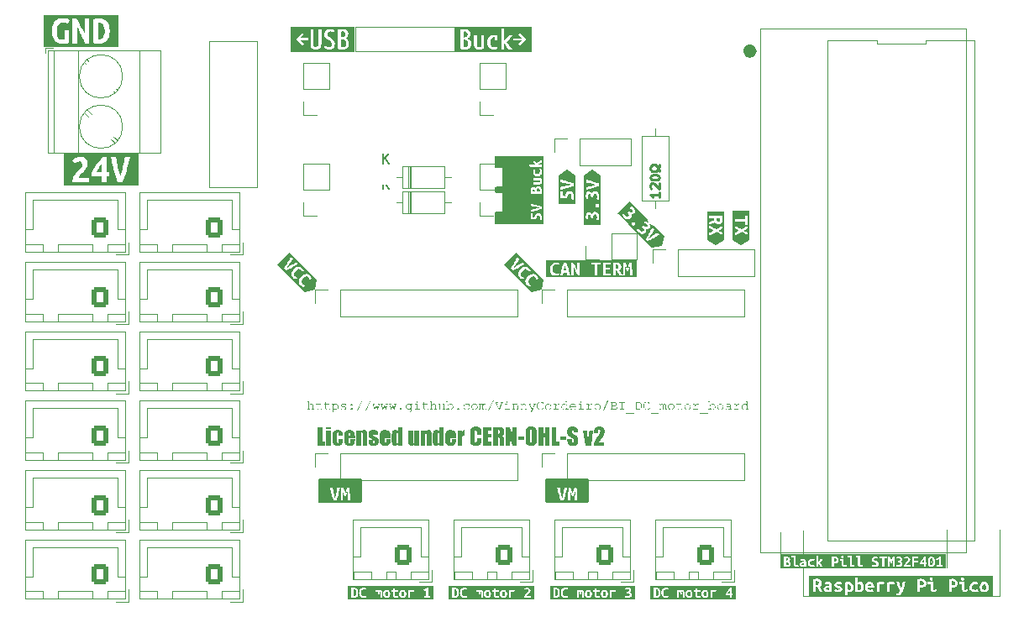
<source format=gbr>
%TF.GenerationSoftware,KiCad,Pcbnew,8.0.9*%
%TF.CreationDate,2025-03-03T21:19:43-03:00*%
%TF.ProjectId,BoxTurtle_DC_motors_RPiPico,426f7854-7572-4746-9c65-5f44435f6d6f,rev?*%
%TF.SameCoordinates,Original*%
%TF.FileFunction,Legend,Top*%
%TF.FilePolarity,Positive*%
%FSLAX46Y46*%
G04 Gerber Fmt 4.6, Leading zero omitted, Abs format (unit mm)*
G04 Created by KiCad (PCBNEW 8.0.9) date 2025-03-03 21:19:43*
%MOMM*%
%LPD*%
G01*
G04 APERTURE LIST*
G04 Aperture macros list*
%AMRoundRect*
0 Rectangle with rounded corners*
0 $1 Rounding radius*
0 $2 $3 $4 $5 $6 $7 $8 $9 X,Y pos of 4 corners*
0 Add a 4 corners polygon primitive as box body*
4,1,4,$2,$3,$4,$5,$6,$7,$8,$9,$2,$3,0*
0 Add four circle primitives for the rounded corners*
1,1,$1+$1,$2,$3*
1,1,$1+$1,$4,$5*
1,1,$1+$1,$6,$7*
1,1,$1+$1,$8,$9*
0 Add four rect primitives between the rounded corners*
20,1,$1+$1,$2,$3,$4,$5,0*
20,1,$1+$1,$4,$5,$6,$7,0*
20,1,$1+$1,$6,$7,$8,$9,0*
20,1,$1+$1,$8,$9,$2,$3,0*%
G04 Aperture macros list end*
%ADD10C,0.000000*%
%ADD11C,0.100000*%
%ADD12C,0.225000*%
%ADD13C,0.150000*%
%ADD14C,0.120000*%
%ADD15C,0.695000*%
%ADD16R,1.700000X1.700000*%
%ADD17O,1.700000X1.700000*%
%ADD18RoundRect,0.250000X0.600000X0.725000X-0.600000X0.725000X-0.600000X-0.725000X0.600000X-0.725000X0*%
%ADD19O,1.700000X1.950000*%
%ADD20C,1.600000*%
%ADD21O,1.600000X1.600000*%
%ADD22RoundRect,0.250000X0.600000X0.750000X-0.600000X0.750000X-0.600000X-0.750000X0.600000X-0.750000X0*%
%ADD23O,1.700000X2.000000*%
%ADD24R,1.600000X1.600000*%
%ADD25C,3.200000*%
%ADD26O,2.000000X1.200000*%
%ADD27O,3.400000X1.500000*%
%ADD28C,1.524000*%
%ADD29R,2.600000X2.600000*%
%ADD30C,2.600000*%
G04 APERTURE END LIST*
D10*
G36*
X125483159Y-83930927D02*
G01*
X125505496Y-83931840D01*
X125527415Y-83933361D01*
X125548916Y-83935492D01*
X125569999Y-83938230D01*
X125590665Y-83941577D01*
X125610912Y-83945533D01*
X125630742Y-83950098D01*
X125650154Y-83955271D01*
X125669148Y-83961052D01*
X125687725Y-83967443D01*
X125705883Y-83974442D01*
X125723624Y-83982049D01*
X125740947Y-83990265D01*
X125757852Y-83999090D01*
X125774339Y-84008523D01*
X125790277Y-84018419D01*
X125805533Y-84028634D01*
X125820108Y-84039166D01*
X125834002Y-84050017D01*
X125847214Y-84061185D01*
X125859745Y-84072671D01*
X125871595Y-84084476D01*
X125882763Y-84096598D01*
X125893250Y-84109038D01*
X125903056Y-84121796D01*
X125912181Y-84134873D01*
X125920624Y-84148267D01*
X125928386Y-84161979D01*
X125935467Y-84176009D01*
X125941867Y-84190357D01*
X125947585Y-84205024D01*
X125952795Y-84220234D01*
X125957669Y-84236216D01*
X125962206Y-84252970D01*
X125966408Y-84270497D01*
X125970273Y-84288796D01*
X125973802Y-84307867D01*
X125976995Y-84327710D01*
X125979852Y-84348326D01*
X125982372Y-84369713D01*
X125984557Y-84391873D01*
X125986406Y-84414805D01*
X125987918Y-84438508D01*
X125989934Y-84488232D01*
X125990607Y-84541045D01*
X125990592Y-84541039D01*
X125547597Y-84541039D01*
X125547597Y-84363146D01*
X125547361Y-84340835D01*
X125546653Y-84320414D01*
X125545472Y-84301881D01*
X125543819Y-84285239D01*
X125541694Y-84270486D01*
X125540454Y-84263818D01*
X125539096Y-84257622D01*
X125537621Y-84251899D01*
X125536027Y-84246649D01*
X125534315Y-84241870D01*
X125532485Y-84237565D01*
X125531516Y-84235488D01*
X125530497Y-84233478D01*
X125529427Y-84231534D01*
X125528308Y-84229655D01*
X125527139Y-84227842D01*
X125525919Y-84226096D01*
X125524650Y-84224415D01*
X125523331Y-84222800D01*
X125521962Y-84221251D01*
X125520543Y-84219768D01*
X125519073Y-84218350D01*
X125517554Y-84216999D01*
X125515985Y-84215714D01*
X125514366Y-84214494D01*
X125512697Y-84213341D01*
X125510978Y-84212253D01*
X125509209Y-84211232D01*
X125507390Y-84210276D01*
X125505522Y-84209386D01*
X125503603Y-84208562D01*
X125501634Y-84207804D01*
X125499615Y-84207112D01*
X125497546Y-84206486D01*
X125495427Y-84205925D01*
X125493259Y-84205431D01*
X125491040Y-84205003D01*
X125488771Y-84204640D01*
X125486453Y-84204343D01*
X125484084Y-84204113D01*
X125481665Y-84203948D01*
X125476678Y-84203816D01*
X125471696Y-84203930D01*
X125466922Y-84204271D01*
X125462357Y-84204839D01*
X125458002Y-84205635D01*
X125453855Y-84206658D01*
X125449918Y-84207908D01*
X125446189Y-84209386D01*
X125442669Y-84211091D01*
X125439358Y-84213024D01*
X125436257Y-84215183D01*
X125433364Y-84217571D01*
X125430680Y-84220185D01*
X125428205Y-84223028D01*
X125425938Y-84226097D01*
X125423881Y-84229394D01*
X125422033Y-84232918D01*
X125420343Y-84236838D01*
X125418763Y-84241320D01*
X125417291Y-84246365D01*
X125415929Y-84251972D01*
X125414676Y-84258142D01*
X125413531Y-84264874D01*
X125412496Y-84272170D01*
X125411570Y-84280027D01*
X125410752Y-84288448D01*
X125410044Y-84297431D01*
X125409444Y-84306977D01*
X125408954Y-84317085D01*
X125408573Y-84327757D01*
X125408300Y-84338991D01*
X125408082Y-84363146D01*
X125408082Y-85091008D01*
X125408409Y-85111010D01*
X125409390Y-85129740D01*
X125411025Y-85147199D01*
X125412088Y-85155451D01*
X125413314Y-85163385D01*
X125414703Y-85171002D01*
X125416256Y-85178300D01*
X125417973Y-85185281D01*
X125419853Y-85191944D01*
X125421896Y-85198289D01*
X125424103Y-85204316D01*
X125426474Y-85210025D01*
X125429008Y-85215417D01*
X125431701Y-85220348D01*
X125434548Y-85224962D01*
X125437550Y-85229257D01*
X125440707Y-85233234D01*
X125442343Y-85235103D01*
X125444017Y-85236893D01*
X125445731Y-85238603D01*
X125447483Y-85240233D01*
X125449274Y-85241784D01*
X125451103Y-85243256D01*
X125452971Y-85244648D01*
X125454877Y-85245960D01*
X125456822Y-85247193D01*
X125458806Y-85248346D01*
X125460828Y-85249420D01*
X125462889Y-85250414D01*
X125464989Y-85251329D01*
X125467127Y-85252164D01*
X125469304Y-85252919D01*
X125471520Y-85253595D01*
X125473774Y-85254192D01*
X125476067Y-85254709D01*
X125478398Y-85255146D01*
X125480768Y-85255504D01*
X125483177Y-85255782D01*
X125485624Y-85255981D01*
X125490634Y-85256140D01*
X125496470Y-85255972D01*
X125502061Y-85255468D01*
X125507407Y-85254627D01*
X125512508Y-85253450D01*
X125517363Y-85251936D01*
X125521973Y-85250086D01*
X125526338Y-85247900D01*
X125530458Y-85245377D01*
X125534332Y-85242518D01*
X125537961Y-85239323D01*
X125541345Y-85235791D01*
X125544484Y-85231923D01*
X125547377Y-85227719D01*
X125550026Y-85223178D01*
X125552429Y-85218301D01*
X125554587Y-85213088D01*
X125556698Y-85207407D01*
X125558673Y-85201126D01*
X125560513Y-85194247D01*
X125562215Y-85186769D01*
X125563782Y-85178691D01*
X125565213Y-85170015D01*
X125566507Y-85160740D01*
X125567665Y-85150865D01*
X125568687Y-85140392D01*
X125569572Y-85129320D01*
X125570322Y-85117648D01*
X125570935Y-85105378D01*
X125571752Y-85079040D01*
X125572025Y-85050307D01*
X125572025Y-84866595D01*
X125990604Y-84866595D01*
X125989283Y-84953290D01*
X125988080Y-84992333D01*
X125986517Y-85028504D01*
X125984592Y-85061806D01*
X125982307Y-85092237D01*
X125979661Y-85119797D01*
X125976653Y-85144486D01*
X125974987Y-85155992D01*
X125972893Y-85167543D01*
X125970372Y-85179139D01*
X125967425Y-85190780D01*
X125964050Y-85202467D01*
X125960249Y-85214199D01*
X125956021Y-85225976D01*
X125951365Y-85237798D01*
X125946283Y-85249666D01*
X125940773Y-85261579D01*
X125934837Y-85273538D01*
X125928474Y-85285542D01*
X125921684Y-85297591D01*
X125914466Y-85309686D01*
X125906822Y-85321826D01*
X125898751Y-85334012D01*
X125890452Y-85345892D01*
X125881836Y-85357410D01*
X125872902Y-85368565D01*
X125863650Y-85379356D01*
X125854080Y-85389784D01*
X125844193Y-85399849D01*
X125833987Y-85409550D01*
X125823463Y-85418889D01*
X125812622Y-85427864D01*
X125801463Y-85436476D01*
X125789986Y-85444725D01*
X125778190Y-85452610D01*
X125766077Y-85460132D01*
X125753646Y-85467291D01*
X125740897Y-85474087D01*
X125727830Y-85480519D01*
X125714409Y-85486432D01*
X125700597Y-85491963D01*
X125686395Y-85497113D01*
X125671802Y-85501881D01*
X125656818Y-85506268D01*
X125641444Y-85510273D01*
X125625679Y-85513897D01*
X125609523Y-85517139D01*
X125592977Y-85520000D01*
X125576041Y-85522479D01*
X125558713Y-85524577D01*
X125540996Y-85526294D01*
X125522887Y-85527629D01*
X125504388Y-85528582D01*
X125485499Y-85529154D01*
X125466218Y-85529345D01*
X125441687Y-85529082D01*
X125417801Y-85528292D01*
X125394560Y-85526975D01*
X125371964Y-85525131D01*
X125350013Y-85522760D01*
X125328707Y-85519863D01*
X125308046Y-85516439D01*
X125288030Y-85512489D01*
X125268659Y-85508011D01*
X125249932Y-85503007D01*
X125231851Y-85497476D01*
X125214415Y-85491419D01*
X125197623Y-85484835D01*
X125181477Y-85477724D01*
X125165976Y-85470086D01*
X125151120Y-85461922D01*
X125136849Y-85453136D01*
X125123105Y-85443932D01*
X125109889Y-85434310D01*
X125097199Y-85424271D01*
X125085035Y-85413814D01*
X125073399Y-85402939D01*
X125062290Y-85391648D01*
X125051707Y-85379938D01*
X125041651Y-85367811D01*
X125032122Y-85355267D01*
X125023120Y-85342305D01*
X125014645Y-85328926D01*
X125006696Y-85315129D01*
X124999275Y-85300915D01*
X124992380Y-85286284D01*
X124986013Y-85271235D01*
X124980240Y-85255430D01*
X124974840Y-85238825D01*
X124969812Y-85221421D01*
X124965157Y-85203218D01*
X124960874Y-85184215D01*
X124956964Y-85164412D01*
X124953426Y-85143811D01*
X124950260Y-85122410D01*
X124947467Y-85100209D01*
X124945046Y-85077210D01*
X124942998Y-85053410D01*
X124941322Y-85028812D01*
X124940018Y-85003414D01*
X124939087Y-84977217D01*
X124938342Y-84922425D01*
X124938342Y-84484082D01*
X124938960Y-84436465D01*
X124940813Y-84391863D01*
X124943902Y-84350277D01*
X124948226Y-84311707D01*
X124953785Y-84276153D01*
X124960580Y-84243614D01*
X124964441Y-84228476D01*
X124968610Y-84214091D01*
X124973089Y-84200460D01*
X124977876Y-84187583D01*
X124983167Y-84175170D01*
X124989158Y-84162930D01*
X124995849Y-84150862D01*
X125003238Y-84138967D01*
X125011328Y-84127245D01*
X125020116Y-84115695D01*
X125029604Y-84104318D01*
X125039792Y-84093113D01*
X125050679Y-84082081D01*
X125062265Y-84071222D01*
X125074551Y-84060535D01*
X125087536Y-84050021D01*
X125101220Y-84039679D01*
X125115604Y-84029510D01*
X125130688Y-84019514D01*
X125146470Y-84009690D01*
X125162821Y-84000115D01*
X125179608Y-83991159D01*
X125196831Y-83982820D01*
X125214490Y-83975098D01*
X125232585Y-83967994D01*
X125251116Y-83961508D01*
X125270083Y-83955640D01*
X125289486Y-83950390D01*
X125309325Y-83945757D01*
X125329600Y-83941742D01*
X125350310Y-83938344D01*
X125371457Y-83935565D01*
X125393040Y-83933403D01*
X125415059Y-83931858D01*
X125437514Y-83930932D01*
X125460405Y-83930623D01*
X125483159Y-83930927D01*
G37*
G36*
X130243822Y-83930924D02*
G01*
X130267713Y-83931810D01*
X130291058Y-83933286D01*
X130313858Y-83935352D01*
X130336113Y-83938009D01*
X130357823Y-83941257D01*
X130378988Y-83945095D01*
X130399608Y-83949523D01*
X130419683Y-83954542D01*
X130439213Y-83960152D01*
X130458198Y-83966351D01*
X130476638Y-83973141D01*
X130494533Y-83980522D01*
X130511883Y-83988493D01*
X130528688Y-83997054D01*
X130544948Y-84006205D01*
X130560777Y-84015700D01*
X130575997Y-84025586D01*
X130590608Y-84035863D01*
X130604611Y-84046531D01*
X130618005Y-84057589D01*
X130630790Y-84069038D01*
X130642967Y-84080879D01*
X130654535Y-84093110D01*
X130665495Y-84105731D01*
X130675846Y-84118744D01*
X130685588Y-84132148D01*
X130694721Y-84145942D01*
X130703246Y-84160128D01*
X130711163Y-84174704D01*
X130718471Y-84189671D01*
X130725170Y-84205029D01*
X130731505Y-84220830D01*
X130737432Y-84237421D01*
X130742950Y-84254802D01*
X130748059Y-84272974D01*
X130752760Y-84291936D01*
X130757052Y-84311688D01*
X130760935Y-84332231D01*
X130764409Y-84353564D01*
X130767475Y-84375687D01*
X130770132Y-84398600D01*
X130772380Y-84422304D01*
X130774219Y-84446798D01*
X130775650Y-84472083D01*
X130776672Y-84498157D01*
X130777285Y-84525022D01*
X130777489Y-84552678D01*
X130777509Y-84757310D01*
X130169408Y-84757310D01*
X130169408Y-85091014D01*
X130169644Y-85116012D01*
X130170352Y-85138685D01*
X130171533Y-85159032D01*
X130173186Y-85177055D01*
X130175311Y-85192751D01*
X130177908Y-85206122D01*
X130179384Y-85211936D01*
X130180978Y-85217168D01*
X130182690Y-85221818D01*
X130184520Y-85225888D01*
X130185491Y-85227747D01*
X130186517Y-85229547D01*
X130187598Y-85231289D01*
X130188733Y-85232971D01*
X130189923Y-85234594D01*
X130191167Y-85236159D01*
X130192466Y-85237664D01*
X130193819Y-85239110D01*
X130195227Y-85240497D01*
X130196689Y-85241825D01*
X130198206Y-85243095D01*
X130199778Y-85244305D01*
X130201403Y-85245456D01*
X130203084Y-85246548D01*
X130204819Y-85247581D01*
X130206608Y-85248555D01*
X130208452Y-85249470D01*
X130210350Y-85250326D01*
X130212303Y-85251123D01*
X130214311Y-85251861D01*
X130216373Y-85252540D01*
X130218489Y-85253160D01*
X130220660Y-85253721D01*
X130222886Y-85254222D01*
X130225166Y-85254665D01*
X130227500Y-85255049D01*
X130229890Y-85255374D01*
X130232333Y-85255639D01*
X130234831Y-85255846D01*
X130237384Y-85255994D01*
X130242653Y-85256112D01*
X130249197Y-85255957D01*
X130255460Y-85255494D01*
X130261441Y-85254722D01*
X130267141Y-85253642D01*
X130272560Y-85252252D01*
X130277696Y-85250554D01*
X130282552Y-85248548D01*
X130287125Y-85246232D01*
X130291418Y-85243607D01*
X130295428Y-85240674D01*
X130299158Y-85237432D01*
X130302605Y-85233881D01*
X130305771Y-85230022D01*
X130308656Y-85225853D01*
X130311259Y-85221376D01*
X130313580Y-85216590D01*
X130315833Y-85211208D01*
X130317940Y-85205246D01*
X130319901Y-85198703D01*
X130321718Y-85191579D01*
X130323389Y-85183875D01*
X130324914Y-85175589D01*
X130326295Y-85166723D01*
X130327530Y-85157276D01*
X130328620Y-85147247D01*
X130329564Y-85136638D01*
X130330363Y-85125448D01*
X130331017Y-85113677D01*
X130331526Y-85101325D01*
X130331889Y-85088393D01*
X130332180Y-85060784D01*
X130332180Y-84857308D01*
X130777501Y-84857308D01*
X130777501Y-84971257D01*
X130777210Y-85005974D01*
X130776338Y-85038620D01*
X130774884Y-85069195D01*
X130772849Y-85097699D01*
X130770232Y-85124132D01*
X130767034Y-85148494D01*
X130763254Y-85170786D01*
X130758893Y-85191006D01*
X130756522Y-85200640D01*
X130753770Y-85210355D01*
X130750637Y-85220152D01*
X130747122Y-85230030D01*
X130743225Y-85239991D01*
X130738947Y-85250033D01*
X130734287Y-85260157D01*
X130729245Y-85270362D01*
X130723822Y-85280650D01*
X130718017Y-85291019D01*
X130711831Y-85301470D01*
X130705263Y-85312003D01*
X130698314Y-85322618D01*
X130690983Y-85333315D01*
X130683270Y-85344094D01*
X130675176Y-85354954D01*
X130666751Y-85365687D01*
X130658044Y-85376083D01*
X130649055Y-85386143D01*
X130639785Y-85395868D01*
X130630233Y-85405256D01*
X130620400Y-85414308D01*
X130610285Y-85423023D01*
X130599888Y-85431403D01*
X130589210Y-85439447D01*
X130578251Y-85447154D01*
X130567010Y-85454525D01*
X130555487Y-85461560D01*
X130543683Y-85468259D01*
X130531598Y-85474622D01*
X130519231Y-85480648D01*
X130506582Y-85486338D01*
X130493733Y-85491552D01*
X130480475Y-85496429D01*
X130466809Y-85500969D01*
X130452734Y-85505174D01*
X130438249Y-85509042D01*
X130423356Y-85512573D01*
X130408055Y-85515769D01*
X130392344Y-85518628D01*
X130376225Y-85521150D01*
X130359697Y-85523337D01*
X130342760Y-85525187D01*
X130325415Y-85526700D01*
X130307660Y-85527877D01*
X130289497Y-85528718D01*
X130270926Y-85529223D01*
X130251945Y-85529391D01*
X130215284Y-85528718D01*
X130179712Y-85526700D01*
X130145230Y-85523337D01*
X130111838Y-85518628D01*
X130095551Y-85515769D01*
X130079536Y-85512573D01*
X130063794Y-85509042D01*
X130048325Y-85505174D01*
X130033128Y-85500969D01*
X130018203Y-85496429D01*
X130003551Y-85491552D01*
X129989172Y-85486338D01*
X129975124Y-85480834D01*
X129961467Y-85475086D01*
X129948200Y-85469092D01*
X129935324Y-85462854D01*
X129922838Y-85456371D01*
X129910743Y-85449643D01*
X129899039Y-85442671D01*
X129887725Y-85435453D01*
X129876802Y-85427992D01*
X129866269Y-85420285D01*
X129856127Y-85412333D01*
X129846375Y-85404137D01*
X129837015Y-85395696D01*
X129828045Y-85387010D01*
X129819465Y-85378080D01*
X129811276Y-85368905D01*
X129803577Y-85359403D01*
X129796178Y-85349793D01*
X129789079Y-85340074D01*
X129782280Y-85330245D01*
X129775780Y-85320308D01*
X129769581Y-85310262D01*
X129763681Y-85300106D01*
X129758080Y-85289842D01*
X129752780Y-85279468D01*
X129747780Y-85268986D01*
X129743079Y-85258394D01*
X129738678Y-85247694D01*
X129734577Y-85236884D01*
X129730775Y-85225965D01*
X129727274Y-85214937D01*
X129724072Y-85203801D01*
X129721115Y-85192146D01*
X129718349Y-85179855D01*
X129715774Y-85166928D01*
X129713389Y-85153366D01*
X129709192Y-85124333D01*
X129705758Y-85092757D01*
X129703087Y-85058638D01*
X129701180Y-85021976D01*
X129700035Y-84982770D01*
X129699653Y-84941022D01*
X129699653Y-84506158D01*
X130169410Y-84506158D01*
X130306608Y-84506163D01*
X130306608Y-84393376D01*
X130306408Y-84364762D01*
X130305809Y-84338801D01*
X130304810Y-84315491D01*
X130303411Y-84294835D01*
X130301612Y-84276830D01*
X130299414Y-84261478D01*
X130296817Y-84248779D01*
X130295368Y-84243424D01*
X130293819Y-84238732D01*
X130292994Y-84236587D01*
X130292116Y-84234509D01*
X130291186Y-84232500D01*
X130290204Y-84230559D01*
X130289170Y-84228685D01*
X130288083Y-84226880D01*
X130286944Y-84225144D01*
X130285753Y-84223475D01*
X130284510Y-84221874D01*
X130283214Y-84220341D01*
X130281867Y-84218877D01*
X130280467Y-84217480D01*
X130279015Y-84216152D01*
X130277510Y-84214892D01*
X130275953Y-84213700D01*
X130274345Y-84212576D01*
X130272683Y-84211520D01*
X130270970Y-84210532D01*
X130269205Y-84209613D01*
X130267387Y-84208761D01*
X130265517Y-84207978D01*
X130263594Y-84207262D01*
X130261620Y-84206615D01*
X130259593Y-84206036D01*
X130257514Y-84205525D01*
X130255383Y-84205082D01*
X130253200Y-84204708D01*
X130250964Y-84204401D01*
X130248676Y-84204163D01*
X130246336Y-84203992D01*
X130241500Y-84203856D01*
X130235541Y-84203974D01*
X130229873Y-84204329D01*
X130224495Y-84204919D01*
X130219408Y-84205745D01*
X130214612Y-84206808D01*
X130210107Y-84208107D01*
X130205892Y-84209642D01*
X130201967Y-84211413D01*
X130198334Y-84213420D01*
X130194991Y-84215663D01*
X130191938Y-84218143D01*
X130189176Y-84220858D01*
X130186705Y-84223809D01*
X130184524Y-84226997D01*
X130182634Y-84230420D01*
X130181035Y-84234080D01*
X130179627Y-84238113D01*
X130178310Y-84242936D01*
X130177084Y-84248548D01*
X130175949Y-84254950D01*
X130174904Y-84262142D01*
X130173951Y-84270123D01*
X130173088Y-84278894D01*
X130172316Y-84288455D01*
X130171045Y-84309945D01*
X130170137Y-84334594D01*
X130169592Y-84362403D01*
X130169410Y-84393370D01*
X130169410Y-84506158D01*
X129699653Y-84506158D01*
X129699653Y-84491051D01*
X129700507Y-84441818D01*
X129703069Y-84395273D01*
X129703233Y-84393370D01*
X129704990Y-84373009D01*
X129707338Y-84351417D01*
X129710113Y-84330497D01*
X129713315Y-84310249D01*
X129716944Y-84290673D01*
X129721000Y-84271770D01*
X129725482Y-84253539D01*
X129730392Y-84235980D01*
X129735728Y-84219093D01*
X129741492Y-84202878D01*
X129747682Y-84187336D01*
X129754299Y-84172465D01*
X129761402Y-84158004D01*
X129769050Y-84143979D01*
X129777243Y-84130389D01*
X129785982Y-84117236D01*
X129795265Y-84104519D01*
X129805094Y-84092238D01*
X129815467Y-84080393D01*
X129826386Y-84068983D01*
X129837850Y-84058010D01*
X129849859Y-84047473D01*
X129862413Y-84037372D01*
X129875512Y-84027706D01*
X129889156Y-84018477D01*
X129903345Y-84009684D01*
X129918079Y-84001326D01*
X129933359Y-83993405D01*
X129949056Y-83985803D01*
X129965043Y-83978692D01*
X129981321Y-83972071D01*
X129997890Y-83965940D01*
X130014750Y-83960300D01*
X130031900Y-83955151D01*
X130049341Y-83950491D01*
X130067072Y-83946323D01*
X130085094Y-83942644D01*
X130103407Y-83939456D01*
X130122010Y-83936759D01*
X130140904Y-83934552D01*
X130160089Y-83932836D01*
X130179564Y-83931609D01*
X130199330Y-83930874D01*
X130219387Y-83930629D01*
X130243822Y-83930924D01*
G37*
G36*
X166775841Y-81047460D02*
G01*
X166775841Y-81834133D01*
X166851080Y-81834133D01*
X166853633Y-81834164D01*
X166856092Y-81834259D01*
X166858457Y-81834416D01*
X166860728Y-81834637D01*
X166862905Y-81834920D01*
X166864989Y-81835266D01*
X166866978Y-81835676D01*
X166868873Y-81836148D01*
X166870675Y-81836683D01*
X166872383Y-81837281D01*
X166873996Y-81837942D01*
X166875516Y-81838666D01*
X166876942Y-81839453D01*
X166878274Y-81840303D01*
X166879512Y-81841216D01*
X166880656Y-81842191D01*
X166881711Y-81843136D01*
X166882698Y-81844122D01*
X166883616Y-81845151D01*
X166884467Y-81846221D01*
X166885249Y-81847334D01*
X166885964Y-81848489D01*
X166886610Y-81849685D01*
X166887188Y-81850924D01*
X166887698Y-81852205D01*
X166888140Y-81853528D01*
X166888514Y-81854893D01*
X166888820Y-81856301D01*
X166889058Y-81857750D01*
X166889228Y-81859241D01*
X166889330Y-81860775D01*
X166889364Y-81862350D01*
X166889330Y-81863845D01*
X166889228Y-81865309D01*
X166889058Y-81866742D01*
X166888820Y-81868143D01*
X166888514Y-81869513D01*
X166888140Y-81870851D01*
X166887698Y-81872158D01*
X166887188Y-81873434D01*
X166886610Y-81874678D01*
X166885964Y-81875891D01*
X166885249Y-81877072D01*
X166884467Y-81878222D01*
X166883616Y-81879341D01*
X166882698Y-81880428D01*
X166881711Y-81881484D01*
X166880656Y-81882509D01*
X166879520Y-81883484D01*
X166878289Y-81884397D01*
X166876962Y-81885247D01*
X166875541Y-81886034D01*
X166874025Y-81886758D01*
X166872414Y-81887419D01*
X166870708Y-81888017D01*
X166868907Y-81888552D01*
X166867011Y-81889024D01*
X166865020Y-81889434D01*
X166862934Y-81889780D01*
X166860753Y-81890063D01*
X166858477Y-81890284D01*
X166856107Y-81890441D01*
X166853641Y-81890536D01*
X166851080Y-81890567D01*
X166718741Y-81890567D01*
X166718741Y-81778377D01*
X166706273Y-81794647D01*
X166693391Y-81809867D01*
X166680094Y-81824038D01*
X166666382Y-81837159D01*
X166652255Y-81849230D01*
X166637714Y-81860251D01*
X166622759Y-81870223D01*
X166607389Y-81879145D01*
X166591605Y-81887018D01*
X166575405Y-81893841D01*
X166558792Y-81899614D01*
X166541764Y-81904337D01*
X166524321Y-81908011D01*
X166506464Y-81910635D01*
X166488193Y-81912210D01*
X166469507Y-81912735D01*
X166459957Y-81912577D01*
X166450454Y-81912105D01*
X166440999Y-81911318D01*
X166431591Y-81910216D01*
X166422230Y-81908799D01*
X166412917Y-81907067D01*
X166403650Y-81905020D01*
X166394431Y-81902658D01*
X166385260Y-81899982D01*
X166376135Y-81896990D01*
X166367058Y-81893684D01*
X166358028Y-81890062D01*
X166349045Y-81886126D01*
X166340109Y-81881875D01*
X166331221Y-81877308D01*
X166322380Y-81872427D01*
X166313760Y-81867171D01*
X166305365Y-81861647D01*
X166297196Y-81855855D01*
X166289253Y-81849796D01*
X166281535Y-81843469D01*
X166274043Y-81836874D01*
X166266777Y-81830012D01*
X166259736Y-81822882D01*
X166252921Y-81815484D01*
X166246331Y-81807819D01*
X166239967Y-81799886D01*
X166233829Y-81791685D01*
X166227917Y-81783217D01*
X166222230Y-81774480D01*
X166216769Y-81765477D01*
X166211534Y-81756205D01*
X166206654Y-81746782D01*
X166202090Y-81737321D01*
X166197840Y-81727824D01*
X166193904Y-81718290D01*
X166190284Y-81708720D01*
X166186978Y-81699113D01*
X166183987Y-81689469D01*
X166181311Y-81679788D01*
X166178950Y-81670071D01*
X166176904Y-81660316D01*
X166175172Y-81650525D01*
X166173755Y-81640698D01*
X166172653Y-81630833D01*
X166171866Y-81620932D01*
X166171394Y-81610995D01*
X166171236Y-81601020D01*
X166227631Y-81601020D01*
X166227915Y-81614245D01*
X166228765Y-81627219D01*
X166230182Y-81639941D01*
X166232166Y-81652411D01*
X166234717Y-81664629D01*
X166237834Y-81676595D01*
X166241519Y-81688309D01*
X166245770Y-81699772D01*
X166250588Y-81710983D01*
X166255972Y-81721941D01*
X166261924Y-81732648D01*
X166268442Y-81743103D01*
X166275527Y-81753306D01*
X166283179Y-81763257D01*
X166291398Y-81772957D01*
X166300183Y-81782404D01*
X166309362Y-81791353D01*
X166318761Y-81799724D01*
X166328381Y-81807517D01*
X166338221Y-81814734D01*
X166348282Y-81821373D01*
X166358564Y-81827434D01*
X166369065Y-81832919D01*
X166379788Y-81837826D01*
X166390731Y-81842156D01*
X166401894Y-81845908D01*
X166413278Y-81849084D01*
X166424882Y-81851681D01*
X166436707Y-81853702D01*
X166448752Y-81855145D01*
X166461018Y-81856011D01*
X166473504Y-81856300D01*
X166485908Y-81856011D01*
X166498097Y-81855145D01*
X166510071Y-81853702D01*
X166521830Y-81851681D01*
X166533374Y-81849084D01*
X166544702Y-81845908D01*
X166555816Y-81842156D01*
X166566714Y-81837826D01*
X166577397Y-81832919D01*
X166587865Y-81827434D01*
X166598118Y-81821373D01*
X166608156Y-81814734D01*
X166617978Y-81807517D01*
X166627586Y-81799724D01*
X166636978Y-81791353D01*
X166646155Y-81782404D01*
X166654940Y-81772957D01*
X166663159Y-81763257D01*
X166670811Y-81753306D01*
X166677896Y-81743103D01*
X166684414Y-81732648D01*
X166690365Y-81721941D01*
X166695750Y-81710983D01*
X166700568Y-81699772D01*
X166704819Y-81688309D01*
X166708504Y-81676595D01*
X166711621Y-81664629D01*
X166714172Y-81652411D01*
X166716156Y-81639941D01*
X166717573Y-81627219D01*
X166718423Y-81614245D01*
X166718707Y-81601020D01*
X166718423Y-81587715D01*
X166717573Y-81574673D01*
X166716156Y-81561893D01*
X166714172Y-81549375D01*
X166711621Y-81537120D01*
X166708504Y-81525127D01*
X166704819Y-81513397D01*
X166700568Y-81501930D01*
X166695750Y-81490724D01*
X166690365Y-81479781D01*
X166684414Y-81469101D01*
X166677896Y-81458683D01*
X166670811Y-81448528D01*
X166663159Y-81438634D01*
X166654940Y-81429004D01*
X166646155Y-81419636D01*
X166636977Y-81410687D01*
X166627584Y-81402316D01*
X166617976Y-81394523D01*
X166608153Y-81387306D01*
X166598115Y-81380667D01*
X166587861Y-81374606D01*
X166577393Y-81369121D01*
X166566710Y-81364214D01*
X166555812Y-81359884D01*
X166544699Y-81356132D01*
X166533370Y-81352956D01*
X166521827Y-81350358D01*
X166510069Y-81348338D01*
X166498095Y-81346895D01*
X166485907Y-81346029D01*
X166473504Y-81345740D01*
X166461018Y-81346029D01*
X166448752Y-81346895D01*
X166436707Y-81348338D01*
X166424882Y-81350358D01*
X166413278Y-81352956D01*
X166401894Y-81356132D01*
X166390731Y-81359884D01*
X166379788Y-81364214D01*
X166369065Y-81369121D01*
X166358564Y-81374606D01*
X166348282Y-81380667D01*
X166338221Y-81387306D01*
X166328381Y-81394523D01*
X166318761Y-81402316D01*
X166309362Y-81410687D01*
X166300183Y-81419636D01*
X166291398Y-81429004D01*
X166283179Y-81438634D01*
X166275527Y-81448528D01*
X166268442Y-81458683D01*
X166261924Y-81469101D01*
X166255972Y-81479781D01*
X166250588Y-81490724D01*
X166245770Y-81501930D01*
X166241519Y-81513397D01*
X166237834Y-81525127D01*
X166234717Y-81537120D01*
X166232166Y-81549375D01*
X166230182Y-81561893D01*
X166228765Y-81574673D01*
X166227915Y-81587715D01*
X166227631Y-81601020D01*
X166171236Y-81601020D01*
X166171394Y-81590967D01*
X166171866Y-81580961D01*
X166172653Y-81571003D01*
X166173755Y-81561091D01*
X166175172Y-81551227D01*
X166176904Y-81541410D01*
X166178950Y-81531640D01*
X166181311Y-81521917D01*
X166183987Y-81512242D01*
X166186978Y-81502613D01*
X166190284Y-81493032D01*
X166193904Y-81483498D01*
X166197840Y-81474012D01*
X166202090Y-81464572D01*
X166206654Y-81455180D01*
X166211534Y-81445835D01*
X166216766Y-81436563D01*
X166222224Y-81427559D01*
X166227908Y-81418823D01*
X166233818Y-81410355D01*
X166239955Y-81402154D01*
X166246317Y-81394221D01*
X166252906Y-81386556D01*
X166259721Y-81379158D01*
X166266762Y-81372028D01*
X166274029Y-81365166D01*
X166281522Y-81358571D01*
X166289242Y-81352244D01*
X166297187Y-81346185D01*
X166305359Y-81340393D01*
X166313756Y-81334869D01*
X166322380Y-81329613D01*
X166331224Y-81324651D01*
X166340120Y-81320008D01*
X166349069Y-81315686D01*
X166358070Y-81311684D01*
X166367123Y-81308002D01*
X166376229Y-81304640D01*
X166385388Y-81301599D01*
X166394599Y-81298877D01*
X166403862Y-81296476D01*
X166413178Y-81294395D01*
X166422546Y-81292633D01*
X166431967Y-81291193D01*
X166441441Y-81290072D01*
X166450967Y-81289271D01*
X166460545Y-81288791D01*
X166470176Y-81288631D01*
X166488467Y-81289156D01*
X166506391Y-81290730D01*
X166523947Y-81293354D01*
X166541136Y-81297028D01*
X166557957Y-81301752D01*
X166574410Y-81307525D01*
X166590497Y-81314348D01*
X166606216Y-81322220D01*
X166621567Y-81331142D01*
X166636551Y-81341114D01*
X166651168Y-81352136D01*
X166665417Y-81364207D01*
X166679299Y-81377328D01*
X166692814Y-81391498D01*
X166705961Y-81406718D01*
X166718741Y-81422988D01*
X166718741Y-81104559D01*
X166643497Y-81104559D01*
X166640944Y-81104527D01*
X166638485Y-81104433D01*
X166636120Y-81104275D01*
X166633849Y-81104055D01*
X166631672Y-81103772D01*
X166629588Y-81103425D01*
X166627599Y-81103016D01*
X166625704Y-81102544D01*
X166623902Y-81102008D01*
X166622194Y-81101410D01*
X166620581Y-81100749D01*
X166619061Y-81100025D01*
X166617635Y-81099238D01*
X166616303Y-81098389D01*
X166615065Y-81097476D01*
X166613921Y-81096500D01*
X166612866Y-81095475D01*
X166611879Y-81094413D01*
X166610961Y-81093313D01*
X166610110Y-81092178D01*
X166609328Y-81091005D01*
X166608614Y-81089795D01*
X166607967Y-81088549D01*
X166607389Y-81087265D01*
X166606879Y-81085945D01*
X166606437Y-81084588D01*
X166606063Y-81083194D01*
X166605757Y-81081763D01*
X166605519Y-81080296D01*
X166605349Y-81078791D01*
X166605247Y-81077250D01*
X166605213Y-81075672D01*
X166605247Y-81074177D01*
X166605349Y-81072713D01*
X166605519Y-81071280D01*
X166605757Y-81069879D01*
X166606063Y-81068509D01*
X166606437Y-81067171D01*
X166606879Y-81065864D01*
X166607389Y-81064588D01*
X166607967Y-81063344D01*
X166608614Y-81062131D01*
X166609328Y-81060950D01*
X166610110Y-81059800D01*
X166610961Y-81058681D01*
X166611879Y-81057594D01*
X166612866Y-81056538D01*
X166613921Y-81055513D01*
X166615057Y-81054538D01*
X166616288Y-81053625D01*
X166617615Y-81052775D01*
X166619036Y-81051988D01*
X166620552Y-81051264D01*
X166622163Y-81050603D01*
X166623869Y-81050005D01*
X166625670Y-81049470D01*
X166627566Y-81048998D01*
X166629557Y-81048588D01*
X166631643Y-81048242D01*
X166633824Y-81047959D01*
X166636100Y-81047738D01*
X166638470Y-81047581D01*
X166640936Y-81047486D01*
X166643497Y-81047455D01*
X166775841Y-81047460D01*
G37*
G36*
X150719311Y-85084038D02*
G01*
X150728176Y-85000033D01*
X150739657Y-84871261D01*
X150753754Y-84697722D01*
X150770466Y-84479418D01*
X150781223Y-84346145D01*
X150792559Y-84214905D01*
X150804477Y-84085698D01*
X150816975Y-83958524D01*
X151236710Y-83958524D01*
X151016954Y-85501456D01*
X150404215Y-85501456D01*
X150168180Y-83958524D01*
X150587921Y-83958524D01*
X150719311Y-85084038D01*
G37*
G36*
X126886020Y-81728772D02*
G01*
X126890596Y-81729087D01*
X126895089Y-81729612D01*
X126899498Y-81730347D01*
X126903823Y-81731291D01*
X126908063Y-81732446D01*
X126912220Y-81733811D01*
X126916293Y-81735385D01*
X126920282Y-81737170D01*
X126924187Y-81739164D01*
X126928007Y-81741369D01*
X126931744Y-81743783D01*
X126935397Y-81746407D01*
X126938966Y-81749242D01*
X126942451Y-81752286D01*
X126945852Y-81755541D01*
X126949106Y-81758861D01*
X126952150Y-81762271D01*
X126954984Y-81765769D01*
X126957609Y-81769357D01*
X126960023Y-81773034D01*
X126962227Y-81776800D01*
X126964221Y-81780656D01*
X126966006Y-81784600D01*
X126967580Y-81788633D01*
X126968945Y-81792756D01*
X126970099Y-81796968D01*
X126971044Y-81801269D01*
X126971779Y-81805659D01*
X126972303Y-81810138D01*
X126972618Y-81814707D01*
X126972723Y-81819364D01*
X126972616Y-81824184D01*
X126972293Y-81828904D01*
X126971755Y-81833525D01*
X126971002Y-81838046D01*
X126970034Y-81842467D01*
X126968851Y-81846789D01*
X126967452Y-81851011D01*
X126965838Y-81855133D01*
X126964010Y-81859156D01*
X126961966Y-81863079D01*
X126959706Y-81866903D01*
X126957232Y-81870627D01*
X126954543Y-81874252D01*
X126951638Y-81877776D01*
X126948518Y-81881202D01*
X126945183Y-81884527D01*
X126941784Y-81887701D01*
X126938307Y-81890669D01*
X126934751Y-81893433D01*
X126931117Y-81895992D01*
X126927403Y-81898346D01*
X126923611Y-81900496D01*
X126919740Y-81902441D01*
X126915791Y-81904181D01*
X126911762Y-81905716D01*
X126907655Y-81907047D01*
X126903470Y-81908172D01*
X126899205Y-81909094D01*
X126894862Y-81909810D01*
X126890440Y-81910322D01*
X126885939Y-81910629D01*
X126881359Y-81910731D01*
X126857174Y-81910731D01*
X126852513Y-81910629D01*
X126847936Y-81910322D01*
X126843444Y-81909810D01*
X126839035Y-81909094D01*
X126834710Y-81908172D01*
X126830469Y-81907047D01*
X126826313Y-81905716D01*
X126822240Y-81904181D01*
X126818251Y-81902441D01*
X126814346Y-81900496D01*
X126810525Y-81898346D01*
X126806788Y-81895992D01*
X126803135Y-81893433D01*
X126799566Y-81890669D01*
X126796081Y-81887701D01*
X126792680Y-81884527D01*
X126789426Y-81881126D01*
X126786382Y-81877640D01*
X126783548Y-81874071D01*
X126780924Y-81870418D01*
X126778510Y-81866681D01*
X126776306Y-81862860D01*
X126774311Y-81858955D01*
X126772527Y-81854966D01*
X126770952Y-81850893D01*
X126769588Y-81846736D01*
X126768433Y-81842496D01*
X126767489Y-81838171D01*
X126766754Y-81833763D01*
X126766229Y-81829270D01*
X126765914Y-81824694D01*
X126765809Y-81820034D01*
X126765914Y-81815214D01*
X126766229Y-81810494D01*
X126766754Y-81805874D01*
X126767489Y-81801353D01*
X126768433Y-81796931D01*
X126769588Y-81792610D01*
X126770952Y-81788388D01*
X126772527Y-81784265D01*
X126774311Y-81780242D01*
X126776306Y-81776319D01*
X126778510Y-81772495D01*
X126780924Y-81768771D01*
X126783548Y-81765147D01*
X126786382Y-81761622D01*
X126789426Y-81758197D01*
X126792680Y-81754871D01*
X126796160Y-81751698D01*
X126799713Y-81748729D01*
X126803339Y-81745965D01*
X126807039Y-81743406D01*
X126810813Y-81741052D01*
X126814660Y-81738903D01*
X126818580Y-81736958D01*
X126822574Y-81735218D01*
X126826642Y-81733682D01*
X126830783Y-81732352D01*
X126834998Y-81731226D01*
X126839286Y-81730305D01*
X126843648Y-81729588D01*
X126848083Y-81729077D01*
X126852591Y-81728770D01*
X126857174Y-81728667D01*
X126881359Y-81728667D01*
X126886020Y-81728772D01*
G37*
G36*
X153340244Y-81104793D02*
G01*
X153352964Y-81105509D01*
X153365373Y-81106703D01*
X153377474Y-81108375D01*
X153389264Y-81110524D01*
X153400745Y-81113150D01*
X153411916Y-81116255D01*
X153422777Y-81119837D01*
X153433329Y-81123896D01*
X153443571Y-81128433D01*
X153453503Y-81133448D01*
X153463126Y-81138940D01*
X153472440Y-81144910D01*
X153481443Y-81151357D01*
X153490138Y-81158282D01*
X153498522Y-81165685D01*
X153506576Y-81173326D01*
X153514110Y-81181136D01*
X153521125Y-81189114D01*
X153527620Y-81197259D01*
X153533595Y-81205573D01*
X153539051Y-81214054D01*
X153543987Y-81222703D01*
X153548403Y-81231521D01*
X153552300Y-81240506D01*
X153555677Y-81249659D01*
X153558534Y-81258980D01*
X153560873Y-81268469D01*
X153562691Y-81278126D01*
X153563990Y-81287951D01*
X153564769Y-81297944D01*
X153565029Y-81308105D01*
X153564596Y-81320883D01*
X153563297Y-81333350D01*
X153561132Y-81345508D01*
X153558101Y-81357357D01*
X153554204Y-81368895D01*
X153549441Y-81380124D01*
X153543812Y-81391044D01*
X153537317Y-81401653D01*
X153529956Y-81411953D01*
X153521729Y-81421944D01*
X153512636Y-81431624D01*
X153502677Y-81440995D01*
X153491853Y-81450056D01*
X153480162Y-81458807D01*
X153467605Y-81467249D01*
X153454183Y-81475381D01*
X153465000Y-81479409D01*
X153475450Y-81483600D01*
X153485532Y-81487954D01*
X153495247Y-81492470D01*
X153504595Y-81497149D01*
X153513575Y-81501991D01*
X153522188Y-81506995D01*
X153530433Y-81512162D01*
X153538311Y-81517492D01*
X153545821Y-81522984D01*
X153552965Y-81528639D01*
X153559740Y-81534456D01*
X153566149Y-81540437D01*
X153572190Y-81546580D01*
X153577863Y-81552885D01*
X153583169Y-81559354D01*
X153588132Y-81565945D01*
X153592774Y-81572621D01*
X153597096Y-81579381D01*
X153601098Y-81586225D01*
X153604780Y-81593153D01*
X153608142Y-81600164D01*
X153611184Y-81607260D01*
X153613905Y-81614440D01*
X153616307Y-81621704D01*
X153618388Y-81629051D01*
X153620149Y-81636483D01*
X153621590Y-81643999D01*
X153622711Y-81651598D01*
X153623511Y-81659282D01*
X153623991Y-81667049D01*
X153624151Y-81674901D01*
X153624046Y-81681919D01*
X153623732Y-81688863D01*
X153623207Y-81695734D01*
X153622472Y-81702531D01*
X153621527Y-81709254D01*
X153620373Y-81715904D01*
X153619008Y-81722481D01*
X153617434Y-81728984D01*
X153615649Y-81735413D01*
X153613655Y-81741769D01*
X153611450Y-81748051D01*
X153609036Y-81754259D01*
X153606411Y-81760394D01*
X153603577Y-81766456D01*
X153600533Y-81772443D01*
X153597278Y-81778358D01*
X153593806Y-81784099D01*
X153590108Y-81789736D01*
X153586184Y-81795267D01*
X153582035Y-81800694D01*
X153577661Y-81806016D01*
X153573060Y-81811233D01*
X153568234Y-81816345D01*
X153563183Y-81821352D01*
X153557906Y-81826254D01*
X153552403Y-81831051D01*
X153546675Y-81835743D01*
X153540721Y-81840331D01*
X153534542Y-81844813D01*
X153528136Y-81849190D01*
X153521506Y-81853462D01*
X153514649Y-81857629D01*
X153507725Y-81861615D01*
X153500721Y-81865344D01*
X153493639Y-81868815D01*
X153486477Y-81872029D01*
X153479237Y-81874986D01*
X153471918Y-81877686D01*
X153464521Y-81880129D01*
X153457044Y-81882315D01*
X153449489Y-81884243D01*
X153441855Y-81885915D01*
X153434142Y-81887329D01*
X153426351Y-81888486D01*
X153418480Y-81889386D01*
X153410531Y-81890028D01*
X153402503Y-81890414D01*
X153394396Y-81890543D01*
X152972510Y-81890543D01*
X152970035Y-81890511D01*
X152967649Y-81890417D01*
X152965352Y-81890259D01*
X152963145Y-81890039D01*
X152961027Y-81889755D01*
X152958998Y-81889409D01*
X152957058Y-81889000D01*
X152955208Y-81888527D01*
X152953447Y-81887992D01*
X152951776Y-81887394D01*
X152950194Y-81886733D01*
X152948701Y-81886009D01*
X152947297Y-81885222D01*
X152945983Y-81884372D01*
X152944759Y-81883460D01*
X152943623Y-81882484D01*
X152942565Y-81881461D01*
X152941575Y-81880407D01*
X152940653Y-81879321D01*
X152939800Y-81878203D01*
X152939015Y-81877054D01*
X152938298Y-81875873D01*
X152937649Y-81874660D01*
X152937069Y-81873416D01*
X152936557Y-81872141D01*
X152936114Y-81870833D01*
X152935738Y-81869494D01*
X152935431Y-81868124D01*
X152935192Y-81866721D01*
X152935022Y-81865288D01*
X152934919Y-81863822D01*
X152934885Y-81862325D01*
X152934919Y-81860751D01*
X152935022Y-81859218D01*
X152935192Y-81857727D01*
X152935431Y-81856279D01*
X152935738Y-81854872D01*
X152936114Y-81853507D01*
X152936557Y-81852184D01*
X152937069Y-81850903D01*
X152937649Y-81849664D01*
X152938298Y-81848467D01*
X152939015Y-81847312D01*
X152939800Y-81846199D01*
X152940653Y-81845128D01*
X152941575Y-81844099D01*
X152942565Y-81843112D01*
X152943623Y-81842166D01*
X152944760Y-81841191D01*
X152945986Y-81840278D01*
X152947302Y-81839428D01*
X152948706Y-81838642D01*
X152950199Y-81837918D01*
X152951782Y-81837257D01*
X152953453Y-81836658D01*
X152955214Y-81836123D01*
X152957064Y-81835651D01*
X152959003Y-81835242D01*
X152961031Y-81834895D01*
X152963148Y-81834612D01*
X152965355Y-81834391D01*
X152967651Y-81834234D01*
X152970036Y-81834139D01*
X152972510Y-81834108D01*
X153048419Y-81834128D01*
X153104854Y-81834128D01*
X153390364Y-81834128D01*
X153397111Y-81834033D01*
X153403747Y-81833750D01*
X153410274Y-81833277D01*
X153416690Y-81832616D01*
X153422996Y-81831766D01*
X153429191Y-81830726D01*
X153435277Y-81829498D01*
X153441252Y-81828081D01*
X153447117Y-81826475D01*
X153452872Y-81824680D01*
X153458517Y-81822696D01*
X153464052Y-81820523D01*
X153469476Y-81818161D01*
X153474790Y-81815610D01*
X153479994Y-81812871D01*
X153485088Y-81809942D01*
X153490051Y-81806875D01*
X153494861Y-81803718D01*
X153499519Y-81800472D01*
X153504025Y-81797137D01*
X153508379Y-81793712D01*
X153512580Y-81790198D01*
X153516629Y-81786595D01*
X153520526Y-81782903D01*
X153524270Y-81779122D01*
X153527863Y-81775251D01*
X153531303Y-81771292D01*
X153534591Y-81767243D01*
X153537726Y-81763105D01*
X153540709Y-81758877D01*
X153543540Y-81754561D01*
X153546219Y-81750155D01*
X153548741Y-81745694D01*
X153551101Y-81741211D01*
X153553297Y-81736708D01*
X153555331Y-81732183D01*
X153557203Y-81727638D01*
X153558911Y-81723072D01*
X153560457Y-81718485D01*
X153561840Y-81713877D01*
X153563061Y-81709248D01*
X153564118Y-81704598D01*
X153565013Y-81699927D01*
X153565746Y-81695236D01*
X153566315Y-81690523D01*
X153566722Y-81685789D01*
X153566966Y-81681035D01*
X153567047Y-81676260D01*
X153566929Y-81670896D01*
X153566575Y-81665553D01*
X153565985Y-81660231D01*
X153565158Y-81654930D01*
X153564095Y-81649650D01*
X153562796Y-81644391D01*
X153561261Y-81639154D01*
X153559490Y-81633937D01*
X153557482Y-81628741D01*
X153555238Y-81623566D01*
X153552759Y-81618412D01*
X153550043Y-81613279D01*
X153547090Y-81608167D01*
X153543902Y-81603076D01*
X153540477Y-81598006D01*
X153536817Y-81592956D01*
X153533030Y-81587994D01*
X153529061Y-81583183D01*
X153524907Y-81578525D01*
X153520570Y-81574019D01*
X153516049Y-81569666D01*
X153511344Y-81565465D01*
X153506455Y-81561415D01*
X153501383Y-81557519D01*
X153496126Y-81553774D01*
X153490686Y-81550182D01*
X153485063Y-81546742D01*
X153479255Y-81543454D01*
X153473264Y-81540319D01*
X153467089Y-81537335D01*
X153460730Y-81534504D01*
X153454188Y-81531826D01*
X153447396Y-81529303D01*
X153440290Y-81526944D01*
X153432868Y-81524747D01*
X153425132Y-81522713D01*
X153417080Y-81520842D01*
X153408714Y-81519133D01*
X153400033Y-81517587D01*
X153391037Y-81516204D01*
X153381727Y-81514984D01*
X153372101Y-81513926D01*
X153362161Y-81513031D01*
X153351905Y-81512299D01*
X153341335Y-81511730D01*
X153330450Y-81511323D01*
X153307736Y-81510997D01*
X153104854Y-81510997D01*
X153104854Y-81834128D01*
X153048419Y-81834128D01*
X153048419Y-81453893D01*
X153104854Y-81453893D01*
X153304378Y-81453893D01*
X153312314Y-81453801D01*
X153320166Y-81453526D01*
X153327934Y-81453067D01*
X153335618Y-81452424D01*
X153343218Y-81451598D01*
X153350733Y-81450587D01*
X153358165Y-81449394D01*
X153365513Y-81448016D01*
X153372777Y-81446455D01*
X153379956Y-81444710D01*
X153387052Y-81442781D01*
X153394063Y-81440669D01*
X153400991Y-81438373D01*
X153407835Y-81435893D01*
X153414594Y-81433229D01*
X153421269Y-81430382D01*
X153426321Y-81427965D01*
X153431231Y-81425417D01*
X153435999Y-81422737D01*
X153440626Y-81419927D01*
X153445111Y-81416985D01*
X153449454Y-81413912D01*
X153453655Y-81410708D01*
X153457715Y-81407373D01*
X153461633Y-81403907D01*
X153465410Y-81400309D01*
X153469045Y-81396580D01*
X153472538Y-81392720D01*
X153475889Y-81388728D01*
X153479099Y-81384605D01*
X153482167Y-81380351D01*
X153485093Y-81375966D01*
X153487859Y-81371509D01*
X153490447Y-81367043D01*
X153492856Y-81362566D01*
X153495087Y-81358078D01*
X153497139Y-81353581D01*
X153499013Y-81349072D01*
X153500708Y-81344554D01*
X153502225Y-81340025D01*
X153503563Y-81335485D01*
X153504723Y-81330935D01*
X153505704Y-81326375D01*
X153506507Y-81321803D01*
X153507132Y-81317222D01*
X153507578Y-81312630D01*
X153507846Y-81308027D01*
X153507935Y-81303414D01*
X153507741Y-81296814D01*
X153507158Y-81290282D01*
X153506187Y-81283818D01*
X153504828Y-81277423D01*
X153503081Y-81271096D01*
X153500945Y-81264838D01*
X153498420Y-81258647D01*
X153495508Y-81252525D01*
X153492207Y-81246471D01*
X153488517Y-81240485D01*
X153484440Y-81234568D01*
X153479974Y-81228718D01*
X153475119Y-81222937D01*
X153469876Y-81217224D01*
X153464245Y-81211579D01*
X153458225Y-81206002D01*
X153451893Y-81200552D01*
X153445324Y-81195453D01*
X153438520Y-81190705D01*
X153431479Y-81186309D01*
X153424202Y-81182265D01*
X153416689Y-81178573D01*
X153408940Y-81175232D01*
X153400954Y-81172243D01*
X153392733Y-81169605D01*
X153384275Y-81167319D01*
X153375581Y-81165385D01*
X153366651Y-81163802D01*
X153357485Y-81162571D01*
X153348082Y-81161692D01*
X153338444Y-81161164D01*
X153328569Y-81160989D01*
X153104864Y-81160989D01*
X153104854Y-81453893D01*
X153048419Y-81453893D01*
X153048419Y-81160989D01*
X152972505Y-81160989D01*
X152970030Y-81160960D01*
X152967644Y-81160873D01*
X152965347Y-81160729D01*
X152963140Y-81160526D01*
X152961022Y-81160267D01*
X152958993Y-81159949D01*
X152957053Y-81159574D01*
X152955203Y-81159141D01*
X152953442Y-81158650D01*
X152951771Y-81158101D01*
X152950189Y-81157495D01*
X152948696Y-81156831D01*
X152947292Y-81156110D01*
X152945978Y-81155331D01*
X152944754Y-81154494D01*
X152943618Y-81153599D01*
X152942560Y-81152574D01*
X152941570Y-81151512D01*
X152940648Y-81150413D01*
X152939795Y-81149277D01*
X152939010Y-81148104D01*
X152938293Y-81146894D01*
X152937644Y-81145648D01*
X152937064Y-81144364D01*
X152936552Y-81143044D01*
X152936109Y-81141687D01*
X152935733Y-81140293D01*
X152935426Y-81138863D01*
X152935187Y-81137395D01*
X152935017Y-81135891D01*
X152934914Y-81134349D01*
X152934880Y-81132771D01*
X152934914Y-81131197D01*
X152935017Y-81129664D01*
X152935187Y-81128173D01*
X152935426Y-81126725D01*
X152935733Y-81125318D01*
X152936109Y-81123953D01*
X152936552Y-81122630D01*
X152937064Y-81121349D01*
X152937644Y-81120110D01*
X152938293Y-81118913D01*
X152939010Y-81117758D01*
X152939795Y-81116645D01*
X152940648Y-81115574D01*
X152941570Y-81114545D01*
X152942560Y-81113558D01*
X152943618Y-81112612D01*
X152944755Y-81111637D01*
X152945981Y-81110724D01*
X152947297Y-81109874D01*
X152948701Y-81109088D01*
X152950194Y-81108364D01*
X152951777Y-81107703D01*
X152953448Y-81107104D01*
X152955209Y-81106569D01*
X152957059Y-81106097D01*
X152958998Y-81105688D01*
X152961026Y-81105341D01*
X152963143Y-81105058D01*
X152965350Y-81104837D01*
X152967646Y-81104680D01*
X152970031Y-81104585D01*
X152972505Y-81104554D01*
X153327215Y-81104554D01*
X153340244Y-81104793D01*
G37*
G36*
X126054071Y-81288844D02*
G01*
X126068171Y-81289513D01*
X126081929Y-81290628D01*
X126095347Y-81292190D01*
X126108423Y-81294197D01*
X126121158Y-81296651D01*
X126133552Y-81299551D01*
X126145605Y-81302896D01*
X126157317Y-81306688D01*
X126168687Y-81310927D01*
X126179717Y-81315611D01*
X126190405Y-81320741D01*
X126200753Y-81326318D01*
X126210759Y-81332341D01*
X126220424Y-81338810D01*
X126229718Y-81345703D01*
X126229749Y-81343347D01*
X126229844Y-81341038D01*
X126230001Y-81338812D01*
X126230222Y-81336671D01*
X126230505Y-81334614D01*
X126230851Y-81332641D01*
X126231261Y-81330751D01*
X126231733Y-81328946D01*
X126232269Y-81327225D01*
X126232867Y-81325587D01*
X126233528Y-81324033D01*
X126234252Y-81322563D01*
X126235039Y-81321178D01*
X126235890Y-81319875D01*
X126236803Y-81318657D01*
X126237779Y-81317523D01*
X126238802Y-81316464D01*
X126239857Y-81315474D01*
X126240943Y-81314553D01*
X126242061Y-81313699D01*
X126243210Y-81312914D01*
X126244391Y-81312197D01*
X126245604Y-81311549D01*
X126246848Y-81310969D01*
X126248124Y-81310457D01*
X126249431Y-81310013D01*
X126250769Y-81309638D01*
X126252139Y-81309331D01*
X126253541Y-81309092D01*
X126254974Y-81308921D01*
X126256439Y-81308819D01*
X126257935Y-81308785D01*
X126259513Y-81308819D01*
X126261053Y-81308921D01*
X126262557Y-81309092D01*
X126264024Y-81309331D01*
X126265455Y-81309638D01*
X126266848Y-81310013D01*
X126268205Y-81310457D01*
X126269525Y-81310969D01*
X126270808Y-81311549D01*
X126272055Y-81312197D01*
X126273264Y-81312914D01*
X126274437Y-81313699D01*
X126275573Y-81314553D01*
X126276672Y-81315474D01*
X126277735Y-81316464D01*
X126278761Y-81317523D01*
X126279737Y-81318662D01*
X126280650Y-81319897D01*
X126281500Y-81321225D01*
X126282287Y-81322648D01*
X126283011Y-81324165D01*
X126283673Y-81325777D01*
X126284271Y-81327483D01*
X126284806Y-81329283D01*
X126285279Y-81331178D01*
X126285688Y-81333167D01*
X126286034Y-81335251D01*
X126286318Y-81337429D01*
X126286538Y-81339701D01*
X126286696Y-81342068D01*
X126286790Y-81344529D01*
X126286822Y-81347084D01*
X126286822Y-81443821D01*
X126286790Y-81446296D01*
X126286696Y-81448682D01*
X126286538Y-81450979D01*
X126286318Y-81453186D01*
X126286034Y-81455305D01*
X126285688Y-81457333D01*
X126285279Y-81459273D01*
X126284806Y-81461123D01*
X126284271Y-81462884D01*
X126283673Y-81464555D01*
X126283011Y-81466137D01*
X126282287Y-81467630D01*
X126281500Y-81469034D01*
X126280650Y-81470348D01*
X126279737Y-81471573D01*
X126278761Y-81472708D01*
X126277735Y-81473766D01*
X126276672Y-81474756D01*
X126275573Y-81475678D01*
X126274437Y-81476532D01*
X126273264Y-81477317D01*
X126272054Y-81478033D01*
X126270807Y-81478682D01*
X126269524Y-81479262D01*
X126268204Y-81479774D01*
X126266847Y-81480218D01*
X126265454Y-81480593D01*
X126264023Y-81480900D01*
X126262556Y-81481139D01*
X126261053Y-81481310D01*
X126259512Y-81481412D01*
X126257935Y-81481446D01*
X126256520Y-81481417D01*
X126255132Y-81481330D01*
X126253770Y-81481186D01*
X126252434Y-81480984D01*
X126251125Y-81480724D01*
X126249842Y-81480406D01*
X126248585Y-81480031D01*
X126247355Y-81479598D01*
X126246150Y-81479107D01*
X126244972Y-81478559D01*
X126243821Y-81477953D01*
X126242695Y-81477289D01*
X126241596Y-81476567D01*
X126240523Y-81475788D01*
X126239476Y-81474951D01*
X126238456Y-81474057D01*
X126237555Y-81473097D01*
X126236702Y-81472063D01*
X126235897Y-81470956D01*
X126235138Y-81469775D01*
X126234427Y-81468521D01*
X126233763Y-81467193D01*
X126233146Y-81465792D01*
X126232576Y-81464317D01*
X126232054Y-81462768D01*
X126231578Y-81461146D01*
X126231150Y-81459451D01*
X126230770Y-81457682D01*
X126230436Y-81455839D01*
X126230150Y-81453924D01*
X126229912Y-81451934D01*
X126229720Y-81449871D01*
X126229085Y-81444888D01*
X126228188Y-81440014D01*
X126227028Y-81435251D01*
X126225606Y-81430599D01*
X126223921Y-81426056D01*
X126221974Y-81421624D01*
X126219765Y-81417302D01*
X126217293Y-81413090D01*
X126214558Y-81408989D01*
X126211561Y-81404998D01*
X126208302Y-81401117D01*
X126204780Y-81397346D01*
X126200996Y-81393685D01*
X126196949Y-81390135D01*
X126192640Y-81386695D01*
X126188069Y-81383365D01*
X126181044Y-81378810D01*
X126173740Y-81374548D01*
X126166159Y-81370581D01*
X126158300Y-81366907D01*
X126150162Y-81363527D01*
X126141746Y-81360441D01*
X126133052Y-81357649D01*
X126124080Y-81355151D01*
X126114829Y-81352946D01*
X126105301Y-81351036D01*
X126095494Y-81349419D01*
X126085409Y-81348096D01*
X126075046Y-81347068D01*
X126064405Y-81346333D01*
X126053486Y-81345892D01*
X126042288Y-81345745D01*
X126030613Y-81345895D01*
X126019269Y-81346343D01*
X126008255Y-81347091D01*
X125997572Y-81348138D01*
X125987219Y-81349485D01*
X125977197Y-81351130D01*
X125967506Y-81353074D01*
X125958146Y-81355318D01*
X125949116Y-81357861D01*
X125940417Y-81360702D01*
X125932048Y-81363843D01*
X125924011Y-81367283D01*
X125916304Y-81371022D01*
X125908927Y-81375061D01*
X125901882Y-81379398D01*
X125895166Y-81384034D01*
X125890367Y-81387671D01*
X125885876Y-81391360D01*
X125881696Y-81395102D01*
X125877825Y-81398897D01*
X125874264Y-81402744D01*
X125871012Y-81406643D01*
X125868070Y-81410595D01*
X125865438Y-81414600D01*
X125863116Y-81418657D01*
X125861103Y-81422766D01*
X125859399Y-81426929D01*
X125858006Y-81431143D01*
X125856922Y-81435410D01*
X125856148Y-81439730D01*
X125855683Y-81444103D01*
X125855528Y-81448527D01*
X125855712Y-81453514D01*
X125856263Y-81458395D01*
X125857182Y-81463171D01*
X125858467Y-81467842D01*
X125860121Y-81472408D01*
X125862141Y-81476869D01*
X125864530Y-81481225D01*
X125867285Y-81485476D01*
X125870408Y-81489623D01*
X125873898Y-81493664D01*
X125877756Y-81497600D01*
X125881981Y-81501432D01*
X125886574Y-81505158D01*
X125891533Y-81508780D01*
X125896861Y-81512297D01*
X125902555Y-81515708D01*
X125906812Y-81518026D01*
X125911520Y-81520275D01*
X125916679Y-81522456D01*
X125922290Y-81524568D01*
X125928352Y-81526612D01*
X125934865Y-81528588D01*
X125941830Y-81530496D01*
X125949246Y-81532335D01*
X125957113Y-81534106D01*
X125965432Y-81535809D01*
X125974202Y-81537444D01*
X125983423Y-81539011D01*
X125993096Y-81540509D01*
X126003220Y-81541939D01*
X126024822Y-81544595D01*
X126053090Y-81547839D01*
X126079112Y-81551188D01*
X126102887Y-81554641D01*
X126124415Y-81558200D01*
X126143698Y-81561863D01*
X126160734Y-81565632D01*
X126175524Y-81569504D01*
X126188069Y-81573482D01*
X126196083Y-81576492D01*
X126203834Y-81579644D01*
X126211324Y-81582937D01*
X126218551Y-81586372D01*
X126225515Y-81589949D01*
X126232217Y-81593668D01*
X126238657Y-81597528D01*
X126244835Y-81601530D01*
X126250749Y-81605673D01*
X126256402Y-81609958D01*
X126261792Y-81614385D01*
X126266920Y-81618954D01*
X126271785Y-81623664D01*
X126276388Y-81628516D01*
X126280728Y-81633509D01*
X126284806Y-81638645D01*
X126288711Y-81643877D01*
X126292364Y-81649162D01*
X126295765Y-81654500D01*
X126298914Y-81659890D01*
X126301811Y-81665332D01*
X126304456Y-81670827D01*
X126306849Y-81676375D01*
X126308991Y-81681975D01*
X126310880Y-81687628D01*
X126312518Y-81693333D01*
X126313903Y-81699091D01*
X126315037Y-81704901D01*
X126315919Y-81710764D01*
X126316549Y-81716679D01*
X126316927Y-81722647D01*
X126317052Y-81728667D01*
X126316782Y-81737592D01*
X126315971Y-81746396D01*
X126314620Y-81755079D01*
X126312728Y-81763642D01*
X126310295Y-81772084D01*
X126307322Y-81780405D01*
X126303808Y-81788606D01*
X126299754Y-81796686D01*
X126295159Y-81804645D01*
X126290023Y-81812484D01*
X126284347Y-81820201D01*
X126278131Y-81827798D01*
X126271373Y-81835275D01*
X126264076Y-81842630D01*
X126256237Y-81849865D01*
X126247858Y-81856979D01*
X126238957Y-81863731D01*
X126229552Y-81870046D01*
X126219643Y-81875927D01*
X126209230Y-81881372D01*
X126198313Y-81886381D01*
X126186893Y-81890954D01*
X126174969Y-81895093D01*
X126162540Y-81898795D01*
X126149608Y-81902062D01*
X126136172Y-81904894D01*
X126122233Y-81907289D01*
X126107789Y-81909250D01*
X126092842Y-81910774D01*
X126077390Y-81911863D01*
X126061435Y-81912517D01*
X126044976Y-81912735D01*
X126028454Y-81912470D01*
X126012310Y-81911674D01*
X125996544Y-81910349D01*
X125981156Y-81908494D01*
X125966145Y-81906108D01*
X125951513Y-81903193D01*
X125937258Y-81899747D01*
X125923382Y-81895771D01*
X125909883Y-81891266D01*
X125896762Y-81886230D01*
X125884019Y-81880664D01*
X125871654Y-81874568D01*
X125859667Y-81867942D01*
X125848057Y-81860786D01*
X125836826Y-81853100D01*
X125825972Y-81844884D01*
X125825930Y-81850343D01*
X125825806Y-81855298D01*
X125825597Y-81859749D01*
X125825306Y-81863696D01*
X125824931Y-81867140D01*
X125824473Y-81870079D01*
X125823931Y-81872514D01*
X125823629Y-81873543D01*
X125823306Y-81874445D01*
X125822955Y-81875277D01*
X125822566Y-81876093D01*
X125822140Y-81876893D01*
X125821677Y-81877678D01*
X125821177Y-81878446D01*
X125820640Y-81879199D01*
X125820066Y-81879936D01*
X125819455Y-81880658D01*
X125818807Y-81881364D01*
X125818121Y-81882054D01*
X125817399Y-81882728D01*
X125816640Y-81883387D01*
X125815844Y-81884030D01*
X125815010Y-81884658D01*
X125814140Y-81885270D01*
X125813232Y-81885866D01*
X125812385Y-81886433D01*
X125811522Y-81886963D01*
X125810643Y-81887456D01*
X125809749Y-81887914D01*
X125808839Y-81888334D01*
X125807912Y-81888718D01*
X125806971Y-81889066D01*
X125806013Y-81889377D01*
X125805039Y-81889651D01*
X125804050Y-81889889D01*
X125803045Y-81890090D01*
X125802024Y-81890255D01*
X125800987Y-81890383D01*
X125799934Y-81890474D01*
X125798866Y-81890529D01*
X125797782Y-81890548D01*
X125796286Y-81890513D01*
X125794822Y-81890411D01*
X125793389Y-81890240D01*
X125791988Y-81890002D01*
X125790618Y-81889695D01*
X125789280Y-81889319D01*
X125787973Y-81888876D01*
X125786698Y-81888364D01*
X125785454Y-81887783D01*
X125784241Y-81887135D01*
X125783060Y-81886418D01*
X125781910Y-81885633D01*
X125780792Y-81884780D01*
X125779705Y-81883858D01*
X125778650Y-81882868D01*
X125777626Y-81881810D01*
X125776650Y-81880672D01*
X125775737Y-81879446D01*
X125774886Y-81878131D01*
X125774099Y-81876727D01*
X125773375Y-81875234D01*
X125772714Y-81873651D01*
X125772116Y-81871980D01*
X125771580Y-81870219D01*
X125771108Y-81868369D01*
X125770698Y-81866430D01*
X125770352Y-81864402D01*
X125770069Y-81862284D01*
X125769848Y-81860078D01*
X125769691Y-81857782D01*
X125769596Y-81855397D01*
X125769565Y-81852923D01*
X125769565Y-81736701D01*
X125769594Y-81734226D01*
X125769680Y-81731840D01*
X125769825Y-81729543D01*
X125770027Y-81727336D01*
X125770287Y-81725218D01*
X125770604Y-81723189D01*
X125770980Y-81721250D01*
X125771413Y-81719399D01*
X125771904Y-81717639D01*
X125772452Y-81715967D01*
X125773059Y-81714385D01*
X125773723Y-81712892D01*
X125774445Y-81711489D01*
X125775224Y-81710174D01*
X125776061Y-81708950D01*
X125776956Y-81707814D01*
X125777982Y-81706756D01*
X125779045Y-81705766D01*
X125780144Y-81704844D01*
X125781280Y-81703991D01*
X125782453Y-81703206D01*
X125783663Y-81702489D01*
X125784910Y-81701840D01*
X125786193Y-81701260D01*
X125787513Y-81700748D01*
X125788870Y-81700305D01*
X125790263Y-81699929D01*
X125791693Y-81699622D01*
X125793160Y-81699383D01*
X125794664Y-81699213D01*
X125796205Y-81699111D01*
X125797782Y-81699076D01*
X125799278Y-81699111D01*
X125800742Y-81699213D01*
X125802175Y-81699383D01*
X125803576Y-81699622D01*
X125804946Y-81699929D01*
X125806284Y-81700305D01*
X125807591Y-81700748D01*
X125808866Y-81701260D01*
X125810110Y-81701840D01*
X125811323Y-81702489D01*
X125812504Y-81703206D01*
X125813653Y-81703991D01*
X125814772Y-81704844D01*
X125815859Y-81705766D01*
X125816914Y-81706756D01*
X125817938Y-81707814D01*
X125818996Y-81708845D01*
X125819986Y-81709923D01*
X125820907Y-81711049D01*
X125821760Y-81712222D01*
X125822545Y-81713442D01*
X125823262Y-81714709D01*
X125823910Y-81716024D01*
X125824490Y-81717387D01*
X125825002Y-81718796D01*
X125825445Y-81720253D01*
X125825821Y-81721757D01*
X125826128Y-81723309D01*
X125826367Y-81724907D01*
X125826537Y-81726553D01*
X125826640Y-81728246D01*
X125826674Y-81729987D01*
X125826734Y-81733810D01*
X125826915Y-81737554D01*
X125827217Y-81741220D01*
X125827639Y-81744807D01*
X125828183Y-81748316D01*
X125828846Y-81751745D01*
X125829631Y-81755096D01*
X125830536Y-81758369D01*
X125831562Y-81761562D01*
X125832709Y-81764677D01*
X125833976Y-81767714D01*
X125835364Y-81770671D01*
X125836873Y-81773550D01*
X125838503Y-81776351D01*
X125840253Y-81779072D01*
X125842124Y-81781715D01*
X125845170Y-81785704D01*
X125848432Y-81789609D01*
X125851909Y-81793429D01*
X125855601Y-81797166D01*
X125859508Y-81800819D01*
X125863631Y-81804388D01*
X125867969Y-81807872D01*
X125872522Y-81811273D01*
X125877290Y-81814590D01*
X125882273Y-81817823D01*
X125887472Y-81820972D01*
X125892886Y-81824037D01*
X125898515Y-81827017D01*
X125904360Y-81829915D01*
X125910419Y-81832728D01*
X125916694Y-81835457D01*
X125923249Y-81837979D01*
X125929982Y-81840338D01*
X125936894Y-81842535D01*
X125943984Y-81844569D01*
X125951253Y-81846440D01*
X125958701Y-81848149D01*
X125966327Y-81849695D01*
X125974131Y-81851078D01*
X125982114Y-81852298D01*
X125990275Y-81853356D01*
X125998615Y-81854251D01*
X126007133Y-81854983D01*
X126015830Y-81855553D01*
X126024705Y-81855960D01*
X126033758Y-81856204D01*
X126042990Y-81856285D01*
X126056541Y-81856125D01*
X126069652Y-81855645D01*
X126082321Y-81854845D01*
X126094550Y-81853724D01*
X126106338Y-81852284D01*
X126117685Y-81850523D01*
X126128591Y-81848442D01*
X126139057Y-81846041D01*
X126149081Y-81843320D01*
X126158665Y-81840279D01*
X126167807Y-81836918D01*
X126176509Y-81833236D01*
X126184770Y-81829234D01*
X126192590Y-81824912D01*
X126199970Y-81820270D01*
X126206908Y-81815308D01*
X126213416Y-81810167D01*
X126219504Y-81804990D01*
X126225172Y-81799775D01*
X126230420Y-81794524D01*
X126235248Y-81789237D01*
X126239657Y-81783912D01*
X126243645Y-81778551D01*
X126247214Y-81773153D01*
X126250363Y-81767718D01*
X126253092Y-81762247D01*
X126255402Y-81756739D01*
X126257291Y-81751194D01*
X126258761Y-81745613D01*
X126259810Y-81739994D01*
X126260440Y-81734339D01*
X126260650Y-81728648D01*
X126260437Y-81722178D01*
X126259800Y-81715872D01*
X126258737Y-81709728D01*
X126257249Y-81703747D01*
X126255336Y-81697930D01*
X126252997Y-81692274D01*
X126250234Y-81686782D01*
X126247045Y-81681452D01*
X126243431Y-81676286D01*
X126239392Y-81671281D01*
X126234928Y-81666440D01*
X126230039Y-81661762D01*
X126224725Y-81657246D01*
X126218985Y-81652893D01*
X126212821Y-81648703D01*
X126206231Y-81644675D01*
X126199149Y-81640809D01*
X126191672Y-81637106D01*
X126183802Y-81633566D01*
X126175539Y-81630189D01*
X126166881Y-81626974D01*
X126157830Y-81623923D01*
X126148386Y-81621034D01*
X126138548Y-81618307D01*
X126128316Y-81615744D01*
X126117690Y-81613343D01*
X126106671Y-81611105D01*
X126095259Y-81609029D01*
X126083453Y-81607117D01*
X126071253Y-81605366D01*
X126058660Y-81603779D01*
X126045673Y-81602354D01*
X126020397Y-81599562D01*
X125996968Y-81596559D01*
X125975387Y-81593347D01*
X125955653Y-81589925D01*
X125937767Y-81586292D01*
X125921728Y-81582450D01*
X125907536Y-81578398D01*
X125895191Y-81574137D01*
X125889560Y-81571885D01*
X125884086Y-81569497D01*
X125878769Y-81566973D01*
X125873610Y-81564312D01*
X125868609Y-81561515D01*
X125863764Y-81558581D01*
X125859078Y-81555510D01*
X125854548Y-81552304D01*
X125850176Y-81548960D01*
X125845962Y-81545480D01*
X125841905Y-81541864D01*
X125838005Y-81538111D01*
X125834263Y-81534222D01*
X125830678Y-81530195D01*
X125827251Y-81526033D01*
X125823981Y-81521734D01*
X125820890Y-81517346D01*
X125817998Y-81512917D01*
X125815306Y-81508445D01*
X125812814Y-81503932D01*
X125810520Y-81499377D01*
X125808427Y-81494779D01*
X125806532Y-81490140D01*
X125804837Y-81485459D01*
X125803342Y-81480735D01*
X125802046Y-81475970D01*
X125800949Y-81471162D01*
X125800052Y-81466313D01*
X125799354Y-81461421D01*
X125798855Y-81456488D01*
X125798556Y-81451512D01*
X125798456Y-81446494D01*
X125798735Y-81437544D01*
X125799569Y-81428829D01*
X125800960Y-81420351D01*
X125802907Y-81412108D01*
X125805411Y-81404102D01*
X125808470Y-81396332D01*
X125812086Y-81388798D01*
X125816259Y-81381500D01*
X125820988Y-81374438D01*
X125826273Y-81367612D01*
X125832114Y-81361022D01*
X125838512Y-81354669D01*
X125845466Y-81348551D01*
X125852977Y-81342670D01*
X125861044Y-81337025D01*
X125869667Y-81331616D01*
X125878676Y-81326410D01*
X125887900Y-81321539D01*
X125897339Y-81317005D01*
X125906993Y-81312806D01*
X125916863Y-81308943D01*
X125926948Y-81305416D01*
X125937248Y-81302225D01*
X125947763Y-81299370D01*
X125958493Y-81296851D01*
X125969439Y-81294667D01*
X125980600Y-81292820D01*
X125991975Y-81291308D01*
X126003566Y-81290133D01*
X126015372Y-81289293D01*
X126027394Y-81288789D01*
X126039630Y-81288621D01*
X126054071Y-81288844D01*
G37*
G36*
X132622056Y-81289084D02*
G01*
X132639328Y-81290533D01*
X132656192Y-81292947D01*
X132672645Y-81296327D01*
X132688690Y-81300673D01*
X132704325Y-81305984D01*
X132719550Y-81312262D01*
X132734367Y-81319504D01*
X132748773Y-81327713D01*
X132762771Y-81336887D01*
X132776359Y-81347027D01*
X132789537Y-81358133D01*
X132802307Y-81370204D01*
X132814667Y-81383241D01*
X132826617Y-81397244D01*
X132838156Y-81412209D01*
X132838156Y-81308790D01*
X132970500Y-81308790D01*
X132972974Y-81308821D01*
X132975360Y-81308916D01*
X132977656Y-81309073D01*
X132979863Y-81309294D01*
X132981981Y-81309577D01*
X132984010Y-81309923D01*
X132985949Y-81310333D01*
X132987799Y-81310805D01*
X132989560Y-81311340D01*
X132991232Y-81311938D01*
X132992814Y-81312599D01*
X132994307Y-81313323D01*
X132995711Y-81314110D01*
X132997025Y-81314960D01*
X132998251Y-81315873D01*
X132999386Y-81316848D01*
X133000444Y-81317874D01*
X133001434Y-81318936D01*
X133002355Y-81320035D01*
X133003209Y-81321171D01*
X133003993Y-81322344D01*
X133004710Y-81323554D01*
X133005358Y-81324800D01*
X133005938Y-81326083D01*
X133006450Y-81327404D01*
X133006894Y-81328761D01*
X133007269Y-81330154D01*
X133007576Y-81331585D01*
X133007815Y-81333053D01*
X133007985Y-81334557D01*
X133008088Y-81336098D01*
X133008122Y-81337677D01*
X133008088Y-81339172D01*
X133007985Y-81340636D01*
X133007815Y-81342068D01*
X133007576Y-81343469D01*
X133007269Y-81344839D01*
X133006894Y-81346178D01*
X133006450Y-81347484D01*
X133005938Y-81348760D01*
X133005358Y-81350004D01*
X133004710Y-81351217D01*
X133003993Y-81352399D01*
X133003209Y-81353549D01*
X133002355Y-81354667D01*
X133001434Y-81355755D01*
X133000444Y-81356811D01*
X132999386Y-81357835D01*
X132998250Y-81358811D01*
X132997024Y-81359724D01*
X132995709Y-81360573D01*
X132994305Y-81361360D01*
X132992812Y-81362084D01*
X132991229Y-81362745D01*
X132989557Y-81363343D01*
X132987797Y-81363879D01*
X132985947Y-81364351D01*
X132984008Y-81364760D01*
X132981979Y-81365107D01*
X132979862Y-81365390D01*
X132977655Y-81365610D01*
X132975359Y-81365768D01*
X132972974Y-81365862D01*
X132970500Y-81365894D01*
X132894586Y-81365894D01*
X132894586Y-81929531D01*
X132894491Y-81936538D01*
X132894208Y-81943451D01*
X132893735Y-81950269D01*
X132893074Y-81956993D01*
X132892224Y-81963622D01*
X132891185Y-81970156D01*
X132889957Y-81976596D01*
X132888540Y-81982941D01*
X132886933Y-81989192D01*
X132885139Y-81995348D01*
X132883155Y-82001410D01*
X132880982Y-82007377D01*
X132878620Y-82013249D01*
X132876069Y-82019027D01*
X132873329Y-82024711D01*
X132870400Y-82030300D01*
X132868300Y-82034003D01*
X132866033Y-82037722D01*
X132863597Y-82041456D01*
X132860993Y-82045206D01*
X132858222Y-82048972D01*
X132855283Y-82052753D01*
X132852176Y-82056551D01*
X132848901Y-82060363D01*
X132845458Y-82064192D01*
X132841847Y-82068036D01*
X132838069Y-82071896D01*
X132834122Y-82075772D01*
X132830008Y-82079663D01*
X132825726Y-82083570D01*
X132821276Y-82087493D01*
X132816658Y-82091431D01*
X132807358Y-82099042D01*
X132798268Y-82106085D01*
X132789387Y-82112562D01*
X132780717Y-82118472D01*
X132772256Y-82123815D01*
X132768105Y-82126274D01*
X132764006Y-82128591D01*
X132759960Y-82130767D01*
X132755966Y-82132801D01*
X132752025Y-82134694D01*
X132748136Y-82136445D01*
X132744192Y-82138072D01*
X132740085Y-82139593D01*
X132735816Y-82141010D01*
X132731384Y-82142322D01*
X132726789Y-82143529D01*
X132722032Y-82144631D01*
X132717111Y-82145628D01*
X132712028Y-82146520D01*
X132706782Y-82147308D01*
X132701374Y-82147990D01*
X132695803Y-82148567D01*
X132690069Y-82149039D01*
X132684172Y-82149407D01*
X132678112Y-82149669D01*
X132671890Y-82149827D01*
X132665505Y-82149879D01*
X132505618Y-82149879D01*
X132503143Y-82149848D01*
X132500758Y-82149753D01*
X132498461Y-82149596D01*
X132496254Y-82149375D01*
X132494136Y-82149092D01*
X132492108Y-82148745D01*
X132490168Y-82148336D01*
X132488318Y-82147864D01*
X132486557Y-82147329D01*
X132484886Y-82146730D01*
X132483303Y-82146069D01*
X132481810Y-82145345D01*
X132480407Y-82144559D01*
X132479092Y-82143709D01*
X132477867Y-82142796D01*
X132476731Y-82141820D01*
X132475673Y-82140876D01*
X132474684Y-82139890D01*
X132473762Y-82138861D01*
X132472909Y-82137791D01*
X132472124Y-82136678D01*
X132471408Y-82135523D01*
X132470759Y-82134326D01*
X132470179Y-82133087D01*
X132469668Y-82131807D01*
X132469224Y-82130483D01*
X132468849Y-82129118D01*
X132468542Y-82127711D01*
X132468303Y-82126262D01*
X132468132Y-82124771D01*
X132468030Y-82123237D01*
X132467996Y-82121662D01*
X132468030Y-82120084D01*
X132468132Y-82118544D01*
X132468303Y-82117040D01*
X132468542Y-82115573D01*
X132468849Y-82114143D01*
X132469224Y-82112749D01*
X132469668Y-82111392D01*
X132470179Y-82110072D01*
X132470759Y-82108789D01*
X132471408Y-82107542D01*
X132472124Y-82106332D01*
X132472909Y-82105159D01*
X132473762Y-82104023D01*
X132474684Y-82102923D01*
X132475673Y-82101860D01*
X132476731Y-82100833D01*
X132477868Y-82099858D01*
X132479094Y-82098945D01*
X132480409Y-82098095D01*
X132481813Y-82097309D01*
X132483306Y-82096585D01*
X132484889Y-82095924D01*
X132486560Y-82095325D01*
X132488321Y-82094790D01*
X132490171Y-82094318D01*
X132492110Y-82093909D01*
X132494139Y-82093562D01*
X132496256Y-82093279D01*
X132498463Y-82093058D01*
X132500759Y-82092901D01*
X132503144Y-82092806D01*
X132505618Y-82092775D01*
X132667521Y-82093425D01*
X132673695Y-82093325D01*
X132679791Y-82093026D01*
X132685808Y-82092527D01*
X132691747Y-82091829D01*
X132697607Y-82090931D01*
X132703388Y-82089834D01*
X132709090Y-82088538D01*
X132714714Y-82087042D01*
X132720258Y-82085346D01*
X132725725Y-82083451D01*
X132731112Y-82081356D01*
X132736421Y-82079062D01*
X132741651Y-82076568D01*
X132746802Y-82073875D01*
X132751875Y-82070982D01*
X132756869Y-82067890D01*
X132761852Y-82064608D01*
X132766725Y-82061142D01*
X132771488Y-82057492D01*
X132776140Y-82053658D01*
X132780683Y-82049641D01*
X132785115Y-82045439D01*
X132789437Y-82041054D01*
X132793649Y-82036485D01*
X132797751Y-82031733D01*
X132801742Y-82026796D01*
X132805624Y-82021676D01*
X132809395Y-82016372D01*
X132813056Y-82010885D01*
X132816607Y-82005214D01*
X132820047Y-81999359D01*
X132823378Y-81993320D01*
X132825168Y-81989733D01*
X132826842Y-81986025D01*
X132828401Y-81982196D01*
X132829844Y-81978247D01*
X132831172Y-81974176D01*
X132832385Y-81969985D01*
X132833482Y-81965674D01*
X132834463Y-81961241D01*
X132835329Y-81956688D01*
X132836080Y-81952015D01*
X132836715Y-81947220D01*
X132837235Y-81942305D01*
X132837639Y-81937269D01*
X132837927Y-81932113D01*
X132838101Y-81926836D01*
X132838158Y-81921438D01*
X132838158Y-81752144D01*
X132826617Y-81767193D01*
X132814667Y-81781271D01*
X132802307Y-81794379D01*
X132789537Y-81806516D01*
X132776359Y-81817681D01*
X132762771Y-81827876D01*
X132748773Y-81837100D01*
X132734367Y-81845353D01*
X132719550Y-81852635D01*
X132704325Y-81858947D01*
X132688690Y-81864287D01*
X132672645Y-81868656D01*
X132656192Y-81872055D01*
X132639328Y-81874482D01*
X132622056Y-81875938D01*
X132604374Y-81876424D01*
X132589969Y-81876088D01*
X132575812Y-81875080D01*
X132561901Y-81873401D01*
X132548236Y-81871050D01*
X132534819Y-81868026D01*
X132521648Y-81864331D01*
X132508724Y-81859965D01*
X132496046Y-81854926D01*
X132483616Y-81849216D01*
X132471432Y-81842834D01*
X132459494Y-81835780D01*
X132447803Y-81828054D01*
X132436359Y-81819657D01*
X132425162Y-81810587D01*
X132414212Y-81800846D01*
X132403508Y-81790433D01*
X132393339Y-81779464D01*
X132383826Y-81768222D01*
X132374969Y-81756707D01*
X132366769Y-81744920D01*
X132359224Y-81732859D01*
X132352335Y-81720525D01*
X132346103Y-81707919D01*
X132340526Y-81695039D01*
X132335606Y-81681887D01*
X132331342Y-81668461D01*
X132327733Y-81654763D01*
X132324781Y-81640791D01*
X132322485Y-81626547D01*
X132320845Y-81612029D01*
X132319861Y-81597239D01*
X132319533Y-81582205D01*
X132376634Y-81582205D01*
X132376899Y-81594515D01*
X132377694Y-81606589D01*
X132379020Y-81618427D01*
X132380875Y-81630028D01*
X132383260Y-81641394D01*
X132386175Y-81652523D01*
X132389621Y-81663416D01*
X132393597Y-81674073D01*
X132398102Y-81684493D01*
X132403138Y-81694678D01*
X132408704Y-81704626D01*
X132414800Y-81714338D01*
X132421426Y-81723814D01*
X132428582Y-81733054D01*
X132436268Y-81742057D01*
X132444485Y-81750825D01*
X132453071Y-81759123D01*
X132461867Y-81766885D01*
X132470874Y-81774112D01*
X132480090Y-81780804D01*
X132489516Y-81786961D01*
X132499152Y-81792582D01*
X132508998Y-81797668D01*
X132519054Y-81802218D01*
X132529320Y-81806234D01*
X132539795Y-81809713D01*
X132550481Y-81812658D01*
X132561377Y-81815067D01*
X132572482Y-81816941D01*
X132583798Y-81818279D01*
X132595324Y-81819082D01*
X132607059Y-81819350D01*
X132618795Y-81819082D01*
X132630320Y-81818279D01*
X132641636Y-81816941D01*
X132652741Y-81815067D01*
X132663637Y-81812658D01*
X132674323Y-81809713D01*
X132684799Y-81806234D01*
X132695064Y-81802218D01*
X132705120Y-81797668D01*
X132714966Y-81792582D01*
X132724602Y-81786961D01*
X132734028Y-81780804D01*
X132743245Y-81774112D01*
X132752251Y-81766885D01*
X132761047Y-81759123D01*
X132769633Y-81750825D01*
X132777931Y-81742057D01*
X132785693Y-81733054D01*
X132792920Y-81723814D01*
X132799612Y-81714338D01*
X132805768Y-81704626D01*
X132811389Y-81694678D01*
X132816475Y-81684493D01*
X132821025Y-81674073D01*
X132825040Y-81663416D01*
X132828520Y-81652523D01*
X132831464Y-81641394D01*
X132833873Y-81630028D01*
X132835747Y-81618427D01*
X132837085Y-81606589D01*
X132837888Y-81594515D01*
X132838156Y-81582208D01*
X132837888Y-81569903D01*
X132837085Y-81557837D01*
X132835747Y-81546012D01*
X132833873Y-81534429D01*
X132831464Y-81523087D01*
X132828520Y-81511987D01*
X132825040Y-81501128D01*
X132821025Y-81490510D01*
X132816475Y-81480134D01*
X132811389Y-81469999D01*
X132805768Y-81460106D01*
X132799612Y-81450454D01*
X132792920Y-81441043D01*
X132785693Y-81431874D01*
X132777931Y-81422946D01*
X132769633Y-81414260D01*
X132761047Y-81405962D01*
X132752251Y-81398199D01*
X132743245Y-81390972D01*
X132734028Y-81384280D01*
X132724602Y-81378124D01*
X132714966Y-81372503D01*
X132705120Y-81367417D01*
X132695064Y-81362866D01*
X132684799Y-81358851D01*
X132674323Y-81355371D01*
X132663637Y-81352427D01*
X132652741Y-81350018D01*
X132641636Y-81348144D01*
X132630320Y-81346806D01*
X132618795Y-81346003D01*
X132607059Y-81345735D01*
X132595324Y-81346005D01*
X132583798Y-81346816D01*
X132572482Y-81348168D01*
X132561377Y-81350060D01*
X132550481Y-81352492D01*
X132539795Y-81355466D01*
X132529320Y-81358979D01*
X132519054Y-81363034D01*
X132508998Y-81367629D01*
X132499152Y-81372764D01*
X132489516Y-81378440D01*
X132480090Y-81384657D01*
X132470874Y-81391414D01*
X132461867Y-81398712D01*
X132453071Y-81406550D01*
X132444485Y-81414929D01*
X132436268Y-81423613D01*
X132428582Y-81432533D01*
X132421426Y-81441689D01*
X132414800Y-81451081D01*
X132408704Y-81460710D01*
X132403138Y-81470574D01*
X132398102Y-81480675D01*
X132393597Y-81491011D01*
X132389621Y-81501584D01*
X132386175Y-81512393D01*
X132383260Y-81523438D01*
X132380875Y-81534720D01*
X132379020Y-81546237D01*
X132377694Y-81557990D01*
X132376899Y-81569980D01*
X132376634Y-81582205D01*
X132319533Y-81582205D01*
X132319533Y-81582175D01*
X132319861Y-81567115D01*
X132320845Y-81552332D01*
X132322485Y-81537828D01*
X132324781Y-81523601D01*
X132327733Y-81509654D01*
X132331342Y-81495984D01*
X132335606Y-81482593D01*
X132340526Y-81469480D01*
X132346103Y-81456645D01*
X132352335Y-81444088D01*
X132359224Y-81431810D01*
X132366769Y-81419810D01*
X132374969Y-81408088D01*
X132383826Y-81396644D01*
X132393339Y-81385479D01*
X132403508Y-81374592D01*
X132414212Y-81364179D01*
X132425163Y-81354438D01*
X132436361Y-81345369D01*
X132447805Y-81336971D01*
X132459496Y-81329245D01*
X132471433Y-81322191D01*
X132483617Y-81315809D01*
X132496048Y-81310099D01*
X132508726Y-81305060D01*
X132521650Y-81300694D01*
X132534821Y-81296999D01*
X132548238Y-81293976D01*
X132561902Y-81291624D01*
X132575813Y-81289945D01*
X132589970Y-81288937D01*
X132604374Y-81288601D01*
X132622056Y-81289084D01*
G37*
G36*
X134939530Y-81047460D02*
G01*
X134939530Y-81394776D01*
X134946229Y-81387606D01*
X134952892Y-81380710D01*
X134959518Y-81374087D01*
X134966107Y-81367736D01*
X134972660Y-81361659D01*
X134979175Y-81355854D01*
X134985655Y-81350322D01*
X134992097Y-81345063D01*
X134998503Y-81340077D01*
X135004872Y-81335364D01*
X135011204Y-81330924D01*
X135017500Y-81326757D01*
X135023759Y-81322862D01*
X135029981Y-81319241D01*
X135036166Y-81315892D01*
X135042315Y-81312817D01*
X135048574Y-81309888D01*
X135054922Y-81307149D01*
X135061359Y-81304598D01*
X135067885Y-81302236D01*
X135074501Y-81300063D01*
X135081205Y-81298079D01*
X135087999Y-81296284D01*
X135094883Y-81294678D01*
X135101855Y-81293261D01*
X135108917Y-81292032D01*
X135116068Y-81290993D01*
X135123308Y-81290143D01*
X135130637Y-81289481D01*
X135138056Y-81289009D01*
X135145564Y-81288725D01*
X135153161Y-81288631D01*
X135161312Y-81288723D01*
X135169305Y-81288998D01*
X135177141Y-81289457D01*
X135184819Y-81290100D01*
X135192341Y-81290927D01*
X135199704Y-81291937D01*
X135206910Y-81293131D01*
X135213959Y-81294508D01*
X135220850Y-81296069D01*
X135227584Y-81297814D01*
X135234160Y-81299743D01*
X135240579Y-81301855D01*
X135246840Y-81304151D01*
X135252944Y-81306631D01*
X135258890Y-81309295D01*
X135264679Y-81312142D01*
X135270412Y-81315097D01*
X135276025Y-81318252D01*
X135281517Y-81321606D01*
X135286889Y-81325159D01*
X135292140Y-81328911D01*
X135297270Y-81332863D01*
X135302279Y-81337015D01*
X135307168Y-81341365D01*
X135311936Y-81345916D01*
X135316584Y-81350665D01*
X135321111Y-81355614D01*
X135325517Y-81360762D01*
X135329802Y-81366110D01*
X135333967Y-81371657D01*
X135338011Y-81377404D01*
X135341934Y-81383350D01*
X135345676Y-81389333D01*
X135349177Y-81395358D01*
X135352436Y-81401425D01*
X135355453Y-81407534D01*
X135358229Y-81413685D01*
X135360764Y-81419878D01*
X135363058Y-81426113D01*
X135365110Y-81432390D01*
X135366920Y-81438709D01*
X135368489Y-81445070D01*
X135369817Y-81451473D01*
X135370903Y-81457918D01*
X135371748Y-81464405D01*
X135372352Y-81470934D01*
X135372714Y-81477506D01*
X135372835Y-81484119D01*
X135372835Y-81834123D01*
X135435981Y-81834123D01*
X135438535Y-81834154D01*
X135440988Y-81834249D01*
X135443342Y-81834406D01*
X135445596Y-81834627D01*
X135447751Y-81834910D01*
X135449806Y-81835256D01*
X135451761Y-81835666D01*
X135453616Y-81836138D01*
X135455372Y-81836673D01*
X135457028Y-81837271D01*
X135458584Y-81837932D01*
X135460040Y-81838656D01*
X135461397Y-81839443D01*
X135462654Y-81840293D01*
X135463811Y-81841206D01*
X135464868Y-81842181D01*
X135465926Y-81843126D01*
X135466916Y-81844112D01*
X135467837Y-81845141D01*
X135468690Y-81846211D01*
X135469475Y-81847324D01*
X135470192Y-81848479D01*
X135470840Y-81849675D01*
X135471420Y-81850914D01*
X135471932Y-81852195D01*
X135472375Y-81853518D01*
X135472751Y-81854883D01*
X135473058Y-81856291D01*
X135473297Y-81857740D01*
X135473467Y-81859231D01*
X135473570Y-81860765D01*
X135473604Y-81862340D01*
X135473570Y-81863835D01*
X135473467Y-81865299D01*
X135473297Y-81866732D01*
X135473058Y-81868133D01*
X135472751Y-81869503D01*
X135472375Y-81870841D01*
X135471932Y-81872148D01*
X135471420Y-81873424D01*
X135470840Y-81874668D01*
X135470192Y-81875881D01*
X135469475Y-81877062D01*
X135468690Y-81878212D01*
X135467837Y-81879331D01*
X135466916Y-81880418D01*
X135465926Y-81881474D01*
X135464868Y-81882499D01*
X135463811Y-81883474D01*
X135462654Y-81884387D01*
X135461397Y-81885237D01*
X135460040Y-81886024D01*
X135458584Y-81886748D01*
X135457028Y-81887409D01*
X135455372Y-81888007D01*
X135453616Y-81888542D01*
X135451761Y-81889014D01*
X135449806Y-81889424D01*
X135447751Y-81889770D01*
X135445596Y-81890054D01*
X135443342Y-81890274D01*
X135440988Y-81890431D01*
X135438535Y-81890526D01*
X135435981Y-81890557D01*
X135252589Y-81890557D01*
X135250033Y-81890526D01*
X135247571Y-81890431D01*
X135245204Y-81890274D01*
X135242932Y-81890054D01*
X135240754Y-81889770D01*
X135238670Y-81889424D01*
X135236681Y-81889014D01*
X135234786Y-81888542D01*
X135232986Y-81888007D01*
X135231280Y-81887409D01*
X135229668Y-81886748D01*
X135228151Y-81886024D01*
X135226729Y-81885237D01*
X135225401Y-81884387D01*
X135224167Y-81883474D01*
X135223027Y-81882499D01*
X135221969Y-81881476D01*
X135220980Y-81880422D01*
X135220058Y-81879336D01*
X135219205Y-81878218D01*
X135218420Y-81877069D01*
X135217704Y-81875888D01*
X135217056Y-81874675D01*
X135216476Y-81873431D01*
X135215964Y-81872155D01*
X135215520Y-81870848D01*
X135215145Y-81869509D01*
X135214838Y-81868139D01*
X135214599Y-81866736D01*
X135214428Y-81865303D01*
X135214326Y-81863837D01*
X135214292Y-81862340D01*
X135214326Y-81860765D01*
X135214428Y-81859233D01*
X135214599Y-81857742D01*
X135214838Y-81856293D01*
X135215145Y-81854887D01*
X135215520Y-81853522D01*
X135215964Y-81852199D01*
X135216476Y-81850918D01*
X135217056Y-81849679D01*
X135217704Y-81848482D01*
X135218420Y-81847327D01*
X135219205Y-81846214D01*
X135220058Y-81845143D01*
X135220980Y-81844114D01*
X135221969Y-81843127D01*
X135223027Y-81842181D01*
X135224167Y-81841206D01*
X135225401Y-81840293D01*
X135226729Y-81839443D01*
X135228151Y-81838656D01*
X135229668Y-81837932D01*
X135231280Y-81837271D01*
X135232986Y-81836673D01*
X135234786Y-81836138D01*
X135236681Y-81835666D01*
X135238670Y-81835256D01*
X135240754Y-81834910D01*
X135242932Y-81834627D01*
X135245204Y-81834406D01*
X135247571Y-81834249D01*
X135250033Y-81834154D01*
X135252589Y-81834123D01*
X135315735Y-81834123D01*
X135315735Y-81488151D01*
X135315562Y-81480588D01*
X135315043Y-81473183D01*
X135314177Y-81465935D01*
X135312965Y-81458844D01*
X135311406Y-81451911D01*
X135309501Y-81445135D01*
X135307249Y-81438517D01*
X135304652Y-81432056D01*
X135301707Y-81425753D01*
X135298417Y-81419607D01*
X135294780Y-81413618D01*
X135290796Y-81407787D01*
X135286466Y-81402114D01*
X135281790Y-81396598D01*
X135276768Y-81391239D01*
X135271399Y-81386038D01*
X135265804Y-81381075D01*
X135259936Y-81376433D01*
X135253795Y-81372111D01*
X135247381Y-81368109D01*
X135240695Y-81364427D01*
X135233736Y-81361065D01*
X135226503Y-81358023D01*
X135218998Y-81355302D01*
X135211220Y-81352900D01*
X135203169Y-81350819D01*
X135194845Y-81349058D01*
X135186248Y-81347617D01*
X135177379Y-81346497D01*
X135168236Y-81345696D01*
X135158820Y-81345216D01*
X135149132Y-81345056D01*
X135141477Y-81345174D01*
X135133964Y-81345528D01*
X135126593Y-81346118D01*
X135119363Y-81346945D01*
X135112275Y-81348008D01*
X135105329Y-81349307D01*
X135098524Y-81350842D01*
X135091862Y-81352613D01*
X135085340Y-81354621D01*
X135078961Y-81356865D01*
X135072723Y-81359344D01*
X135066627Y-81362060D01*
X135060672Y-81365013D01*
X135054860Y-81368201D01*
X135049188Y-81371626D01*
X135043659Y-81375286D01*
X135039552Y-81378202D01*
X135035125Y-81381574D01*
X135030377Y-81385403D01*
X135025310Y-81389688D01*
X135019922Y-81394429D01*
X135014214Y-81399628D01*
X135001839Y-81411394D01*
X134988182Y-81424987D01*
X134973246Y-81440407D01*
X134957028Y-81457652D01*
X134939530Y-81476725D01*
X134939530Y-81834118D01*
X135003354Y-81834118D01*
X135005829Y-81834149D01*
X135008214Y-81834244D01*
X135010511Y-81834401D01*
X135012718Y-81834622D01*
X135014836Y-81834905D01*
X135016864Y-81835252D01*
X135018804Y-81835661D01*
X135020654Y-81836133D01*
X135022415Y-81836668D01*
X135024086Y-81837266D01*
X135025669Y-81837927D01*
X135027162Y-81838651D01*
X135028565Y-81839438D01*
X135029880Y-81840288D01*
X135031105Y-81841201D01*
X135032241Y-81842176D01*
X135033299Y-81843121D01*
X135034288Y-81844107D01*
X135035210Y-81845136D01*
X135036063Y-81846206D01*
X135036848Y-81847319D01*
X135037564Y-81848474D01*
X135038213Y-81849670D01*
X135038793Y-81850909D01*
X135039304Y-81852190D01*
X135039748Y-81853513D01*
X135040123Y-81854878D01*
X135040430Y-81856286D01*
X135040669Y-81857735D01*
X135040840Y-81859226D01*
X135040942Y-81860760D01*
X135040976Y-81862335D01*
X135040942Y-81863830D01*
X135040840Y-81865294D01*
X135040669Y-81866727D01*
X135040430Y-81868128D01*
X135040123Y-81869498D01*
X135039748Y-81870836D01*
X135039304Y-81872143D01*
X135038793Y-81873419D01*
X135038213Y-81874663D01*
X135037564Y-81875876D01*
X135036848Y-81877057D01*
X135036063Y-81878207D01*
X135035210Y-81879326D01*
X135034288Y-81880413D01*
X135033299Y-81881469D01*
X135032241Y-81882494D01*
X135031104Y-81883470D01*
X135029878Y-81884382D01*
X135028563Y-81885232D01*
X135027159Y-81886019D01*
X135025666Y-81886743D01*
X135024083Y-81887404D01*
X135022412Y-81888002D01*
X135020651Y-81888537D01*
X135018801Y-81889009D01*
X135016862Y-81889419D01*
X135014833Y-81889765D01*
X135012716Y-81890049D01*
X135010509Y-81890269D01*
X135008213Y-81890426D01*
X135005828Y-81890521D01*
X135003354Y-81890552D01*
X134819282Y-81890552D01*
X134816807Y-81890521D01*
X134814421Y-81890426D01*
X134812125Y-81890269D01*
X134809918Y-81890049D01*
X134807800Y-81889765D01*
X134805771Y-81889419D01*
X134803832Y-81889009D01*
X134801982Y-81888537D01*
X134800221Y-81888002D01*
X134798549Y-81887404D01*
X134796967Y-81886743D01*
X134795474Y-81886019D01*
X134794070Y-81885232D01*
X134792756Y-81884382D01*
X134791531Y-81883470D01*
X134790395Y-81882494D01*
X134789337Y-81881471D01*
X134788347Y-81880417D01*
X134787426Y-81879331D01*
X134786573Y-81878213D01*
X134785788Y-81877064D01*
X134785071Y-81875883D01*
X134784423Y-81874670D01*
X134783843Y-81873426D01*
X134783331Y-81872150D01*
X134782888Y-81870843D01*
X134782512Y-81869504D01*
X134782205Y-81868134D01*
X134781967Y-81866731D01*
X134781796Y-81865298D01*
X134781694Y-81863832D01*
X134781660Y-81862335D01*
X134781694Y-81860761D01*
X134781796Y-81859228D01*
X134781967Y-81857737D01*
X134782205Y-81856288D01*
X134782512Y-81854882D01*
X134782888Y-81853517D01*
X134783331Y-81852194D01*
X134783843Y-81850913D01*
X134784423Y-81849674D01*
X134785071Y-81848477D01*
X134785788Y-81847322D01*
X134786573Y-81846209D01*
X134787426Y-81845138D01*
X134788347Y-81844109D01*
X134789337Y-81843122D01*
X134790395Y-81842176D01*
X134791532Y-81841201D01*
X134792757Y-81840288D01*
X134794072Y-81839438D01*
X134795477Y-81838651D01*
X134796970Y-81837927D01*
X134798552Y-81837266D01*
X134800224Y-81836668D01*
X134801985Y-81836133D01*
X134803835Y-81835661D01*
X134805774Y-81835252D01*
X134807802Y-81834905D01*
X134809920Y-81834622D01*
X134812126Y-81834401D01*
X134814422Y-81834244D01*
X134816807Y-81834149D01*
X134819282Y-81834118D01*
X134883106Y-81834118D01*
X134883106Y-81104549D01*
X134807191Y-81104549D01*
X134804717Y-81104517D01*
X134802331Y-81104423D01*
X134800035Y-81104265D01*
X134797828Y-81104045D01*
X134795710Y-81103762D01*
X134793681Y-81103415D01*
X134791742Y-81103006D01*
X134789892Y-81102534D01*
X134788131Y-81101998D01*
X134786459Y-81101400D01*
X134784877Y-81100739D01*
X134783384Y-81100015D01*
X134781980Y-81099228D01*
X134780666Y-81098379D01*
X134779440Y-81097466D01*
X134778305Y-81096490D01*
X134777247Y-81095465D01*
X134776257Y-81094403D01*
X134775336Y-81093304D01*
X134774483Y-81092168D01*
X134773698Y-81090995D01*
X134772981Y-81089785D01*
X134772333Y-81088539D01*
X134771753Y-81087255D01*
X134771241Y-81085935D01*
X134770797Y-81084578D01*
X134770422Y-81083184D01*
X134770115Y-81081753D01*
X134769876Y-81080286D01*
X134769706Y-81078781D01*
X134769603Y-81077240D01*
X134769569Y-81075662D01*
X134769603Y-81074167D01*
X134769706Y-81072703D01*
X134769876Y-81071270D01*
X134770115Y-81069869D01*
X134770422Y-81068500D01*
X134770797Y-81067161D01*
X134771241Y-81065854D01*
X134771753Y-81064579D01*
X134772333Y-81063334D01*
X134772981Y-81062121D01*
X134773698Y-81060940D01*
X134774483Y-81059790D01*
X134775336Y-81058671D01*
X134776257Y-81057584D01*
X134777247Y-81056528D01*
X134778305Y-81055503D01*
X134779441Y-81054528D01*
X134780667Y-81053615D01*
X134781982Y-81052765D01*
X134783386Y-81051978D01*
X134784880Y-81051254D01*
X134786462Y-81050593D01*
X134788134Y-81049995D01*
X134789894Y-81049460D01*
X134791744Y-81048988D01*
X134793684Y-81048579D01*
X134795712Y-81048232D01*
X134797829Y-81047949D01*
X134800036Y-81047728D01*
X134802332Y-81047571D01*
X134804717Y-81047476D01*
X134807191Y-81047445D01*
X134939530Y-81047460D01*
G37*
G36*
X139401395Y-83579799D02*
G01*
X139427543Y-83580780D01*
X139453100Y-83582416D01*
X139478067Y-83584705D01*
X139502443Y-83587648D01*
X139526229Y-83591245D01*
X139549424Y-83595496D01*
X139572029Y-83600401D01*
X139594043Y-83605961D01*
X139615467Y-83612174D01*
X139636300Y-83619041D01*
X139656543Y-83626562D01*
X139676195Y-83634737D01*
X139695257Y-83643566D01*
X139713728Y-83653049D01*
X139731609Y-83663186D01*
X139748818Y-83673813D01*
X139765273Y-83684768D01*
X139780974Y-83696049D01*
X139795921Y-83707658D01*
X139810114Y-83719594D01*
X139823554Y-83731857D01*
X139836239Y-83744447D01*
X139848171Y-83757364D01*
X139859349Y-83770608D01*
X139869773Y-83784179D01*
X139879442Y-83798077D01*
X139888358Y-83812303D01*
X139896521Y-83826855D01*
X139903929Y-83841735D01*
X139910583Y-83856942D01*
X139916483Y-83872475D01*
X139921833Y-83888572D01*
X139926837Y-83905758D01*
X139931496Y-83924035D01*
X139935811Y-83943402D01*
X139939780Y-83963858D01*
X139943404Y-83985405D01*
X139946683Y-84008042D01*
X139949617Y-84031769D01*
X139952206Y-84056585D01*
X139954450Y-84082492D01*
X139957901Y-84137576D01*
X139959972Y-84197021D01*
X139960663Y-84260825D01*
X139960669Y-84439891D01*
X139471165Y-84439891D01*
X139471165Y-84112006D01*
X139470910Y-84077943D01*
X139470148Y-84047258D01*
X139468876Y-84019953D01*
X139467096Y-83996027D01*
X139464808Y-83975480D01*
X139462011Y-83958312D01*
X139460422Y-83950995D01*
X139458705Y-83944523D01*
X139456862Y-83938896D01*
X139454891Y-83934113D01*
X139453909Y-83931894D01*
X139452852Y-83929745D01*
X139451720Y-83927666D01*
X139450513Y-83925658D01*
X139449231Y-83923720D01*
X139447874Y-83921853D01*
X139446443Y-83920057D01*
X139444936Y-83918330D01*
X139443354Y-83916674D01*
X139441698Y-83915089D01*
X139439966Y-83913574D01*
X139438160Y-83912129D01*
X139436278Y-83910755D01*
X139434322Y-83909452D01*
X139432290Y-83908219D01*
X139430184Y-83907056D01*
X139428003Y-83905964D01*
X139425747Y-83904942D01*
X139423416Y-83903991D01*
X139421009Y-83903110D01*
X139418528Y-83902299D01*
X139415972Y-83901559D01*
X139413341Y-83900890D01*
X139410636Y-83900291D01*
X139407855Y-83899762D01*
X139404999Y-83899304D01*
X139402068Y-83898917D01*
X139399062Y-83898600D01*
X139395982Y-83898353D01*
X139392826Y-83898177D01*
X139386290Y-83898036D01*
X139378904Y-83898204D01*
X139371863Y-83898708D01*
X139365168Y-83899549D01*
X139358818Y-83900727D01*
X139352814Y-83902240D01*
X139347155Y-83904090D01*
X139341841Y-83906276D01*
X139336872Y-83908799D01*
X139332248Y-83911658D01*
X139327970Y-83914853D01*
X139324037Y-83918385D01*
X139320450Y-83922253D01*
X139317207Y-83926457D01*
X139314310Y-83930998D01*
X139311758Y-83935875D01*
X139309551Y-83941088D01*
X139307581Y-83946860D01*
X139305737Y-83953413D01*
X139304021Y-83960746D01*
X139302432Y-83968860D01*
X139300969Y-83977755D01*
X139299635Y-83987430D01*
X139298427Y-83997886D01*
X139297346Y-84009123D01*
X139296393Y-84021140D01*
X139295566Y-84033939D01*
X139294295Y-84061877D01*
X139293532Y-84092939D01*
X139293278Y-84127124D01*
X139293278Y-85001486D01*
X139293532Y-85034297D01*
X139294295Y-85064127D01*
X139295566Y-85090978D01*
X139297346Y-85114849D01*
X139299635Y-85135740D01*
X139302432Y-85153653D01*
X139305737Y-85168586D01*
X139307581Y-85174936D01*
X139309551Y-85180541D01*
X139310608Y-85183115D01*
X139311744Y-85185609D01*
X139312960Y-85188020D01*
X139314256Y-85190349D01*
X139315630Y-85192597D01*
X139317085Y-85194763D01*
X139318619Y-85196848D01*
X139320232Y-85198850D01*
X139321925Y-85200771D01*
X139323697Y-85202611D01*
X139325549Y-85204368D01*
X139327480Y-85206044D01*
X139329491Y-85207638D01*
X139331581Y-85209150D01*
X139333751Y-85210580D01*
X139336001Y-85211929D01*
X139338330Y-85213196D01*
X139340738Y-85214381D01*
X139343226Y-85215485D01*
X139345793Y-85216506D01*
X139348440Y-85217446D01*
X139351167Y-85218305D01*
X139353973Y-85219081D01*
X139356858Y-85219776D01*
X139359823Y-85220389D01*
X139362868Y-85220920D01*
X139365992Y-85221370D01*
X139369195Y-85221738D01*
X139372478Y-85222024D01*
X139375841Y-85222228D01*
X139382805Y-85222392D01*
X139389486Y-85222228D01*
X139395867Y-85221738D01*
X139401949Y-85220920D01*
X139407730Y-85219776D01*
X139413212Y-85218305D01*
X139418394Y-85216506D01*
X139423276Y-85214381D01*
X139427859Y-85211929D01*
X139432142Y-85209150D01*
X139436125Y-85206044D01*
X139439808Y-85202611D01*
X139443192Y-85198850D01*
X139446276Y-85194763D01*
X139449060Y-85190349D01*
X139451545Y-85185609D01*
X139453730Y-85180541D01*
X139455841Y-85174869D01*
X139457815Y-85168315D01*
X139459654Y-85160881D01*
X139461357Y-85152565D01*
X139462923Y-85143368D01*
X139464353Y-85133290D01*
X139465647Y-85122331D01*
X139466805Y-85110490D01*
X139467827Y-85097768D01*
X139468712Y-85084165D01*
X139470075Y-85054315D01*
X139470892Y-85020940D01*
X139471165Y-84984040D01*
X139471165Y-84748006D01*
X139960669Y-84748006D01*
X139960669Y-84821282D01*
X139960015Y-84891590D01*
X139958053Y-84956593D01*
X139954783Y-85016292D01*
X139950205Y-85070685D01*
X139944319Y-85119774D01*
X139937125Y-85163559D01*
X139928623Y-85202039D01*
X139923881Y-85219290D01*
X139918812Y-85235215D01*
X139913330Y-85250357D01*
X139907058Y-85265264D01*
X139899996Y-85279934D01*
X139892143Y-85294368D01*
X139883500Y-85308566D01*
X139874067Y-85322528D01*
X139863843Y-85336253D01*
X139852829Y-85349742D01*
X139841025Y-85362995D01*
X139828431Y-85376012D01*
X139815046Y-85388792D01*
X139800871Y-85401337D01*
X139785905Y-85413645D01*
X139770150Y-85425716D01*
X139753603Y-85437552D01*
X139736267Y-85449151D01*
X139718422Y-85460273D01*
X139700060Y-85470678D01*
X139681180Y-85480365D01*
X139661781Y-85489334D01*
X139641865Y-85497586D01*
X139621431Y-85505121D01*
X139600479Y-85511938D01*
X139579010Y-85518038D01*
X139557022Y-85523420D01*
X139534517Y-85528084D01*
X139511494Y-85532031D01*
X139487953Y-85535260D01*
X139463895Y-85537772D01*
X139439318Y-85539566D01*
X139414224Y-85540642D01*
X139388613Y-85541001D01*
X139362020Y-85540697D01*
X139336018Y-85539784D01*
X139310607Y-85538262D01*
X139285786Y-85536132D01*
X139261555Y-85533394D01*
X139237914Y-85530046D01*
X139214864Y-85526090D01*
X139192405Y-85521526D01*
X139170535Y-85516353D01*
X139149257Y-85510571D01*
X139128568Y-85504181D01*
X139108470Y-85497182D01*
X139088963Y-85489575D01*
X139070046Y-85481359D01*
X139051719Y-85472534D01*
X139033983Y-85463101D01*
X139016910Y-85453132D01*
X139000573Y-85442700D01*
X138984972Y-85431804D01*
X138970106Y-85420445D01*
X138955976Y-85408623D01*
X138942582Y-85396338D01*
X138929924Y-85383589D01*
X138918001Y-85370377D01*
X138906814Y-85356702D01*
X138896363Y-85342564D01*
X138886648Y-85327962D01*
X138877669Y-85312897D01*
X138869425Y-85297369D01*
X138861917Y-85281377D01*
X138855146Y-85264922D01*
X138849110Y-85248004D01*
X138843619Y-85230167D01*
X138838482Y-85211250D01*
X138833699Y-85191252D01*
X138829271Y-85170172D01*
X138825197Y-85148012D01*
X138821477Y-85124771D01*
X138818111Y-85100449D01*
X138815100Y-85075046D01*
X138810140Y-85020998D01*
X138806597Y-84962625D01*
X138804471Y-84899929D01*
X138803762Y-84832909D01*
X138803762Y-84282952D01*
X138804635Y-84187607D01*
X138805725Y-84144731D01*
X138807251Y-84105052D01*
X138809213Y-84068571D01*
X138811610Y-84035288D01*
X138814444Y-84005203D01*
X138817713Y-83978316D01*
X138819670Y-83965558D01*
X138822054Y-83952864D01*
X138824865Y-83940233D01*
X138828103Y-83927665D01*
X138831768Y-83915161D01*
X138835860Y-83902721D01*
X138840379Y-83890345D01*
X138845325Y-83878031D01*
X138850698Y-83865782D01*
X138856498Y-83853596D01*
X138862725Y-83841474D01*
X138869379Y-83829415D01*
X138876460Y-83817420D01*
X138883968Y-83805488D01*
X138891903Y-83793620D01*
X138900265Y-83781815D01*
X138909190Y-83770202D01*
X138918523Y-83758906D01*
X138928265Y-83747928D01*
X138938416Y-83737268D01*
X138948976Y-83726926D01*
X138959945Y-83716902D01*
X138971322Y-83707196D01*
X138983109Y-83697808D01*
X138995303Y-83688738D01*
X139007907Y-83679985D01*
X139020920Y-83671551D01*
X139034341Y-83663434D01*
X139048171Y-83655635D01*
X139062410Y-83648155D01*
X139077057Y-83640992D01*
X139092113Y-83634146D01*
X139107660Y-83627526D01*
X139123488Y-83621332D01*
X139139598Y-83615566D01*
X139155990Y-83610227D01*
X139172663Y-83605314D01*
X139189618Y-83600829D01*
X139206855Y-83596772D01*
X139224373Y-83593141D01*
X139242173Y-83589937D01*
X139260254Y-83587161D01*
X139278618Y-83584812D01*
X139297262Y-83582889D01*
X139316189Y-83581394D01*
X139335396Y-83580327D01*
X139354886Y-83579686D01*
X139374657Y-83579472D01*
X139401395Y-83579799D01*
G37*
G36*
X158423606Y-81288791D02*
G01*
X158430956Y-81289255D01*
X158438112Y-81290029D01*
X158445074Y-81291113D01*
X158451842Y-81292507D01*
X158458416Y-81294210D01*
X158464795Y-81296222D01*
X158470981Y-81298545D01*
X158476972Y-81301177D01*
X158482769Y-81304119D01*
X158488372Y-81307370D01*
X158493780Y-81310932D01*
X158498995Y-81314803D01*
X158504015Y-81318983D01*
X158508841Y-81323474D01*
X158513473Y-81328274D01*
X158519249Y-81334693D01*
X158524652Y-81341186D01*
X158529683Y-81347752D01*
X158534341Y-81354391D01*
X158538626Y-81361104D01*
X158542539Y-81367890D01*
X158546078Y-81374750D01*
X158549246Y-81381683D01*
X158552041Y-81388689D01*
X158554463Y-81395769D01*
X158556512Y-81402923D01*
X158558189Y-81410149D01*
X158559493Y-81417449D01*
X158560425Y-81424823D01*
X158560984Y-81432269D01*
X158561170Y-81439790D01*
X158561170Y-81834133D01*
X158608867Y-81834133D01*
X158611342Y-81834164D01*
X158613728Y-81834259D01*
X158616025Y-81834416D01*
X158618232Y-81834637D01*
X158620350Y-81834920D01*
X158622379Y-81835266D01*
X158624318Y-81835676D01*
X158626168Y-81836148D01*
X158627929Y-81836683D01*
X158629601Y-81837281D01*
X158631183Y-81837942D01*
X158632676Y-81838666D01*
X158634079Y-81839453D01*
X158635393Y-81840303D01*
X158636618Y-81841216D01*
X158637754Y-81842191D01*
X158638812Y-81843136D01*
X158639802Y-81844122D01*
X158640724Y-81845151D01*
X158641577Y-81846221D01*
X158642362Y-81847334D01*
X158643079Y-81848489D01*
X158643727Y-81849685D01*
X158644308Y-81850924D01*
X158644819Y-81852205D01*
X158645263Y-81853528D01*
X158645638Y-81854893D01*
X158645946Y-81856301D01*
X158646184Y-81857750D01*
X158646355Y-81859241D01*
X158646457Y-81860775D01*
X158646491Y-81862350D01*
X158646457Y-81863845D01*
X158646355Y-81865309D01*
X158646184Y-81866742D01*
X158645946Y-81868143D01*
X158645638Y-81869513D01*
X158645263Y-81870851D01*
X158644819Y-81872158D01*
X158644308Y-81873434D01*
X158643727Y-81874678D01*
X158643079Y-81875891D01*
X158642362Y-81877072D01*
X158641577Y-81878222D01*
X158640724Y-81879341D01*
X158639802Y-81880428D01*
X158638812Y-81881484D01*
X158637754Y-81882509D01*
X158636616Y-81883484D01*
X158635390Y-81884397D01*
X158634075Y-81885247D01*
X158632671Y-81886034D01*
X158631178Y-81886758D01*
X158629595Y-81887419D01*
X158627924Y-81888017D01*
X158626163Y-81888552D01*
X158624313Y-81889024D01*
X158622374Y-81889434D01*
X158620346Y-81889780D01*
X158618228Y-81890063D01*
X158616022Y-81890284D01*
X158613726Y-81890441D01*
X158611341Y-81890536D01*
X158608867Y-81890567D01*
X158504740Y-81890567D01*
X158504740Y-81445170D01*
X158504638Y-81439853D01*
X158504331Y-81434652D01*
X158503819Y-81429567D01*
X158503103Y-81424597D01*
X158502182Y-81419742D01*
X158501056Y-81415003D01*
X158499725Y-81410379D01*
X158498190Y-81405871D01*
X158496450Y-81401478D01*
X158494505Y-81397201D01*
X158492356Y-81393039D01*
X158490001Y-81388993D01*
X158487442Y-81385062D01*
X158484678Y-81381247D01*
X158481710Y-81377547D01*
X158478536Y-81373962D01*
X158475229Y-81370546D01*
X158471859Y-81367349D01*
X158468426Y-81364373D01*
X158464930Y-81361618D01*
X158461371Y-81359083D01*
X158457750Y-81356768D01*
X158454065Y-81354674D01*
X158450318Y-81352800D01*
X158446508Y-81351146D01*
X158442634Y-81349713D01*
X158438698Y-81348501D01*
X158434699Y-81347509D01*
X158430638Y-81346737D01*
X158426513Y-81346186D01*
X158422325Y-81345855D01*
X158418075Y-81345745D01*
X158414199Y-81345837D01*
X158410297Y-81346112D01*
X158406369Y-81346571D01*
X158402415Y-81347214D01*
X158398434Y-81348041D01*
X158394427Y-81349051D01*
X158390394Y-81350245D01*
X158386334Y-81351622D01*
X158382248Y-81353183D01*
X158378136Y-81354928D01*
X158373998Y-81356857D01*
X158369833Y-81358969D01*
X158365643Y-81361265D01*
X158361425Y-81363745D01*
X158357182Y-81366409D01*
X158352912Y-81369256D01*
X158348593Y-81372287D01*
X158344200Y-81375670D01*
X158339733Y-81379405D01*
X158335193Y-81383491D01*
X158330580Y-81387929D01*
X158325893Y-81392718D01*
X158321133Y-81397859D01*
X158316299Y-81403351D01*
X158311392Y-81409195D01*
X158306411Y-81415391D01*
X158301357Y-81421938D01*
X158296230Y-81428837D01*
X158291029Y-81436087D01*
X158285754Y-81443689D01*
X158280406Y-81451643D01*
X158274985Y-81459948D01*
X158274985Y-81834138D01*
X158322012Y-81834138D01*
X158324486Y-81834169D01*
X158326871Y-81834264D01*
X158329167Y-81834421D01*
X158331374Y-81834642D01*
X158333491Y-81834925D01*
X158335519Y-81835271D01*
X158337458Y-81835681D01*
X158339308Y-81836153D01*
X158341069Y-81836688D01*
X158342741Y-81837286D01*
X158344323Y-81837947D01*
X158345816Y-81838671D01*
X158347221Y-81839458D01*
X158348536Y-81840308D01*
X158349762Y-81841221D01*
X158350899Y-81842196D01*
X158351957Y-81843141D01*
X158352947Y-81844127D01*
X158353869Y-81845156D01*
X158354722Y-81846226D01*
X158355508Y-81847339D01*
X158356224Y-81848494D01*
X158356873Y-81849690D01*
X158357453Y-81850929D01*
X158357965Y-81852210D01*
X158358409Y-81853533D01*
X158358784Y-81854898D01*
X158359091Y-81856305D01*
X158359330Y-81857755D01*
X158359500Y-81859246D01*
X158359603Y-81860780D01*
X158359637Y-81862355D01*
X158359603Y-81863850D01*
X158359500Y-81865314D01*
X158359330Y-81866747D01*
X158359091Y-81868148D01*
X158358784Y-81869518D01*
X158358409Y-81870856D01*
X158357965Y-81872163D01*
X158357453Y-81873439D01*
X158356873Y-81874683D01*
X158356224Y-81875896D01*
X158355508Y-81877077D01*
X158354722Y-81878227D01*
X158353869Y-81879346D01*
X158352947Y-81880433D01*
X158351957Y-81881489D01*
X158350899Y-81882514D01*
X158349762Y-81883489D01*
X158348536Y-81884402D01*
X158347221Y-81885252D01*
X158345816Y-81886039D01*
X158344323Y-81886763D01*
X158342741Y-81887424D01*
X158341069Y-81888022D01*
X158339308Y-81888557D01*
X158337458Y-81889029D01*
X158335519Y-81889439D01*
X158333491Y-81889785D01*
X158331374Y-81890068D01*
X158329167Y-81890289D01*
X158326871Y-81890446D01*
X158324486Y-81890541D01*
X158322012Y-81890572D01*
X158217886Y-81890572D01*
X158217886Y-81449202D01*
X158217781Y-81443638D01*
X158217466Y-81438201D01*
X158216941Y-81432890D01*
X158216206Y-81427704D01*
X158215262Y-81422645D01*
X158214107Y-81417711D01*
X158212743Y-81412904D01*
X158211168Y-81408222D01*
X158209384Y-81403667D01*
X158207389Y-81399237D01*
X158205185Y-81394934D01*
X158202770Y-81390756D01*
X158200146Y-81386705D01*
X158197311Y-81382779D01*
X158194267Y-81378980D01*
X158191012Y-81375306D01*
X158187710Y-81371727D01*
X158184356Y-81368378D01*
X158180950Y-81365260D01*
X158177491Y-81362373D01*
X158173979Y-81359717D01*
X158170416Y-81357292D01*
X158166800Y-81355098D01*
X158163131Y-81353135D01*
X158159410Y-81351403D01*
X158155637Y-81349902D01*
X158151811Y-81348632D01*
X158147933Y-81347593D01*
X158144002Y-81346784D01*
X158140019Y-81346207D01*
X158135983Y-81345860D01*
X158131895Y-81345745D01*
X158128119Y-81345821D01*
X158124348Y-81346049D01*
X158120582Y-81346430D01*
X158116821Y-81346962D01*
X158113066Y-81347647D01*
X158109316Y-81348484D01*
X158105572Y-81349473D01*
X158101832Y-81350614D01*
X158098098Y-81351908D01*
X158094369Y-81353353D01*
X158090646Y-81354951D01*
X158086927Y-81356701D01*
X158083215Y-81358604D01*
X158079507Y-81360658D01*
X158075805Y-81362865D01*
X158072108Y-81365224D01*
X158066970Y-81368822D01*
X158061800Y-81372730D01*
X158056599Y-81376947D01*
X158051366Y-81381474D01*
X158046102Y-81386311D01*
X158040806Y-81391457D01*
X158035479Y-81396913D01*
X158030120Y-81402678D01*
X158024730Y-81408753D01*
X158019309Y-81415138D01*
X158013855Y-81421832D01*
X158008371Y-81428836D01*
X158002855Y-81436150D01*
X157997307Y-81443773D01*
X157991728Y-81451706D01*
X157986117Y-81459948D01*
X157986117Y-81834138D01*
X158033814Y-81834138D01*
X158036289Y-81834169D01*
X158038675Y-81834264D01*
X158040971Y-81834421D01*
X158043179Y-81834642D01*
X158045297Y-81834925D01*
X158047326Y-81835271D01*
X158049265Y-81835681D01*
X158051115Y-81836153D01*
X158052876Y-81836688D01*
X158054548Y-81837286D01*
X158056130Y-81837947D01*
X158057623Y-81838671D01*
X158059026Y-81839458D01*
X158060340Y-81840308D01*
X158061565Y-81841221D01*
X158062700Y-81842196D01*
X158063759Y-81843141D01*
X158064749Y-81844127D01*
X158065671Y-81845156D01*
X158066524Y-81846226D01*
X158067309Y-81847339D01*
X158068026Y-81848494D01*
X158068674Y-81849690D01*
X158069255Y-81850929D01*
X158069766Y-81852210D01*
X158070210Y-81853533D01*
X158070585Y-81854898D01*
X158070893Y-81856305D01*
X158071131Y-81857755D01*
X158071302Y-81859246D01*
X158071404Y-81860780D01*
X158071438Y-81862355D01*
X158071404Y-81863850D01*
X158071302Y-81865314D01*
X158071131Y-81866747D01*
X158070893Y-81868148D01*
X158070585Y-81869518D01*
X158070210Y-81870856D01*
X158069766Y-81872163D01*
X158069255Y-81873439D01*
X158068674Y-81874683D01*
X158068026Y-81875896D01*
X158067309Y-81877077D01*
X158066524Y-81878227D01*
X158065671Y-81879346D01*
X158064749Y-81880433D01*
X158063759Y-81881489D01*
X158062700Y-81882514D01*
X158061563Y-81883489D01*
X158060337Y-81884402D01*
X158059022Y-81885252D01*
X158057618Y-81886039D01*
X158056125Y-81886763D01*
X158054542Y-81887424D01*
X158052870Y-81888022D01*
X158051110Y-81888557D01*
X158049260Y-81889029D01*
X158047321Y-81889439D01*
X158045293Y-81889785D01*
X158043175Y-81890068D01*
X158040969Y-81890289D01*
X158038673Y-81890446D01*
X158036288Y-81890541D01*
X158033814Y-81890572D01*
X157881986Y-81890572D01*
X157879510Y-81890541D01*
X157877125Y-81890446D01*
X157874828Y-81890289D01*
X157872620Y-81890068D01*
X157870502Y-81889785D01*
X157868474Y-81889439D01*
X157866534Y-81889029D01*
X157864684Y-81888557D01*
X157862923Y-81888022D01*
X157861252Y-81887424D01*
X157859669Y-81886763D01*
X157858177Y-81886039D01*
X157856773Y-81885252D01*
X157855459Y-81884402D01*
X157854234Y-81883489D01*
X157853099Y-81882514D01*
X157852041Y-81881491D01*
X157851050Y-81880436D01*
X157850129Y-81879350D01*
X157849275Y-81878233D01*
X157848490Y-81877084D01*
X157847773Y-81875903D01*
X157847125Y-81874690D01*
X157846545Y-81873446D01*
X157846033Y-81872170D01*
X157845589Y-81870863D01*
X157845214Y-81869524D01*
X157844907Y-81868153D01*
X157844668Y-81866751D01*
X157844497Y-81865317D01*
X157844395Y-81863852D01*
X157844361Y-81862355D01*
X157844395Y-81860780D01*
X157844497Y-81859248D01*
X157844668Y-81857757D01*
X157844907Y-81856308D01*
X157845214Y-81854902D01*
X157845589Y-81853537D01*
X157846033Y-81852214D01*
X157846545Y-81850933D01*
X157847125Y-81849694D01*
X157847773Y-81848497D01*
X157848490Y-81847342D01*
X157849275Y-81846229D01*
X157850129Y-81845158D01*
X157851050Y-81844129D01*
X157852041Y-81843141D01*
X157853099Y-81842196D01*
X157854236Y-81841221D01*
X157855462Y-81840308D01*
X157856777Y-81839458D01*
X157858181Y-81838671D01*
X157859675Y-81837947D01*
X157861257Y-81837286D01*
X157862929Y-81836688D01*
X157864690Y-81836153D01*
X157866539Y-81835681D01*
X157868478Y-81835271D01*
X157870507Y-81834925D01*
X157872624Y-81834642D01*
X157874831Y-81834421D01*
X157877126Y-81834264D01*
X157879511Y-81834169D01*
X157881986Y-81834138D01*
X157929682Y-81834138D01*
X157929682Y-81365899D01*
X157881986Y-81365899D01*
X157879510Y-81365867D01*
X157877125Y-81365773D01*
X157874828Y-81365615D01*
X157872620Y-81365395D01*
X157870502Y-81365112D01*
X157868474Y-81364765D01*
X157866534Y-81364356D01*
X157864684Y-81363884D01*
X157862923Y-81363348D01*
X157861252Y-81362750D01*
X157859669Y-81362089D01*
X157858177Y-81361365D01*
X157856773Y-81360578D01*
X157855459Y-81359728D01*
X157854234Y-81358816D01*
X157853099Y-81357840D01*
X157852041Y-81356815D01*
X157851050Y-81355753D01*
X157850129Y-81354653D01*
X157849275Y-81353517D01*
X157848490Y-81352345D01*
X157847773Y-81351135D01*
X157847125Y-81349888D01*
X157846545Y-81348605D01*
X157846033Y-81347285D01*
X157845589Y-81345928D01*
X157845214Y-81344534D01*
X157844907Y-81343103D01*
X157844668Y-81341636D01*
X157844497Y-81340131D01*
X157844395Y-81338590D01*
X157844361Y-81337012D01*
X157844395Y-81335517D01*
X157844497Y-81334053D01*
X157844668Y-81332620D01*
X157844907Y-81331219D01*
X157845214Y-81329849D01*
X157845589Y-81328511D01*
X157846033Y-81327204D01*
X157846545Y-81325928D01*
X157847125Y-81324684D01*
X157847773Y-81323471D01*
X157848490Y-81322290D01*
X157849275Y-81321140D01*
X157850129Y-81320021D01*
X157851050Y-81318934D01*
X157852041Y-81317878D01*
X157853099Y-81316853D01*
X157854236Y-81315878D01*
X157855462Y-81314965D01*
X157856777Y-81314115D01*
X157858181Y-81313328D01*
X157859675Y-81312604D01*
X157861257Y-81311943D01*
X157862929Y-81311345D01*
X157864690Y-81310810D01*
X157866539Y-81310338D01*
X157868478Y-81309928D01*
X157870507Y-81309582D01*
X157872624Y-81309299D01*
X157874831Y-81309078D01*
X157877126Y-81308921D01*
X157879511Y-81308826D01*
X157881986Y-81308795D01*
X157986117Y-81308790D01*
X157986117Y-81365894D01*
X157995105Y-81356538D01*
X158004098Y-81347787D01*
X158013096Y-81339638D01*
X158022099Y-81332094D01*
X158031108Y-81325152D01*
X158040123Y-81318815D01*
X158049142Y-81313081D01*
X158058167Y-81307950D01*
X158067197Y-81303424D01*
X158076232Y-81299500D01*
X158085272Y-81296181D01*
X158094317Y-81293465D01*
X158103368Y-81291352D01*
X158112424Y-81289843D01*
X158121485Y-81288938D01*
X158130551Y-81288636D01*
X158135967Y-81288728D01*
X158141299Y-81289003D01*
X158146548Y-81289462D01*
X158151712Y-81290105D01*
X158156792Y-81290932D01*
X158161789Y-81291942D01*
X158166701Y-81293136D01*
X158171530Y-81294513D01*
X158176274Y-81296074D01*
X158180935Y-81297819D01*
X158185512Y-81299748D01*
X158190004Y-81301860D01*
X158194413Y-81304156D01*
X158198737Y-81306636D01*
X158202978Y-81309300D01*
X158207134Y-81312147D01*
X158211207Y-81315097D01*
X158215195Y-81318236D01*
X158219100Y-81321564D01*
X158222920Y-81325080D01*
X158226657Y-81328786D01*
X158230309Y-81332680D01*
X158233878Y-81336763D01*
X158237363Y-81341036D01*
X158240763Y-81345497D01*
X158244080Y-81350147D01*
X158247313Y-81354986D01*
X158250462Y-81360014D01*
X158253528Y-81365231D01*
X158256509Y-81370637D01*
X158259406Y-81376232D01*
X158262220Y-81382016D01*
X158266925Y-81376232D01*
X158271635Y-81370637D01*
X158276351Y-81365231D01*
X158281072Y-81360014D01*
X158285798Y-81354986D01*
X158290529Y-81350147D01*
X158295266Y-81345497D01*
X158300008Y-81341036D01*
X158304755Y-81336763D01*
X158309508Y-81332680D01*
X158314266Y-81328786D01*
X158319029Y-81325080D01*
X158323797Y-81321564D01*
X158328571Y-81318236D01*
X158333350Y-81315097D01*
X158338134Y-81312147D01*
X158343004Y-81309300D01*
X158347873Y-81306636D01*
X158352743Y-81304156D01*
X158357613Y-81301860D01*
X158362483Y-81299748D01*
X158367353Y-81297819D01*
X158372224Y-81296074D01*
X158377094Y-81294513D01*
X158381965Y-81293136D01*
X158386835Y-81291942D01*
X158391706Y-81290932D01*
X158396577Y-81290105D01*
X158401448Y-81289462D01*
X158406319Y-81289003D01*
X158411190Y-81288728D01*
X158416062Y-81288636D01*
X158423606Y-81288791D01*
G37*
G36*
X126660343Y-83930918D02*
G01*
X126684233Y-83931804D01*
X126707578Y-83933280D01*
X126730379Y-83935347D01*
X126752634Y-83938004D01*
X126774344Y-83941251D01*
X126795509Y-83945089D01*
X126816129Y-83949518D01*
X126836204Y-83954537D01*
X126855734Y-83960146D01*
X126874719Y-83966346D01*
X126893159Y-83973136D01*
X126911054Y-83980516D01*
X126928404Y-83988487D01*
X126945209Y-83997048D01*
X126961469Y-84006200D01*
X126977297Y-84015695D01*
X126992517Y-84025581D01*
X127007129Y-84035857D01*
X127021131Y-84046525D01*
X127034525Y-84057583D01*
X127047311Y-84069033D01*
X127059488Y-84080873D01*
X127071056Y-84093104D01*
X127082015Y-84105726D01*
X127092366Y-84118738D01*
X127102108Y-84132142D01*
X127111242Y-84145937D01*
X127119767Y-84160122D01*
X127127683Y-84174698D01*
X127134991Y-84189665D01*
X127141690Y-84205024D01*
X127148026Y-84220824D01*
X127153952Y-84237415D01*
X127159470Y-84254797D01*
X127164580Y-84272968D01*
X127169280Y-84291930D01*
X127173572Y-84311682D01*
X127177455Y-84332225D01*
X127180930Y-84353558D01*
X127183995Y-84375681D01*
X127186652Y-84398594D01*
X127188900Y-84422298D01*
X127190740Y-84446792D01*
X127192170Y-84472077D01*
X127193192Y-84498152D01*
X127193806Y-84525017D01*
X127194010Y-84552672D01*
X127194007Y-84757304D01*
X126585905Y-84757304D01*
X126585905Y-85091008D01*
X126586141Y-85116006D01*
X126586850Y-85138679D01*
X126588031Y-85159027D01*
X126589684Y-85177049D01*
X126591809Y-85192745D01*
X126594406Y-85206116D01*
X126595882Y-85211930D01*
X126597476Y-85217162D01*
X126599187Y-85221813D01*
X126601017Y-85225882D01*
X126601989Y-85227741D01*
X126603015Y-85229542D01*
X126604096Y-85231283D01*
X126605231Y-85232965D01*
X126606421Y-85234589D01*
X126607665Y-85236153D01*
X126608964Y-85237658D01*
X126610317Y-85239104D01*
X126611725Y-85240491D01*
X126613188Y-85241820D01*
X126614705Y-85243089D01*
X126616276Y-85244299D01*
X126617902Y-85245450D01*
X126619583Y-85246542D01*
X126621318Y-85247575D01*
X126623107Y-85248549D01*
X126624952Y-85249464D01*
X126626850Y-85250320D01*
X126628803Y-85251117D01*
X126630811Y-85251855D01*
X126632873Y-85252534D01*
X126634990Y-85253154D01*
X126637161Y-85253715D01*
X126639387Y-85254217D01*
X126641667Y-85254660D01*
X126644002Y-85255043D01*
X126646392Y-85255368D01*
X126648835Y-85255634D01*
X126651334Y-85255840D01*
X126653887Y-85255988D01*
X126659156Y-85256106D01*
X126665700Y-85255952D01*
X126671963Y-85255489D01*
X126677945Y-85254717D01*
X126683644Y-85253636D01*
X126689063Y-85252247D01*
X126694200Y-85250549D01*
X126699055Y-85248542D01*
X126703629Y-85246226D01*
X126707921Y-85243602D01*
X126711932Y-85240668D01*
X126715661Y-85237426D01*
X126719109Y-85233876D01*
X126722275Y-85230016D01*
X126725159Y-85225847D01*
X126727762Y-85221370D01*
X126730084Y-85216584D01*
X126732337Y-85211203D01*
X126734445Y-85205240D01*
X126736407Y-85198698D01*
X126738225Y-85191574D01*
X126739896Y-85183869D01*
X126741423Y-85175584D01*
X126742804Y-85166717D01*
X126744040Y-85157270D01*
X126745130Y-85147242D01*
X126746075Y-85136632D01*
X126746874Y-85125442D01*
X126747529Y-85113672D01*
X126748037Y-85101320D01*
X126748401Y-85088387D01*
X126748692Y-85060778D01*
X126748692Y-84857302D01*
X127194013Y-84857302D01*
X127194013Y-84971251D01*
X127193722Y-85005968D01*
X127192850Y-85038614D01*
X127191397Y-85069189D01*
X127189363Y-85097693D01*
X127186747Y-85124126D01*
X127183551Y-85148489D01*
X127179772Y-85170780D01*
X127175413Y-85191001D01*
X127173043Y-85200634D01*
X127170291Y-85210349D01*
X127167157Y-85220146D01*
X127163642Y-85230025D01*
X127159745Y-85239985D01*
X127155467Y-85250027D01*
X127150807Y-85260151D01*
X127145766Y-85270357D01*
X127140342Y-85280644D01*
X127134538Y-85291014D01*
X127128351Y-85301465D01*
X127121784Y-85311998D01*
X127114834Y-85322613D01*
X127107503Y-85333309D01*
X127099791Y-85344088D01*
X127091697Y-85354949D01*
X127083271Y-85365681D01*
X127074564Y-85376077D01*
X127065575Y-85386138D01*
X127056305Y-85395862D01*
X127046753Y-85405250D01*
X127036920Y-85414302D01*
X127026805Y-85423018D01*
X127016409Y-85431397D01*
X127005731Y-85439441D01*
X126994771Y-85447148D01*
X126983530Y-85454519D01*
X126972008Y-85461554D01*
X126960204Y-85468253D01*
X126948118Y-85474616D01*
X126935751Y-85480642D01*
X126923102Y-85486332D01*
X126910254Y-85491546D01*
X126896996Y-85496423D01*
X126883329Y-85500964D01*
X126869254Y-85505168D01*
X126854770Y-85509036D01*
X126839877Y-85512568D01*
X126824575Y-85515763D01*
X126808865Y-85518622D01*
X126792745Y-85521145D01*
X126776217Y-85523331D01*
X126759281Y-85525181D01*
X126741935Y-85526694D01*
X126724181Y-85527872D01*
X126706018Y-85528712D01*
X126687446Y-85529217D01*
X126668466Y-85529385D01*
X126631804Y-85528712D01*
X126596232Y-85526694D01*
X126561750Y-85523331D01*
X126528359Y-85518622D01*
X126512071Y-85515763D01*
X126496057Y-85512568D01*
X126480315Y-85509036D01*
X126464845Y-85505168D01*
X126449648Y-85500964D01*
X126434724Y-85496423D01*
X126420072Y-85491546D01*
X126405692Y-85486332D01*
X126391645Y-85480829D01*
X126377987Y-85475080D01*
X126364721Y-85469086D01*
X126351844Y-85462848D01*
X126339359Y-85456365D01*
X126327264Y-85449637D01*
X126315559Y-85442665D01*
X126304246Y-85435448D01*
X126293322Y-85427986D01*
X126282790Y-85420279D01*
X126272648Y-85412328D01*
X126262896Y-85404131D01*
X126253535Y-85395690D01*
X126244565Y-85387005D01*
X126235986Y-85378074D01*
X126227797Y-85368899D01*
X126220099Y-85359398D01*
X126212701Y-85349787D01*
X126205603Y-85340068D01*
X126198804Y-85330240D01*
X126192305Y-85320302D01*
X126186105Y-85310256D01*
X126180206Y-85300100D01*
X126174605Y-85289836D01*
X126169305Y-85279463D01*
X126164304Y-85268980D01*
X126159603Y-85258388D01*
X126155202Y-85247688D01*
X126151100Y-85236878D01*
X126147298Y-85225959D01*
X126143796Y-85214932D01*
X126140593Y-85203795D01*
X126137636Y-85192140D01*
X126134870Y-85179849D01*
X126132294Y-85166922D01*
X126129910Y-85153360D01*
X126125713Y-85124327D01*
X126122279Y-85092752D01*
X126119608Y-85058633D01*
X126117700Y-85021970D01*
X126116556Y-84982765D01*
X126116174Y-84941016D01*
X126116174Y-84506152D01*
X126585908Y-84506152D01*
X126723106Y-84506158D01*
X126723106Y-84393370D01*
X126722906Y-84364757D01*
X126722306Y-84338795D01*
X126721307Y-84315486D01*
X126719908Y-84294829D01*
X126718110Y-84276824D01*
X126715912Y-84261472D01*
X126713314Y-84248773D01*
X126711865Y-84243418D01*
X126710317Y-84238726D01*
X126709491Y-84236581D01*
X126708614Y-84234503D01*
X126707684Y-84232494D01*
X126706702Y-84230553D01*
X126705667Y-84228680D01*
X126704581Y-84226875D01*
X126703442Y-84225138D01*
X126702251Y-84223469D01*
X126701008Y-84221868D01*
X126699712Y-84220336D01*
X126698364Y-84218871D01*
X126696964Y-84217475D01*
X126695512Y-84216146D01*
X126694008Y-84214886D01*
X126692451Y-84213694D01*
X126690842Y-84212570D01*
X126689181Y-84211514D01*
X126687468Y-84210527D01*
X126685702Y-84209607D01*
X126683884Y-84208755D01*
X126682014Y-84207972D01*
X126680092Y-84207257D01*
X126678118Y-84206610D01*
X126676091Y-84206030D01*
X126674012Y-84205520D01*
X126671881Y-84205077D01*
X126669697Y-84204702D01*
X126667462Y-84204395D01*
X126665174Y-84204157D01*
X126662834Y-84203987D01*
X126657997Y-84203850D01*
X126652038Y-84203969D01*
X126646370Y-84204323D01*
X126640993Y-84204913D01*
X126635906Y-84205740D01*
X126631110Y-84206802D01*
X126626604Y-84208101D01*
X126622389Y-84209636D01*
X126618465Y-84211407D01*
X126614831Y-84213414D01*
X126611488Y-84215658D01*
X126608436Y-84218137D01*
X126605674Y-84220852D01*
X126603203Y-84223804D01*
X126601022Y-84226991D01*
X126599132Y-84230415D01*
X126597532Y-84234074D01*
X126596125Y-84238107D01*
X126594808Y-84242930D01*
X126593582Y-84248542D01*
X126592446Y-84254944D01*
X126591402Y-84262136D01*
X126590448Y-84270117D01*
X126589586Y-84278888D01*
X126588814Y-84288449D01*
X126587542Y-84309939D01*
X126586634Y-84334589D01*
X126586090Y-84362397D01*
X126585908Y-84393365D01*
X126585908Y-84506152D01*
X126116174Y-84506152D01*
X126116174Y-84491046D01*
X126117028Y-84441812D01*
X126119590Y-84395267D01*
X126119754Y-84393365D01*
X126121511Y-84373003D01*
X126123859Y-84351411D01*
X126126634Y-84330491D01*
X126129836Y-84310243D01*
X126133465Y-84290668D01*
X126137520Y-84271764D01*
X126142003Y-84253533D01*
X126146913Y-84235974D01*
X126152249Y-84219087D01*
X126158012Y-84202872D01*
X126164203Y-84187330D01*
X126170820Y-84172459D01*
X126177923Y-84157998D01*
X126185571Y-84143973D01*
X126193764Y-84130384D01*
X126202502Y-84117231D01*
X126211786Y-84104513D01*
X126221614Y-84092232D01*
X126231988Y-84080387D01*
X126242907Y-84068978D01*
X126254370Y-84058004D01*
X126266379Y-84047467D01*
X126278933Y-84037366D01*
X126292032Y-84027701D01*
X126305677Y-84018471D01*
X126319866Y-84009678D01*
X126334600Y-84001321D01*
X126349880Y-83993399D01*
X126365576Y-83985798D01*
X126381564Y-83978686D01*
X126397842Y-83972065D01*
X126414411Y-83965935D01*
X126431270Y-83960295D01*
X126448420Y-83955145D01*
X126465861Y-83950486D01*
X126483593Y-83946317D01*
X126501615Y-83942639D01*
X126519927Y-83939451D01*
X126538531Y-83936753D01*
X126557425Y-83934546D01*
X126576609Y-83932830D01*
X126596085Y-83931604D01*
X126615851Y-83930868D01*
X126635907Y-83930623D01*
X126660343Y-83930918D01*
G37*
D11*
X186817000Y-93980000D02*
X186817000Y-97790000D01*
D10*
G36*
X149143040Y-83579719D02*
G01*
X149166209Y-83580441D01*
X149188932Y-83581645D01*
X149211210Y-83583331D01*
X149233043Y-83585498D01*
X149254430Y-83588147D01*
X149275373Y-83591278D01*
X149295870Y-83594890D01*
X149315923Y-83598983D01*
X149335530Y-83603559D01*
X149354692Y-83608616D01*
X149373409Y-83614155D01*
X149391681Y-83620176D01*
X149409508Y-83626678D01*
X149426890Y-83633662D01*
X149443827Y-83641127D01*
X149460327Y-83648961D01*
X149476110Y-83657048D01*
X149491175Y-83665389D01*
X149505523Y-83673985D01*
X149519153Y-83682834D01*
X149532065Y-83691936D01*
X149544260Y-83701293D01*
X149555737Y-83710904D01*
X149566496Y-83720769D01*
X149576538Y-83730888D01*
X149585863Y-83741260D01*
X149594469Y-83751887D01*
X149602358Y-83762767D01*
X149609530Y-83773902D01*
X149615983Y-83785290D01*
X149621719Y-83796933D01*
X149627069Y-83809074D01*
X149632073Y-83822241D01*
X149636733Y-83836435D01*
X149641047Y-83851655D01*
X149645017Y-83867902D01*
X149648641Y-83885175D01*
X149651920Y-83903474D01*
X149654854Y-83922800D01*
X149657442Y-83943152D01*
X149659686Y-83964531D01*
X149661584Y-83986936D01*
X149663138Y-84010367D01*
X149664346Y-84034825D01*
X149665209Y-84060310D01*
X149665727Y-84086820D01*
X149665899Y-84114358D01*
X149665876Y-84188744D01*
X149211254Y-84188744D01*
X149211254Y-84049224D01*
X149210982Y-84025913D01*
X149210164Y-84004820D01*
X149208802Y-83985944D01*
X149206895Y-83969285D01*
X149205737Y-83961786D01*
X149204443Y-83954842D01*
X149203012Y-83948452D01*
X149201446Y-83942616D01*
X149199744Y-83937335D01*
X149197905Y-83932607D01*
X149195930Y-83928434D01*
X149193819Y-83924815D01*
X149192707Y-83923168D01*
X149191549Y-83921573D01*
X149190346Y-83920031D01*
X149189097Y-83918540D01*
X149187803Y-83917103D01*
X149186464Y-83915717D01*
X149185079Y-83914383D01*
X149183648Y-83913102D01*
X149182172Y-83911874D01*
X149180651Y-83910697D01*
X149179084Y-83909573D01*
X149177472Y-83908501D01*
X149175814Y-83907481D01*
X149174111Y-83906514D01*
X149172363Y-83905598D01*
X149170569Y-83904736D01*
X149168730Y-83903925D01*
X149166845Y-83903167D01*
X149164915Y-83902461D01*
X149162939Y-83901807D01*
X149160918Y-83901206D01*
X149158851Y-83900656D01*
X149154582Y-83899715D01*
X149150131Y-83898983D01*
X149145499Y-83898460D01*
X149140685Y-83898146D01*
X149135689Y-83898042D01*
X149130248Y-83898182D01*
X149124971Y-83898605D01*
X149119857Y-83899310D01*
X149114907Y-83900297D01*
X149110120Y-83901565D01*
X149105497Y-83903115D01*
X149101036Y-83904948D01*
X149096740Y-83907062D01*
X149092606Y-83909457D01*
X149088636Y-83912135D01*
X149084830Y-83915095D01*
X149081187Y-83918336D01*
X149077707Y-83921859D01*
X149074391Y-83925664D01*
X149071238Y-83929751D01*
X149068249Y-83934119D01*
X149065573Y-83938773D01*
X149063071Y-83943718D01*
X149060741Y-83948953D01*
X149058583Y-83954478D01*
X149056598Y-83960293D01*
X149054786Y-83966399D01*
X149053146Y-83972795D01*
X149051679Y-83979480D01*
X149050385Y-83986457D01*
X149049263Y-83993723D01*
X149048313Y-84001280D01*
X149047537Y-84009126D01*
X149046933Y-84017263D01*
X149046501Y-84025691D01*
X149046242Y-84034408D01*
X149046156Y-84043416D01*
X149046556Y-84066234D01*
X149047755Y-84087599D01*
X149048654Y-84097737D01*
X149049753Y-84107511D01*
X149051052Y-84116921D01*
X149052551Y-84125968D01*
X149054250Y-84134652D01*
X149056149Y-84142973D01*
X149058247Y-84150930D01*
X149060546Y-84158524D01*
X149063044Y-84165754D01*
X149065743Y-84172621D01*
X149068641Y-84179125D01*
X149071739Y-84185265D01*
X149075141Y-84191304D01*
X149079243Y-84197498D01*
X149084044Y-84203845D01*
X149089545Y-84210346D01*
X149095745Y-84217001D01*
X149102644Y-84223811D01*
X149110243Y-84230774D01*
X149118541Y-84237892D01*
X149127539Y-84245163D01*
X149137236Y-84252589D01*
X149147632Y-84260168D01*
X149158728Y-84267902D01*
X149170523Y-84275789D01*
X149183017Y-84283831D01*
X149196211Y-84292026D01*
X149210104Y-84300376D01*
X149288006Y-84347829D01*
X149358351Y-84393103D01*
X149421138Y-84436196D01*
X149476367Y-84477110D01*
X149501148Y-84496749D01*
X149524039Y-84515843D01*
X149545041Y-84534392D01*
X149564153Y-84552396D01*
X149581376Y-84569855D01*
X149596709Y-84586769D01*
X149610153Y-84603138D01*
X149621708Y-84618962D01*
X149631986Y-84635108D01*
X149641601Y-84652445D01*
X149650553Y-84670971D01*
X149658842Y-84690687D01*
X149666468Y-84711594D01*
X149673431Y-84733690D01*
X149679731Y-84756976D01*
X149685368Y-84781452D01*
X149690341Y-84807118D01*
X149694652Y-84833975D01*
X149698299Y-84862021D01*
X149701283Y-84891257D01*
X149703604Y-84921683D01*
X149705262Y-84953299D01*
X149706257Y-84986104D01*
X149706589Y-85020100D01*
X149705844Y-85068735D01*
X149703609Y-85114063D01*
X149699885Y-85156085D01*
X149697464Y-85175856D01*
X149694671Y-85194801D01*
X149691506Y-85212919D01*
X149687967Y-85230210D01*
X149684057Y-85246674D01*
X149679774Y-85262313D01*
X149675119Y-85277124D01*
X149670091Y-85291109D01*
X149664691Y-85304268D01*
X149658918Y-85316599D01*
X149652759Y-85328399D01*
X149645910Y-85339962D01*
X149638370Y-85351290D01*
X149630140Y-85362381D01*
X149621220Y-85373235D01*
X149611610Y-85383854D01*
X149601309Y-85394237D01*
X149590317Y-85404384D01*
X149578636Y-85414294D01*
X149566264Y-85423968D01*
X149553202Y-85433407D01*
X149539449Y-85442609D01*
X149525006Y-85451575D01*
X149509873Y-85460305D01*
X149494049Y-85468799D01*
X149477535Y-85477057D01*
X149460503Y-85484803D01*
X149443126Y-85492050D01*
X149425404Y-85498797D01*
X149407336Y-85505044D01*
X149388924Y-85510792D01*
X149370166Y-85516039D01*
X149351063Y-85520787D01*
X149331614Y-85525036D01*
X149311821Y-85528784D01*
X149291682Y-85532033D01*
X149271198Y-85534782D01*
X149250369Y-85537031D01*
X149229195Y-85538780D01*
X149207676Y-85540030D01*
X149185811Y-85540780D01*
X149163601Y-85541030D01*
X149139261Y-85540739D01*
X149115366Y-85539867D01*
X149091916Y-85538414D01*
X149068911Y-85536380D01*
X149046352Y-85533764D01*
X149024237Y-85530567D01*
X149002568Y-85526789D01*
X148981344Y-85522430D01*
X148960565Y-85517490D01*
X148940231Y-85511968D01*
X148920342Y-85505865D01*
X148900898Y-85499181D01*
X148881899Y-85491915D01*
X148863346Y-85484069D01*
X148845237Y-85475641D01*
X148827574Y-85466631D01*
X148810650Y-85457173D01*
X148794472Y-85447396D01*
X148779038Y-85437301D01*
X148764350Y-85426887D01*
X148750406Y-85416156D01*
X148737207Y-85405107D01*
X148724754Y-85393739D01*
X148713045Y-85382053D01*
X148702081Y-85370049D01*
X148691862Y-85357727D01*
X148682388Y-85345087D01*
X148673659Y-85332128D01*
X148665674Y-85318851D01*
X148658435Y-85305256D01*
X148651940Y-85291343D01*
X148646191Y-85277112D01*
X148640981Y-85262346D01*
X148636108Y-85246827D01*
X148631571Y-85230553D01*
X148627370Y-85213525D01*
X148623505Y-85195743D01*
X148619976Y-85177208D01*
X148616784Y-85157918D01*
X148613927Y-85137874D01*
X148611406Y-85117077D01*
X148609222Y-85095525D01*
X148607373Y-85073219D01*
X148605861Y-85050160D01*
X148603844Y-85001779D01*
X148603172Y-84950383D01*
X148603172Y-84827136D01*
X149057795Y-84827136D01*
X149057795Y-85056195D01*
X149058085Y-85081467D01*
X149058958Y-85104377D01*
X149060411Y-85124925D01*
X149062447Y-85143111D01*
X149063682Y-85151318D01*
X149065063Y-85158934D01*
X149066590Y-85165960D01*
X149068262Y-85172395D01*
X149070079Y-85178240D01*
X149072041Y-85183494D01*
X149074149Y-85188158D01*
X149076403Y-85192231D01*
X149077666Y-85194090D01*
X149078987Y-85195890D01*
X149080364Y-85197632D01*
X149081798Y-85199314D01*
X149083289Y-85200937D01*
X149084837Y-85202501D01*
X149086441Y-85204007D01*
X149088103Y-85205453D01*
X149089820Y-85206840D01*
X149091595Y-85208168D01*
X149093427Y-85209437D01*
X149095315Y-85210648D01*
X149097260Y-85211799D01*
X149099262Y-85212891D01*
X149101320Y-85213924D01*
X149103436Y-85214898D01*
X149105608Y-85215813D01*
X149107837Y-85216669D01*
X149110123Y-85217466D01*
X149112465Y-85218204D01*
X149117320Y-85219503D01*
X149122403Y-85220565D01*
X149127712Y-85221392D01*
X149133249Y-85221982D01*
X149139013Y-85222337D01*
X149145004Y-85222455D01*
X149151008Y-85222305D01*
X149156812Y-85221855D01*
X149162417Y-85221105D01*
X149167821Y-85220055D01*
X149173026Y-85218705D01*
X149178031Y-85217055D01*
X149182837Y-85215105D01*
X149187443Y-85212854D01*
X149191848Y-85210304D01*
X149196055Y-85207454D01*
X149200061Y-85204304D01*
X149203868Y-85200854D01*
X149207475Y-85197104D01*
X149210882Y-85193054D01*
X149214089Y-85188704D01*
X149217096Y-85184054D01*
X149220053Y-85179109D01*
X149222820Y-85173873D01*
X149225395Y-85168348D01*
X149227780Y-85162532D01*
X149229974Y-85156426D01*
X149231977Y-85150030D01*
X149233790Y-85143343D01*
X149235412Y-85136366D01*
X149236843Y-85129100D01*
X149238083Y-85121542D01*
X149239133Y-85113695D01*
X149239991Y-85105558D01*
X149240659Y-85097130D01*
X149241136Y-85088412D01*
X149241423Y-85079404D01*
X149241518Y-85070105D01*
X149241341Y-85049772D01*
X149240809Y-85030338D01*
X149239924Y-85011803D01*
X149238684Y-84994168D01*
X149237089Y-84977431D01*
X149235141Y-84961594D01*
X149232838Y-84946656D01*
X149230180Y-84932617D01*
X149227169Y-84919478D01*
X149223803Y-84907237D01*
X149220084Y-84895896D01*
X149216009Y-84885454D01*
X149211581Y-84875912D01*
X149206799Y-84867268D01*
X149201662Y-84859524D01*
X149196171Y-84852679D01*
X149189826Y-84846018D01*
X149182418Y-84838820D01*
X149173947Y-84831086D01*
X149164413Y-84822816D01*
X149153817Y-84814010D01*
X149142158Y-84804668D01*
X149129437Y-84794790D01*
X149115652Y-84784376D01*
X149084895Y-84761939D01*
X149049887Y-84737357D01*
X149010628Y-84710631D01*
X148967117Y-84681761D01*
X148923407Y-84652565D01*
X148883547Y-84625440D01*
X148847539Y-84600387D01*
X148815382Y-84577404D01*
X148787077Y-84556493D01*
X148762623Y-84537653D01*
X148742020Y-84520884D01*
X148725269Y-84506186D01*
X148717934Y-84499189D01*
X148710753Y-84491865D01*
X148703727Y-84484214D01*
X148696855Y-84476237D01*
X148690138Y-84467933D01*
X148683575Y-84459302D01*
X148677166Y-84450345D01*
X148670912Y-84441061D01*
X148664812Y-84431451D01*
X148658867Y-84421514D01*
X148653076Y-84411251D01*
X148647440Y-84400660D01*
X148641958Y-84389743D01*
X148636630Y-84378500D01*
X148631457Y-84366930D01*
X148626438Y-84355033D01*
X148621791Y-84342761D01*
X148617444Y-84330072D01*
X148613397Y-84316964D01*
X148609650Y-84303439D01*
X148606202Y-84289496D01*
X148603054Y-84275134D01*
X148600206Y-84260355D01*
X148597658Y-84245158D01*
X148595410Y-84229543D01*
X148593462Y-84213510D01*
X148591813Y-84197059D01*
X148590464Y-84180191D01*
X148589415Y-84162904D01*
X148588666Y-84145200D01*
X148588216Y-84127078D01*
X148588066Y-84108538D01*
X148588920Y-84056288D01*
X148591481Y-84007672D01*
X148593402Y-83984727D01*
X148595750Y-83962690D01*
X148598525Y-83941561D01*
X148601727Y-83921341D01*
X148605356Y-83902029D01*
X148609411Y-83883626D01*
X148613894Y-83866131D01*
X148618803Y-83849544D01*
X148624140Y-83833866D01*
X148629904Y-83819096D01*
X148636094Y-83805234D01*
X148642712Y-83792281D01*
X148649951Y-83779954D01*
X148657717Y-83767973D01*
X148666010Y-83756337D01*
X148674831Y-83745046D01*
X148684178Y-83734100D01*
X148694052Y-83723500D01*
X148704452Y-83713244D01*
X148715380Y-83703334D01*
X148726835Y-83693769D01*
X148738817Y-83684549D01*
X148751325Y-83675674D01*
X148764361Y-83667144D01*
X148777923Y-83658959D01*
X148792012Y-83651119D01*
X148806628Y-83643625D01*
X148821772Y-83636475D01*
X148837377Y-83629573D01*
X148853382Y-83623116D01*
X148869787Y-83617104D01*
X148886592Y-83611538D01*
X148903796Y-83606417D01*
X148921401Y-83601742D01*
X148939405Y-83597512D01*
X148957808Y-83593727D01*
X148976612Y-83590387D01*
X148995815Y-83587493D01*
X149015418Y-83585044D01*
X149035420Y-83583040D01*
X149055822Y-83581482D01*
X149076624Y-83580369D01*
X149097826Y-83579701D01*
X149119427Y-83579478D01*
X149143040Y-83579719D01*
G37*
D11*
X192151000Y-93980000D02*
X192151000Y-100711000D01*
D10*
G36*
X146700658Y-81288993D02*
G01*
X146716500Y-81290063D01*
X146732042Y-81291848D01*
X146747286Y-81294346D01*
X146762231Y-81297558D01*
X146776876Y-81301484D01*
X146791222Y-81306123D01*
X146805269Y-81311476D01*
X146819017Y-81317543D01*
X146832466Y-81324324D01*
X146845616Y-81331819D01*
X146858466Y-81340027D01*
X146871018Y-81348949D01*
X146883270Y-81358585D01*
X146895224Y-81368934D01*
X146906878Y-81379998D01*
X146918104Y-81391568D01*
X146928606Y-81403438D01*
X146938384Y-81415607D01*
X146947437Y-81428075D01*
X146955767Y-81440842D01*
X146963371Y-81453908D01*
X146970252Y-81467273D01*
X146976408Y-81480937D01*
X146981840Y-81494900D01*
X146986547Y-81509163D01*
X146990531Y-81523725D01*
X146993790Y-81538585D01*
X146996325Y-81553745D01*
X146998135Y-81569204D01*
X146999222Y-81584963D01*
X146999584Y-81601020D01*
X146999222Y-81616996D01*
X146998135Y-81632679D01*
X146996325Y-81648067D01*
X146993790Y-81663162D01*
X146990531Y-81677962D01*
X146986547Y-81692469D01*
X146981840Y-81706681D01*
X146976408Y-81720600D01*
X146970252Y-81734225D01*
X146963371Y-81747556D01*
X146955767Y-81760593D01*
X146947437Y-81773336D01*
X146938384Y-81785785D01*
X146928606Y-81797940D01*
X146918104Y-81809801D01*
X146906878Y-81821368D01*
X146895224Y-81832431D01*
X146883270Y-81842781D01*
X146871018Y-81852417D01*
X146858466Y-81861339D01*
X146845616Y-81869547D01*
X146832466Y-81877041D01*
X146819017Y-81883822D01*
X146805269Y-81889889D01*
X146791222Y-81895242D01*
X146776876Y-81899882D01*
X146762231Y-81903808D01*
X146747286Y-81907020D01*
X146732042Y-81909518D01*
X146716500Y-81911302D01*
X146700658Y-81912373D01*
X146684517Y-81912730D01*
X146668213Y-81912373D01*
X146652218Y-81911302D01*
X146636533Y-81909518D01*
X146621158Y-81907020D01*
X146606092Y-81903808D01*
X146591336Y-81899882D01*
X146576890Y-81895242D01*
X146562753Y-81889889D01*
X146548926Y-81883822D01*
X146535409Y-81877041D01*
X146522201Y-81869547D01*
X146509303Y-81861339D01*
X146496714Y-81852417D01*
X146484435Y-81842781D01*
X146472466Y-81832431D01*
X146460806Y-81821368D01*
X146449661Y-81809721D01*
X146439235Y-81797792D01*
X146429528Y-81785578D01*
X146420540Y-81773082D01*
X146412271Y-81760302D01*
X146404721Y-81747238D01*
X146397891Y-81733892D01*
X146391779Y-81720262D01*
X146386386Y-81706348D01*
X146381713Y-81692151D01*
X146377758Y-81677671D01*
X146374522Y-81662908D01*
X146372006Y-81647861D01*
X146370208Y-81632531D01*
X146369130Y-81616917D01*
X146368770Y-81601020D01*
X146368771Y-81601015D01*
X146425200Y-81601015D01*
X146425494Y-81614000D01*
X146426376Y-81626754D01*
X146427845Y-81639277D01*
X146429902Y-81651568D01*
X146432547Y-81663629D01*
X146435780Y-81675459D01*
X146439601Y-81687058D01*
X146444009Y-81698426D01*
X146449006Y-81709562D01*
X146454590Y-81720468D01*
X146460762Y-81731143D01*
X146467522Y-81741588D01*
X146474869Y-81751801D01*
X146482805Y-81761783D01*
X146491328Y-81771535D01*
X146500440Y-81781055D01*
X146510052Y-81790167D01*
X146519911Y-81798690D01*
X146530017Y-81806626D01*
X146540369Y-81813973D01*
X146550968Y-81820733D01*
X146561814Y-81826905D01*
X146572907Y-81832489D01*
X146584246Y-81837486D01*
X146595832Y-81841894D01*
X146607664Y-81845715D01*
X146619743Y-81848948D01*
X146632069Y-81851593D01*
X146644641Y-81853650D01*
X146657460Y-81855119D01*
X146670525Y-81856001D01*
X146683837Y-81856295D01*
X146697147Y-81856004D01*
X146710206Y-81855130D01*
X146723012Y-81853673D01*
X146735566Y-81851635D01*
X146747868Y-81849013D01*
X146759918Y-81845809D01*
X146771717Y-81842022D01*
X146783263Y-81837653D01*
X146794558Y-81832701D01*
X146805600Y-81827167D01*
X146816391Y-81821050D01*
X146826929Y-81814350D01*
X146837216Y-81807068D01*
X146847251Y-81799203D01*
X146857034Y-81790755D01*
X146866566Y-81781725D01*
X146875758Y-81772202D01*
X146884357Y-81762442D01*
X146892364Y-81752446D01*
X146899777Y-81742214D01*
X146906598Y-81731746D01*
X146912825Y-81721042D01*
X146918459Y-81710102D01*
X146923500Y-81698925D01*
X146927949Y-81687512D01*
X146931804Y-81675863D01*
X146935066Y-81663978D01*
X146937735Y-81651857D01*
X146939811Y-81639500D01*
X146941293Y-81626906D01*
X146942183Y-81614076D01*
X146942479Y-81601015D01*
X146942183Y-81587875D01*
X146941293Y-81574978D01*
X146939811Y-81562326D01*
X146937735Y-81549922D01*
X146935066Y-81537764D01*
X146931804Y-81525853D01*
X146927949Y-81514188D01*
X146923500Y-81502770D01*
X146918459Y-81491599D01*
X146912825Y-81480674D01*
X146906598Y-81469996D01*
X146899777Y-81459565D01*
X146892364Y-81449380D01*
X146884357Y-81439442D01*
X146875758Y-81429750D01*
X146866566Y-81420305D01*
X146857034Y-81411275D01*
X146847251Y-81402827D01*
X146837216Y-81394962D01*
X146826929Y-81387680D01*
X146816391Y-81380980D01*
X146805600Y-81374863D01*
X146794558Y-81369329D01*
X146783263Y-81364377D01*
X146771717Y-81360008D01*
X146759918Y-81356221D01*
X146747868Y-81353017D01*
X146735566Y-81350395D01*
X146723012Y-81348357D01*
X146710206Y-81346900D01*
X146697147Y-81346026D01*
X146683837Y-81345735D01*
X146670525Y-81346029D01*
X146657459Y-81346911D01*
X146644639Y-81348380D01*
X146632067Y-81350437D01*
X146619741Y-81353082D01*
X146607662Y-81356315D01*
X146595830Y-81360136D01*
X146584244Y-81364544D01*
X146572905Y-81369541D01*
X146561813Y-81375125D01*
X146550967Y-81381297D01*
X146540369Y-81388057D01*
X146530016Y-81395404D01*
X146519911Y-81403340D01*
X146510052Y-81411863D01*
X146500440Y-81420975D01*
X146491328Y-81430417D01*
X146482805Y-81440100D01*
X146474869Y-81450025D01*
X146467522Y-81460191D01*
X146460762Y-81470599D01*
X146454590Y-81481248D01*
X146449006Y-81492138D01*
X146444009Y-81503270D01*
X146439601Y-81514643D01*
X146435780Y-81526257D01*
X146432547Y-81538113D01*
X146429902Y-81550211D01*
X146427845Y-81562549D01*
X146426376Y-81575130D01*
X146425494Y-81587952D01*
X146425200Y-81601015D01*
X146368771Y-81601015D01*
X146369130Y-81585044D01*
X146370208Y-81569361D01*
X146372006Y-81553973D01*
X146374522Y-81538878D01*
X146377758Y-81524078D01*
X146381713Y-81509571D01*
X146386386Y-81495358D01*
X146391779Y-81481440D01*
X146397891Y-81467815D01*
X146404721Y-81454484D01*
X146412271Y-81441447D01*
X146420540Y-81428704D01*
X146429528Y-81416255D01*
X146439235Y-81404100D01*
X146449661Y-81392239D01*
X146460806Y-81380672D01*
X146472466Y-81369527D01*
X146484435Y-81359101D01*
X146496714Y-81349394D01*
X146509303Y-81340406D01*
X146522201Y-81332137D01*
X146535409Y-81324587D01*
X146548926Y-81317756D01*
X146562753Y-81311644D01*
X146576890Y-81306252D01*
X146591336Y-81301578D01*
X146606092Y-81297623D01*
X146621158Y-81294388D01*
X146636533Y-81291871D01*
X146652218Y-81290074D01*
X146668213Y-81288995D01*
X146684517Y-81288636D01*
X146700658Y-81288993D01*
G37*
G36*
X137619277Y-81728767D02*
G01*
X137623853Y-81729082D01*
X137628346Y-81729607D01*
X137632755Y-81730342D01*
X137637079Y-81731286D01*
X137641320Y-81732441D01*
X137645477Y-81733806D01*
X137649550Y-81735380D01*
X137653539Y-81737165D01*
X137657444Y-81739159D01*
X137661264Y-81741364D01*
X137665001Y-81743778D01*
X137668654Y-81746402D01*
X137672223Y-81749237D01*
X137675708Y-81752281D01*
X137679109Y-81755536D01*
X137682363Y-81758856D01*
X137685407Y-81762266D01*
X137688241Y-81765764D01*
X137690866Y-81769352D01*
X137693280Y-81773029D01*
X137695484Y-81776795D01*
X137697478Y-81780651D01*
X137699263Y-81784595D01*
X137700837Y-81788629D01*
X137702202Y-81792751D01*
X137703356Y-81796963D01*
X137704301Y-81801264D01*
X137705036Y-81805654D01*
X137705560Y-81810133D01*
X137705875Y-81814702D01*
X137705980Y-81819360D01*
X137705873Y-81824179D01*
X137705550Y-81828899D01*
X137705012Y-81833520D01*
X137704259Y-81838041D01*
X137703291Y-81842462D01*
X137702107Y-81846784D01*
X137700709Y-81851006D01*
X137699095Y-81855128D01*
X137697267Y-81859151D01*
X137695223Y-81863074D01*
X137692963Y-81866898D01*
X137690489Y-81870622D01*
X137687799Y-81874247D01*
X137684895Y-81877771D01*
X137681775Y-81881197D01*
X137678440Y-81884522D01*
X137675041Y-81887696D01*
X137671564Y-81890664D01*
X137668008Y-81893428D01*
X137664374Y-81895987D01*
X137660660Y-81898341D01*
X137656868Y-81900491D01*
X137652997Y-81902436D01*
X137649048Y-81904176D01*
X137645019Y-81905711D01*
X137640912Y-81907042D01*
X137636726Y-81908167D01*
X137632462Y-81909089D01*
X137628118Y-81909805D01*
X137623696Y-81910317D01*
X137619196Y-81910624D01*
X137614616Y-81910726D01*
X137590430Y-81910726D01*
X137585770Y-81910624D01*
X137581193Y-81910317D01*
X137576700Y-81909805D01*
X137572292Y-81909089D01*
X137567967Y-81908167D01*
X137563726Y-81907042D01*
X137559569Y-81905711D01*
X137555497Y-81904176D01*
X137551508Y-81902436D01*
X137547603Y-81900491D01*
X137543782Y-81898341D01*
X137540045Y-81895987D01*
X137536392Y-81893428D01*
X137532823Y-81890664D01*
X137529338Y-81887696D01*
X137525937Y-81884522D01*
X137522683Y-81881121D01*
X137519639Y-81877635D01*
X137516805Y-81874066D01*
X137514181Y-81870413D01*
X137511767Y-81866676D01*
X137509562Y-81862855D01*
X137507568Y-81858950D01*
X137505784Y-81854961D01*
X137504209Y-81850888D01*
X137502845Y-81846731D01*
X137501690Y-81842491D01*
X137500746Y-81838166D01*
X137500011Y-81833758D01*
X137499486Y-81829266D01*
X137499171Y-81824689D01*
X137499066Y-81820029D01*
X137499171Y-81815209D01*
X137499486Y-81810489D01*
X137500011Y-81805869D01*
X137500746Y-81801348D01*
X137501690Y-81796926D01*
X137502845Y-81792605D01*
X137504209Y-81788383D01*
X137505784Y-81784260D01*
X137507568Y-81780237D01*
X137509562Y-81776314D01*
X137511767Y-81772490D01*
X137514181Y-81768766D01*
X137516805Y-81765142D01*
X137519639Y-81761617D01*
X137522683Y-81758192D01*
X137525937Y-81754866D01*
X137529417Y-81751693D01*
X137532970Y-81748724D01*
X137536596Y-81745961D01*
X137540296Y-81743401D01*
X137544070Y-81741047D01*
X137547917Y-81738898D01*
X137551837Y-81736953D01*
X137555831Y-81735213D01*
X137559899Y-81733677D01*
X137564040Y-81732347D01*
X137568255Y-81731221D01*
X137572543Y-81730300D01*
X137576904Y-81729584D01*
X137581340Y-81729072D01*
X137585848Y-81728765D01*
X137590430Y-81728662D01*
X137614616Y-81728662D01*
X137619277Y-81728767D01*
G37*
G36*
X151654473Y-81288988D02*
G01*
X151670315Y-81290059D01*
X151685858Y-81291843D01*
X151701101Y-81294341D01*
X151716046Y-81297553D01*
X151730691Y-81301479D01*
X151745037Y-81306118D01*
X151759084Y-81311471D01*
X151772832Y-81317538D01*
X151786281Y-81324319D01*
X151799431Y-81331814D01*
X151812281Y-81340022D01*
X151824833Y-81348944D01*
X151837085Y-81358580D01*
X151849039Y-81368929D01*
X151860693Y-81379993D01*
X151871920Y-81391563D01*
X151882422Y-81403433D01*
X151892199Y-81415602D01*
X151901253Y-81428070D01*
X151909582Y-81440837D01*
X151917186Y-81453903D01*
X151924067Y-81467268D01*
X151930223Y-81480932D01*
X151935655Y-81494895D01*
X151940362Y-81509158D01*
X151944346Y-81523720D01*
X151947605Y-81538580D01*
X151950140Y-81553740D01*
X151951950Y-81569199D01*
X151953037Y-81584958D01*
X151953399Y-81601015D01*
X151953037Y-81616991D01*
X151951950Y-81632674D01*
X151950140Y-81648062D01*
X151947605Y-81663157D01*
X151944346Y-81677957D01*
X151940362Y-81692464D01*
X151935655Y-81706676D01*
X151930223Y-81720595D01*
X151924067Y-81734220D01*
X151917186Y-81747551D01*
X151909582Y-81760588D01*
X151901253Y-81773331D01*
X151892199Y-81785780D01*
X151882422Y-81797935D01*
X151871920Y-81809796D01*
X151860693Y-81821363D01*
X151849039Y-81832426D01*
X151837085Y-81842776D01*
X151824833Y-81852412D01*
X151812281Y-81861334D01*
X151799431Y-81869542D01*
X151786281Y-81877036D01*
X151772832Y-81883817D01*
X151759084Y-81889884D01*
X151745037Y-81895237D01*
X151730691Y-81899877D01*
X151716046Y-81903803D01*
X151701101Y-81907015D01*
X151685858Y-81909513D01*
X151670315Y-81911297D01*
X151654473Y-81912368D01*
X151638332Y-81912725D01*
X151622028Y-81912368D01*
X151606033Y-81911297D01*
X151590348Y-81909513D01*
X151574973Y-81907015D01*
X151559907Y-81903803D01*
X151545151Y-81899877D01*
X151530705Y-81895237D01*
X151516568Y-81889884D01*
X151502741Y-81883817D01*
X151489224Y-81877036D01*
X151476016Y-81869542D01*
X151463118Y-81861334D01*
X151450529Y-81852412D01*
X151438250Y-81842776D01*
X151426281Y-81832426D01*
X151414622Y-81821363D01*
X151403476Y-81809717D01*
X151393050Y-81797787D01*
X151383343Y-81785573D01*
X151374355Y-81773077D01*
X151366086Y-81760297D01*
X151358536Y-81747234D01*
X151351706Y-81733887D01*
X151345594Y-81720257D01*
X151340201Y-81706343D01*
X151335528Y-81692147D01*
X151331573Y-81677666D01*
X151328337Y-81662903D01*
X151325821Y-81647856D01*
X151324024Y-81632526D01*
X151322945Y-81616912D01*
X151322585Y-81601015D01*
X151322586Y-81601010D01*
X151379015Y-81601010D01*
X151379309Y-81613995D01*
X151380191Y-81626749D01*
X151381660Y-81639272D01*
X151383717Y-81651563D01*
X151386362Y-81663624D01*
X151389595Y-81675454D01*
X151393416Y-81687053D01*
X151397824Y-81698421D01*
X151402821Y-81709557D01*
X151408405Y-81720463D01*
X151414577Y-81731138D01*
X151421337Y-81741583D01*
X151428684Y-81751796D01*
X151436620Y-81761778D01*
X151445143Y-81771530D01*
X151454255Y-81781050D01*
X151463867Y-81790162D01*
X151473726Y-81798685D01*
X151483832Y-81806621D01*
X151494184Y-81813968D01*
X151504784Y-81820728D01*
X151515629Y-81826900D01*
X151526722Y-81832484D01*
X151538061Y-81837481D01*
X151549647Y-81841889D01*
X151561479Y-81845710D01*
X151573558Y-81848943D01*
X151585884Y-81851588D01*
X151598456Y-81853645D01*
X151611275Y-81855114D01*
X151624341Y-81855996D01*
X151637652Y-81856290D01*
X151650963Y-81855999D01*
X151664021Y-81855125D01*
X151676827Y-81853669D01*
X151689381Y-81851630D01*
X151701683Y-81849008D01*
X151713733Y-81845804D01*
X151725532Y-81842017D01*
X151737078Y-81837648D01*
X151748373Y-81832696D01*
X151759415Y-81827162D01*
X151770206Y-81821045D01*
X151780745Y-81814345D01*
X151791031Y-81807063D01*
X151801066Y-81799198D01*
X151810849Y-81790750D01*
X151820381Y-81781720D01*
X151829573Y-81772197D01*
X151838172Y-81762437D01*
X151846179Y-81752441D01*
X151853592Y-81742209D01*
X151860413Y-81731741D01*
X151866640Y-81721037D01*
X151872274Y-81710097D01*
X151877316Y-81698920D01*
X151881764Y-81687507D01*
X151885619Y-81675858D01*
X151888881Y-81663973D01*
X151891550Y-81651852D01*
X151893626Y-81639495D01*
X151895108Y-81626901D01*
X151895998Y-81614071D01*
X151896294Y-81601010D01*
X151895998Y-81587871D01*
X151895108Y-81574973D01*
X151893626Y-81562322D01*
X151891550Y-81549917D01*
X151888881Y-81537759D01*
X151885619Y-81525848D01*
X151881764Y-81514183D01*
X151877316Y-81502765D01*
X151872274Y-81491594D01*
X151866640Y-81480669D01*
X151860413Y-81469991D01*
X151853592Y-81459560D01*
X151846179Y-81449375D01*
X151838172Y-81439437D01*
X151829573Y-81429745D01*
X151820381Y-81420300D01*
X151810849Y-81411270D01*
X151801066Y-81402822D01*
X151791031Y-81394957D01*
X151780745Y-81387675D01*
X151770206Y-81380975D01*
X151759415Y-81374858D01*
X151748373Y-81369324D01*
X151737078Y-81364372D01*
X151725532Y-81360003D01*
X151713733Y-81356216D01*
X151701683Y-81353012D01*
X151689381Y-81350390D01*
X151676827Y-81348352D01*
X151664021Y-81346895D01*
X151650963Y-81346021D01*
X151637652Y-81345730D01*
X151624340Y-81346024D01*
X151611274Y-81346906D01*
X151598455Y-81348375D01*
X151585882Y-81350432D01*
X151573556Y-81353077D01*
X151561477Y-81356310D01*
X151549645Y-81360131D01*
X151538059Y-81364539D01*
X151526720Y-81369536D01*
X151515628Y-81375120D01*
X151504783Y-81381292D01*
X151494184Y-81388052D01*
X151483831Y-81395399D01*
X151473726Y-81403335D01*
X151463867Y-81411858D01*
X151454255Y-81420970D01*
X151445143Y-81430412D01*
X151436620Y-81440095D01*
X151428684Y-81450020D01*
X151421337Y-81460186D01*
X151414577Y-81470594D01*
X151408405Y-81481243D01*
X151402821Y-81492133D01*
X151397824Y-81503265D01*
X151393416Y-81514638D01*
X151389595Y-81526252D01*
X151386362Y-81538108D01*
X151383717Y-81550206D01*
X151381660Y-81562545D01*
X151380191Y-81575125D01*
X151379309Y-81587947D01*
X151379015Y-81601010D01*
X151322586Y-81601010D01*
X151322945Y-81585039D01*
X151324024Y-81569356D01*
X151325821Y-81553968D01*
X151328337Y-81538873D01*
X151331573Y-81524073D01*
X151335528Y-81509566D01*
X151340201Y-81495354D01*
X151345594Y-81481435D01*
X151351706Y-81467810D01*
X151358536Y-81454479D01*
X151366086Y-81441442D01*
X151374355Y-81428699D01*
X151383343Y-81416250D01*
X151393050Y-81404095D01*
X151403476Y-81392234D01*
X151414622Y-81380667D01*
X151426281Y-81369522D01*
X151438250Y-81359096D01*
X151450529Y-81349389D01*
X151463118Y-81340401D01*
X151476016Y-81332132D01*
X151489224Y-81324582D01*
X151502741Y-81317751D01*
X151516568Y-81311639D01*
X151530705Y-81306247D01*
X151545151Y-81301573D01*
X151559907Y-81297619D01*
X151574973Y-81294383D01*
X151590348Y-81291866D01*
X151606033Y-81290069D01*
X151622028Y-81288990D01*
X151638332Y-81288631D01*
X151654473Y-81288988D01*
G37*
G36*
X129165920Y-81308816D02*
G01*
X129168306Y-81308911D01*
X129170602Y-81309068D01*
X129172809Y-81309289D01*
X129174927Y-81309572D01*
X129176956Y-81309918D01*
X129178895Y-81310328D01*
X129180746Y-81310800D01*
X129182506Y-81311335D01*
X129184178Y-81311933D01*
X129185760Y-81312594D01*
X129187253Y-81313318D01*
X129188657Y-81314105D01*
X129189972Y-81314955D01*
X129191197Y-81315868D01*
X129192332Y-81316843D01*
X129193390Y-81317869D01*
X129194380Y-81318931D01*
X129195301Y-81320030D01*
X129196155Y-81321166D01*
X129196939Y-81322339D01*
X129197656Y-81323549D01*
X129198304Y-81324795D01*
X129198884Y-81326078D01*
X129199396Y-81327399D01*
X129199840Y-81328756D01*
X129200215Y-81330150D01*
X129200522Y-81331580D01*
X129200761Y-81333048D01*
X129200931Y-81334552D01*
X129201034Y-81336093D01*
X129201068Y-81337672D01*
X129201034Y-81339167D01*
X129200931Y-81340631D01*
X129200761Y-81342063D01*
X129200522Y-81343464D01*
X129200215Y-81344834D01*
X129199840Y-81346173D01*
X129199396Y-81347480D01*
X129198884Y-81348755D01*
X129198304Y-81349999D01*
X129197656Y-81351212D01*
X129196939Y-81352394D01*
X129196155Y-81353544D01*
X129195301Y-81354663D01*
X129194380Y-81355750D01*
X129193390Y-81356806D01*
X129192332Y-81357830D01*
X129191196Y-81358806D01*
X129189970Y-81359719D01*
X129188655Y-81360568D01*
X129187251Y-81361355D01*
X129185758Y-81362079D01*
X129184175Y-81362740D01*
X129182504Y-81363338D01*
X129180743Y-81363874D01*
X129178893Y-81364346D01*
X129176954Y-81364755D01*
X129174925Y-81365102D01*
X129172808Y-81365385D01*
X129170601Y-81365605D01*
X129168305Y-81365763D01*
X129165920Y-81365857D01*
X129163446Y-81365889D01*
X129091563Y-81365889D01*
X129191661Y-81813304D01*
X129311911Y-81455912D01*
X129379090Y-81455912D01*
X129502701Y-81813304D01*
X129598768Y-81365889D01*
X129527558Y-81365889D01*
X129525081Y-81365857D01*
X129522687Y-81365763D01*
X129520378Y-81365605D01*
X129518153Y-81365385D01*
X129516011Y-81365102D01*
X129513954Y-81364755D01*
X129511980Y-81364346D01*
X129510091Y-81363874D01*
X129508286Y-81363338D01*
X129506564Y-81362740D01*
X129504927Y-81362079D01*
X129503374Y-81361355D01*
X129501905Y-81360568D01*
X129500520Y-81359719D01*
X129499219Y-81358806D01*
X129498002Y-81357830D01*
X129496944Y-81356805D01*
X129495954Y-81355743D01*
X129495033Y-81354644D01*
X129494180Y-81353508D01*
X129493395Y-81352335D01*
X129492678Y-81351125D01*
X129492030Y-81349879D01*
X129491450Y-81348595D01*
X129490938Y-81347275D01*
X129490495Y-81345918D01*
X129490119Y-81344524D01*
X129489812Y-81343093D01*
X129489573Y-81341626D01*
X129489403Y-81340121D01*
X129489301Y-81338580D01*
X129489266Y-81337002D01*
X129489301Y-81335507D01*
X129489403Y-81334043D01*
X129489573Y-81332610D01*
X129489812Y-81331209D01*
X129490119Y-81329839D01*
X129490495Y-81328501D01*
X129490938Y-81327194D01*
X129491450Y-81325918D01*
X129492030Y-81324674D01*
X129492678Y-81323461D01*
X129493395Y-81322280D01*
X129494180Y-81321130D01*
X129495033Y-81320011D01*
X129495954Y-81318924D01*
X129496944Y-81317868D01*
X129498002Y-81316843D01*
X129499141Y-81315868D01*
X129500375Y-81314955D01*
X129501703Y-81314105D01*
X129503125Y-81313318D01*
X129504642Y-81312594D01*
X129506253Y-81311933D01*
X129507959Y-81311335D01*
X129509759Y-81310800D01*
X129511653Y-81310328D01*
X129513642Y-81309918D01*
X129515726Y-81309572D01*
X129517903Y-81309289D01*
X129520175Y-81309068D01*
X129522542Y-81308911D01*
X129525003Y-81308816D01*
X129527558Y-81308785D01*
X129682071Y-81308785D01*
X129684627Y-81308816D01*
X129687089Y-81308911D01*
X129689456Y-81309068D01*
X129691728Y-81309289D01*
X129693906Y-81309572D01*
X129695990Y-81309918D01*
X129697979Y-81310328D01*
X129699874Y-81310800D01*
X129701674Y-81311335D01*
X129703380Y-81311933D01*
X129704992Y-81312594D01*
X129706509Y-81313318D01*
X129707931Y-81314105D01*
X129709260Y-81314955D01*
X129710493Y-81315868D01*
X129711633Y-81316843D01*
X129712691Y-81317869D01*
X129713680Y-81318931D01*
X129714602Y-81320030D01*
X129715455Y-81321166D01*
X129716240Y-81322339D01*
X129716956Y-81323549D01*
X129717605Y-81324795D01*
X129718185Y-81326078D01*
X129718696Y-81327399D01*
X129719140Y-81328756D01*
X129719515Y-81330150D01*
X129719822Y-81331580D01*
X129720061Y-81333048D01*
X129720232Y-81334552D01*
X129720334Y-81336093D01*
X129720368Y-81337672D01*
X129720334Y-81339167D01*
X129720232Y-81340631D01*
X129720061Y-81342063D01*
X129719822Y-81343464D01*
X129719515Y-81344834D01*
X129719140Y-81346173D01*
X129718696Y-81347480D01*
X129718185Y-81348755D01*
X129717605Y-81349999D01*
X129716956Y-81351212D01*
X129716240Y-81352394D01*
X129715455Y-81353544D01*
X129714602Y-81354663D01*
X129713680Y-81355750D01*
X129712691Y-81356806D01*
X129711633Y-81357830D01*
X129710493Y-81358806D01*
X129709260Y-81359719D01*
X129707931Y-81360568D01*
X129706509Y-81361355D01*
X129704992Y-81362079D01*
X129703380Y-81362740D01*
X129701674Y-81363338D01*
X129699874Y-81363874D01*
X129697979Y-81364346D01*
X129695990Y-81364755D01*
X129693906Y-81365102D01*
X129691728Y-81365385D01*
X129689456Y-81365605D01*
X129687089Y-81365763D01*
X129684627Y-81365857D01*
X129682071Y-81365889D01*
X129655201Y-81365889D01*
X129540320Y-81890562D01*
X129470454Y-81891212D01*
X129346171Y-81528443D01*
X129222561Y-81891212D01*
X129152694Y-81890562D01*
X129035801Y-81365889D01*
X129008260Y-81365889D01*
X129005786Y-81365857D01*
X129003400Y-81365763D01*
X129001104Y-81365605D01*
X128998897Y-81365385D01*
X128996779Y-81365102D01*
X128994750Y-81364755D01*
X128992811Y-81364346D01*
X128990961Y-81363874D01*
X128989200Y-81363338D01*
X128987528Y-81362740D01*
X128985946Y-81362079D01*
X128984453Y-81361355D01*
X128983049Y-81360568D01*
X128981735Y-81359719D01*
X128980509Y-81358806D01*
X128979374Y-81357830D01*
X128978316Y-81356805D01*
X128977326Y-81355743D01*
X128976405Y-81354644D01*
X128975551Y-81353508D01*
X128974767Y-81352335D01*
X128974050Y-81351125D01*
X128973402Y-81349879D01*
X128972822Y-81348595D01*
X128972310Y-81347275D01*
X128971866Y-81345918D01*
X128971491Y-81344524D01*
X128971184Y-81343093D01*
X128970945Y-81341626D01*
X128970775Y-81340121D01*
X128970672Y-81338580D01*
X128970638Y-81337002D01*
X128970672Y-81335507D01*
X128970775Y-81334043D01*
X128970945Y-81332610D01*
X128971184Y-81331209D01*
X128971491Y-81329839D01*
X128971866Y-81328501D01*
X128972310Y-81327194D01*
X128972822Y-81325918D01*
X128973402Y-81324674D01*
X128974050Y-81323461D01*
X128974767Y-81322280D01*
X128975551Y-81321130D01*
X128976405Y-81320011D01*
X128977326Y-81318924D01*
X128978316Y-81317868D01*
X128979374Y-81316843D01*
X128980510Y-81315868D01*
X128981736Y-81314955D01*
X128983051Y-81314105D01*
X128984455Y-81313318D01*
X128985948Y-81312594D01*
X128987531Y-81311933D01*
X128989202Y-81311335D01*
X128990963Y-81310800D01*
X128992813Y-81310328D01*
X128994752Y-81309918D01*
X128996781Y-81309572D01*
X128998898Y-81309289D01*
X129001105Y-81309068D01*
X129003401Y-81308911D01*
X129005786Y-81308816D01*
X129008260Y-81308785D01*
X129163446Y-81308785D01*
X129165920Y-81308816D01*
G37*
G36*
X141138238Y-80957481D02*
G01*
X141139626Y-80957583D01*
X141140988Y-80957754D01*
X141142324Y-80957993D01*
X141143633Y-80958300D01*
X141144916Y-80958675D01*
X141146173Y-80959119D01*
X141147404Y-80959631D01*
X141148609Y-80960211D01*
X141149787Y-80960859D01*
X141150939Y-80961576D01*
X141152064Y-80962361D01*
X141153164Y-80963215D01*
X141154236Y-80964136D01*
X141155283Y-80965127D01*
X141156303Y-80966185D01*
X141157362Y-80967200D01*
X141158352Y-80968231D01*
X141159273Y-80969278D01*
X141160127Y-80970340D01*
X141160912Y-80971419D01*
X141161629Y-80972513D01*
X141162277Y-80973623D01*
X141162857Y-80974749D01*
X141163369Y-80975891D01*
X141163813Y-80977049D01*
X141164188Y-80978222D01*
X141164495Y-80979411D01*
X141164734Y-80980616D01*
X141164905Y-80981837D01*
X141165007Y-80983073D01*
X141165041Y-80984325D01*
X141165015Y-80985278D01*
X141164936Y-80986288D01*
X141164805Y-80987356D01*
X141164621Y-80988482D01*
X141164385Y-80989665D01*
X141164096Y-80990907D01*
X141163754Y-80992206D01*
X141163361Y-80993563D01*
X141162914Y-80994978D01*
X141162416Y-80996450D01*
X141161864Y-80997981D01*
X141161261Y-80999569D01*
X141160605Y-81001214D01*
X141159896Y-81002918D01*
X141159135Y-81004679D01*
X141158322Y-81006497D01*
X141158331Y-81006483D01*
X140704196Y-81979241D01*
X140702743Y-81982251D01*
X140701237Y-81985066D01*
X140699678Y-81987687D01*
X140698067Y-81990115D01*
X140696403Y-81992348D01*
X140694687Y-81994386D01*
X140692918Y-81996231D01*
X140691097Y-81997882D01*
X140689223Y-81999338D01*
X140687297Y-82000600D01*
X140685318Y-82001669D01*
X140684309Y-82002130D01*
X140683286Y-82002542D01*
X140682251Y-82002907D01*
X140681202Y-82003222D01*
X140680141Y-82003489D01*
X140679066Y-82003708D01*
X140677978Y-82003878D01*
X140676877Y-82003999D01*
X140674635Y-82004096D01*
X140673218Y-82004062D01*
X140671822Y-82003960D01*
X140670447Y-82003789D01*
X140669093Y-82003550D01*
X140667760Y-82003243D01*
X140666448Y-82002868D01*
X140665157Y-82002424D01*
X140663886Y-82001912D01*
X140662637Y-82001332D01*
X140661408Y-82000684D01*
X140660201Y-81999967D01*
X140659014Y-81999182D01*
X140657848Y-81998328D01*
X140656703Y-81997407D01*
X140655579Y-81996417D01*
X140654476Y-81995358D01*
X140653501Y-81994343D01*
X140652588Y-81993312D01*
X140651738Y-81992266D01*
X140650951Y-81991203D01*
X140650227Y-81990124D01*
X140649566Y-81989030D01*
X140648968Y-81987920D01*
X140648433Y-81986794D01*
X140647961Y-81985652D01*
X140647552Y-81984494D01*
X140647205Y-81983321D01*
X140646922Y-81982132D01*
X140646701Y-81980927D01*
X140646544Y-81979706D01*
X140646449Y-81978470D01*
X140646418Y-81977218D01*
X140646444Y-81976187D01*
X140646523Y-81975109D01*
X140646654Y-81973983D01*
X140646837Y-81972811D01*
X140647073Y-81971590D01*
X140647362Y-81970323D01*
X140647703Y-81969008D01*
X140648096Y-81967645D01*
X140648542Y-81966236D01*
X140649040Y-81964779D01*
X140649591Y-81963275D01*
X140650194Y-81961724D01*
X140650850Y-81960125D01*
X140651558Y-81958479D01*
X140652319Y-81956786D01*
X140653132Y-81955046D01*
X141106593Y-80982287D01*
X141108429Y-80978592D01*
X141109340Y-80976871D01*
X141110245Y-80975233D01*
X141111144Y-80973680D01*
X141112039Y-80972210D01*
X141112928Y-80970824D01*
X141113812Y-80969522D01*
X141114691Y-80968304D01*
X141115565Y-80967170D01*
X141116433Y-80966120D01*
X141117296Y-80965154D01*
X141118154Y-80964272D01*
X141119007Y-80963473D01*
X141119855Y-80962759D01*
X141120697Y-80962128D01*
X141121547Y-80961562D01*
X141122418Y-80961032D01*
X141123310Y-80960538D01*
X141124224Y-80960081D01*
X141125158Y-80959660D01*
X141126113Y-80959276D01*
X141127090Y-80958929D01*
X141128087Y-80958618D01*
X141129106Y-80958344D01*
X141130145Y-80958106D01*
X141131206Y-80957904D01*
X141132287Y-80957740D01*
X141133390Y-80957612D01*
X141134513Y-80957520D01*
X141135658Y-80957465D01*
X141136824Y-80957447D01*
X141138238Y-80957481D01*
G37*
G36*
X134156458Y-81104583D02*
G01*
X134157999Y-81104685D01*
X134159503Y-81104856D01*
X134160970Y-81105095D01*
X134162400Y-81105402D01*
X134163794Y-81105777D01*
X134165151Y-81106221D01*
X134166471Y-81106733D01*
X134167754Y-81107313D01*
X134169000Y-81107961D01*
X134170210Y-81108678D01*
X134171383Y-81109463D01*
X134172519Y-81110317D01*
X134173618Y-81111238D01*
X134174680Y-81112229D01*
X134175706Y-81113287D01*
X134176682Y-81114424D01*
X134177595Y-81115650D01*
X134178445Y-81116965D01*
X134179233Y-81118369D01*
X134179957Y-81119863D01*
X134180618Y-81121445D01*
X134181216Y-81123117D01*
X134181752Y-81124878D01*
X134182224Y-81126727D01*
X134182634Y-81128666D01*
X134182980Y-81130695D01*
X134183263Y-81132812D01*
X134183484Y-81135019D01*
X134183641Y-81137314D01*
X134183736Y-81139699D01*
X134183767Y-81142174D01*
X134183762Y-81308790D01*
X134490101Y-81308790D01*
X134492576Y-81308821D01*
X134494962Y-81308916D01*
X134497258Y-81309073D01*
X134499465Y-81309294D01*
X134501583Y-81309577D01*
X134503612Y-81309923D01*
X134505551Y-81310333D01*
X134507401Y-81310805D01*
X134509162Y-81311340D01*
X134510834Y-81311938D01*
X134512416Y-81312599D01*
X134513909Y-81313323D01*
X134515313Y-81314110D01*
X134516627Y-81314960D01*
X134517852Y-81315873D01*
X134518988Y-81316848D01*
X134520046Y-81317874D01*
X134521036Y-81318936D01*
X134521957Y-81320035D01*
X134522810Y-81321171D01*
X134523595Y-81322344D01*
X134524312Y-81323554D01*
X134524960Y-81324800D01*
X134525540Y-81326083D01*
X134526052Y-81327404D01*
X134526495Y-81328761D01*
X134526871Y-81330154D01*
X134527178Y-81331585D01*
X134527416Y-81333053D01*
X134527587Y-81334557D01*
X134527689Y-81336098D01*
X134527724Y-81337677D01*
X134527689Y-81339172D01*
X134527587Y-81340636D01*
X134527416Y-81342068D01*
X134527178Y-81343469D01*
X134526871Y-81344839D01*
X134526495Y-81346178D01*
X134526052Y-81347484D01*
X134525540Y-81348760D01*
X134524960Y-81350004D01*
X134524312Y-81351217D01*
X134523595Y-81352399D01*
X134522810Y-81353549D01*
X134521957Y-81354667D01*
X134521036Y-81355755D01*
X134520046Y-81356811D01*
X134518988Y-81357835D01*
X134517851Y-81358811D01*
X134516626Y-81359724D01*
X134515311Y-81360573D01*
X134513906Y-81361360D01*
X134512413Y-81362084D01*
X134510831Y-81362745D01*
X134509159Y-81363343D01*
X134507398Y-81363879D01*
X134505548Y-81364351D01*
X134503609Y-81364760D01*
X134501581Y-81365107D01*
X134499463Y-81365390D01*
X134497257Y-81365610D01*
X134494961Y-81365768D01*
X134492576Y-81365862D01*
X134490101Y-81365894D01*
X134183762Y-81365894D01*
X134183762Y-81741427D01*
X134183915Y-81747495D01*
X134184371Y-81753436D01*
X134185132Y-81759251D01*
X134186198Y-81764941D01*
X134187567Y-81770504D01*
X134189242Y-81775942D01*
X134191220Y-81781253D01*
X134193503Y-81786438D01*
X134196090Y-81791498D01*
X134198982Y-81796431D01*
X134202178Y-81801239D01*
X134205678Y-81805920D01*
X134209483Y-81810476D01*
X134213592Y-81814905D01*
X134218006Y-81819209D01*
X134222724Y-81823386D01*
X134227820Y-81827372D01*
X134233200Y-81831101D01*
X134238863Y-81834572D01*
X134244809Y-81837787D01*
X134251039Y-81840744D01*
X134257553Y-81843444D01*
X134264350Y-81845887D01*
X134271430Y-81848072D01*
X134278793Y-81850001D01*
X134286440Y-81851672D01*
X134294371Y-81853086D01*
X134302584Y-81854243D01*
X134311082Y-81855143D01*
X134319862Y-81855786D01*
X134328926Y-81856171D01*
X134338273Y-81856300D01*
X134352696Y-81856037D01*
X134367412Y-81855250D01*
X134382423Y-81853938D01*
X134397727Y-81852101D01*
X134413325Y-81849739D01*
X134429217Y-81846852D01*
X134445404Y-81843440D01*
X134461884Y-81839503D01*
X134478049Y-81835074D01*
X134493291Y-81830519D01*
X134507609Y-81825837D01*
X134521003Y-81821030D01*
X134533473Y-81816097D01*
X134545019Y-81811039D01*
X134555642Y-81805854D01*
X134565341Y-81800545D01*
X134567002Y-81799486D01*
X134568627Y-81798496D01*
X134570215Y-81797575D01*
X134571766Y-81796721D01*
X134573280Y-81795936D01*
X134574757Y-81795219D01*
X134576198Y-81794571D01*
X134577602Y-81793991D01*
X134578970Y-81793479D01*
X134580300Y-81793035D01*
X134581594Y-81792660D01*
X134582851Y-81792353D01*
X134584072Y-81792114D01*
X134585255Y-81791943D01*
X134586403Y-81791841D01*
X134587513Y-81791807D01*
X134588847Y-81791841D01*
X134590159Y-81791943D01*
X134591450Y-81792114D01*
X134592721Y-81792353D01*
X134593970Y-81792660D01*
X134595198Y-81793035D01*
X134596405Y-81793479D01*
X134597591Y-81793991D01*
X134598756Y-81794571D01*
X134599900Y-81795219D01*
X134601023Y-81795936D01*
X134602125Y-81796721D01*
X134603206Y-81797575D01*
X134604266Y-81798496D01*
X134605305Y-81799486D01*
X134606323Y-81800545D01*
X134607299Y-81801565D01*
X134608212Y-81802611D01*
X134609062Y-81803684D01*
X134609849Y-81804784D01*
X134610573Y-81805909D01*
X134611235Y-81807061D01*
X134611833Y-81808239D01*
X134612368Y-81809444D01*
X134612841Y-81810675D01*
X134613250Y-81811932D01*
X134613597Y-81813215D01*
X134613880Y-81814524D01*
X134614100Y-81815860D01*
X134614258Y-81817222D01*
X134614352Y-81818610D01*
X134614384Y-81820024D01*
X134614350Y-81821279D01*
X134614247Y-81822523D01*
X134614077Y-81823756D01*
X134613838Y-81824979D01*
X134613531Y-81826192D01*
X134613156Y-81827393D01*
X134612713Y-81828585D01*
X134612201Y-81829766D01*
X134611621Y-81830936D01*
X134610973Y-81832096D01*
X134610257Y-81833245D01*
X134609473Y-81834384D01*
X134608620Y-81835512D01*
X134607699Y-81836630D01*
X134606710Y-81837737D01*
X134605653Y-81838834D01*
X134602725Y-81841621D01*
X134599314Y-81844440D01*
X134595420Y-81847291D01*
X134591043Y-81850172D01*
X134586183Y-81853085D01*
X134580840Y-81856030D01*
X134575015Y-81859006D01*
X134568706Y-81862013D01*
X134561914Y-81865051D01*
X134554640Y-81868121D01*
X134546883Y-81871223D01*
X134538642Y-81874355D01*
X134529919Y-81877519D01*
X134520713Y-81880715D01*
X134511024Y-81883942D01*
X134500853Y-81887200D01*
X134480300Y-81893182D01*
X134459957Y-81898366D01*
X134439824Y-81902753D01*
X134419901Y-81906343D01*
X134400188Y-81909135D01*
X134380686Y-81911129D01*
X134361393Y-81912326D01*
X134342310Y-81912725D01*
X134330123Y-81912544D01*
X134318252Y-81912000D01*
X134306695Y-81911095D01*
X134295453Y-81909827D01*
X134284526Y-81908198D01*
X134273914Y-81906206D01*
X134263616Y-81903852D01*
X134253634Y-81901136D01*
X134243966Y-81898058D01*
X134234614Y-81894617D01*
X134225576Y-81890815D01*
X134216853Y-81886650D01*
X134208445Y-81882124D01*
X134200352Y-81877235D01*
X134192574Y-81871985D01*
X134185111Y-81866372D01*
X134178033Y-81860452D01*
X134171412Y-81854280D01*
X134165248Y-81847857D01*
X134159540Y-81841181D01*
X134154289Y-81834253D01*
X134149494Y-81827073D01*
X134145156Y-81819642D01*
X134141275Y-81811958D01*
X134137850Y-81804022D01*
X134134882Y-81795835D01*
X134132371Y-81787395D01*
X134130316Y-81778704D01*
X134128718Y-81769760D01*
X134127576Y-81760564D01*
X134126892Y-81751117D01*
X134126663Y-81741417D01*
X134126663Y-81365884D01*
X134022534Y-81365884D01*
X134020060Y-81365852D01*
X134017674Y-81365758D01*
X134015378Y-81365600D01*
X134013171Y-81365380D01*
X134011053Y-81365097D01*
X134009024Y-81364750D01*
X134007085Y-81364341D01*
X134005235Y-81363869D01*
X134003474Y-81363333D01*
X134001802Y-81362735D01*
X134000220Y-81362074D01*
X133998727Y-81361350D01*
X133997323Y-81360563D01*
X133996009Y-81359714D01*
X133994783Y-81358801D01*
X133993648Y-81357825D01*
X133992590Y-81356800D01*
X133991600Y-81355738D01*
X133990679Y-81354639D01*
X133989825Y-81353503D01*
X133989041Y-81352330D01*
X133988324Y-81351120D01*
X133987676Y-81349874D01*
X133987096Y-81348590D01*
X133986584Y-81347270D01*
X133986140Y-81345913D01*
X133985765Y-81344519D01*
X133985458Y-81343088D01*
X133985219Y-81341621D01*
X133985049Y-81340116D01*
X133984946Y-81338575D01*
X133984912Y-81336997D01*
X133984946Y-81335502D01*
X133985049Y-81334038D01*
X133985219Y-81332605D01*
X133985458Y-81331204D01*
X133985765Y-81329835D01*
X133986140Y-81328496D01*
X133986584Y-81327189D01*
X133987096Y-81325914D01*
X133987676Y-81324669D01*
X133988324Y-81323456D01*
X133989041Y-81322275D01*
X133989825Y-81321125D01*
X133990679Y-81320006D01*
X133991600Y-81318919D01*
X133992590Y-81317863D01*
X133993648Y-81316838D01*
X133994784Y-81315863D01*
X133996010Y-81314950D01*
X133997325Y-81314100D01*
X133998729Y-81313313D01*
X134000222Y-81312589D01*
X134001805Y-81311928D01*
X134003477Y-81311330D01*
X134005237Y-81310795D01*
X134007087Y-81310323D01*
X134009026Y-81309913D01*
X134011055Y-81309567D01*
X134013172Y-81309284D01*
X134015379Y-81309063D01*
X134017675Y-81308906D01*
X134020060Y-81308811D01*
X134022534Y-81308780D01*
X134126663Y-81308780D01*
X134126663Y-81142174D01*
X134126695Y-81139698D01*
X134126789Y-81137313D01*
X134126947Y-81135016D01*
X134127167Y-81132808D01*
X134127451Y-81130690D01*
X134127797Y-81128662D01*
X134128206Y-81126722D01*
X134128679Y-81124872D01*
X134129214Y-81123111D01*
X134129812Y-81121440D01*
X134130474Y-81119857D01*
X134131198Y-81118365D01*
X134131985Y-81116961D01*
X134132835Y-81115647D01*
X134133748Y-81114422D01*
X134134724Y-81113287D01*
X134135747Y-81112229D01*
X134136802Y-81111238D01*
X134137889Y-81110317D01*
X134139007Y-81109463D01*
X134140156Y-81108678D01*
X134141337Y-81107961D01*
X134142549Y-81107313D01*
X134143794Y-81106733D01*
X134145069Y-81106221D01*
X134146376Y-81105777D01*
X134147715Y-81105402D01*
X134149085Y-81105095D01*
X134150487Y-81104856D01*
X134151920Y-81104685D01*
X134153384Y-81104583D01*
X134154881Y-81104549D01*
X134156458Y-81104583D01*
G37*
G36*
X152697132Y-80957476D02*
G01*
X152698520Y-80957578D01*
X152699882Y-80957749D01*
X152701217Y-80957988D01*
X152702527Y-80958295D01*
X152703810Y-80958670D01*
X152705067Y-80959114D01*
X152706298Y-80959626D01*
X152707502Y-80960206D01*
X152708680Y-80960855D01*
X152709832Y-80961571D01*
X152710958Y-80962356D01*
X152712057Y-80963210D01*
X152713130Y-80964132D01*
X152714177Y-80965122D01*
X152715197Y-80966180D01*
X152716255Y-80967195D01*
X152717245Y-80968226D01*
X152718167Y-80969273D01*
X152719020Y-80970335D01*
X152719805Y-80971414D01*
X152720522Y-80972508D01*
X152721171Y-80973618D01*
X152721751Y-80974744D01*
X152722263Y-80975886D01*
X152722706Y-80977044D01*
X152723082Y-80978217D01*
X152723389Y-80979406D01*
X152723628Y-80980611D01*
X152723798Y-80981832D01*
X152723901Y-80983068D01*
X152723935Y-80984320D01*
X152723909Y-80985273D01*
X152723830Y-80986283D01*
X152723699Y-80987351D01*
X152723515Y-80988477D01*
X152723279Y-80989660D01*
X152722991Y-80990902D01*
X152722650Y-80992201D01*
X152722257Y-80993558D01*
X152721811Y-80994973D01*
X152721313Y-80996445D01*
X152720762Y-80997976D01*
X152720158Y-80999564D01*
X152719503Y-81001209D01*
X152718794Y-81002913D01*
X152718034Y-81004674D01*
X152717220Y-81006493D01*
X152717225Y-81006478D01*
X152263090Y-81979236D01*
X152261636Y-81982246D01*
X152260130Y-81985061D01*
X152258572Y-81987682D01*
X152256960Y-81990110D01*
X152255297Y-81992343D01*
X152253581Y-81994381D01*
X152251812Y-81996226D01*
X152249990Y-81997877D01*
X152248117Y-81999333D01*
X152246190Y-82000596D01*
X152244211Y-82001664D01*
X152243202Y-82002125D01*
X152242180Y-82002538D01*
X152241144Y-82002902D01*
X152240096Y-82003217D01*
X152239034Y-82003484D01*
X152237959Y-82003703D01*
X152236871Y-82003873D01*
X152235770Y-82003994D01*
X152233529Y-82004091D01*
X152232112Y-82004057D01*
X152230716Y-82003955D01*
X152229341Y-82003784D01*
X152227987Y-82003545D01*
X152226654Y-82003238D01*
X152225342Y-82002863D01*
X152224050Y-82002419D01*
X152222780Y-82001907D01*
X152221530Y-82001327D01*
X152220302Y-82000679D01*
X152219094Y-81999962D01*
X152217908Y-81999177D01*
X152216742Y-81998323D01*
X152215597Y-81997402D01*
X152214473Y-81996412D01*
X152213370Y-81995353D01*
X152212394Y-81994338D01*
X152211482Y-81993307D01*
X152210632Y-81992261D01*
X152209845Y-81991198D01*
X152209121Y-81990119D01*
X152208460Y-81989025D01*
X152207862Y-81987915D01*
X152207327Y-81986789D01*
X152206854Y-81985647D01*
X152206445Y-81984489D01*
X152206099Y-81983316D01*
X152205815Y-81982127D01*
X152205595Y-81980922D01*
X152205437Y-81979701D01*
X152205343Y-81978465D01*
X152205311Y-81977213D01*
X152205338Y-81976182D01*
X152205416Y-81975104D01*
X152205547Y-81973978D01*
X152205731Y-81972806D01*
X152205967Y-81971585D01*
X152206255Y-81970318D01*
X152206596Y-81969003D01*
X152206989Y-81967641D01*
X152207435Y-81966231D01*
X152207934Y-81964774D01*
X152208484Y-81963270D01*
X152209088Y-81961719D01*
X152209743Y-81960120D01*
X152210452Y-81958474D01*
X152211213Y-81956781D01*
X152212026Y-81955041D01*
X152665487Y-80982282D01*
X152667323Y-80978587D01*
X152668233Y-80976866D01*
X152669138Y-80975228D01*
X152670038Y-80973675D01*
X152670933Y-80972205D01*
X152671822Y-80970819D01*
X152672706Y-80969517D01*
X152673585Y-80968299D01*
X152674458Y-80967165D01*
X152675327Y-80966115D01*
X152676190Y-80965149D01*
X152677048Y-80964267D01*
X152677901Y-80963468D01*
X152678748Y-80962754D01*
X152679590Y-80962123D01*
X152680441Y-80961557D01*
X152681312Y-80961027D01*
X152682204Y-80960533D01*
X152683117Y-80960076D01*
X152684052Y-80959655D01*
X152685007Y-80959271D01*
X152685983Y-80958924D01*
X152686981Y-80958613D01*
X152687999Y-80958339D01*
X152689039Y-80958101D01*
X152690099Y-80957900D01*
X152691181Y-80957735D01*
X152692283Y-80957607D01*
X152693407Y-80957515D01*
X152694552Y-80957460D01*
X152695717Y-80957442D01*
X152697132Y-80957476D01*
G37*
G36*
X135769196Y-81730001D02*
G01*
X135769333Y-81736811D01*
X135769742Y-81743468D01*
X135770424Y-81749973D01*
X135771379Y-81756326D01*
X135772607Y-81762527D01*
X135774108Y-81768575D01*
X135775882Y-81774472D01*
X135777929Y-81780216D01*
X135780249Y-81785808D01*
X135782841Y-81791248D01*
X135785707Y-81796536D01*
X135788845Y-81801672D01*
X135792257Y-81806656D01*
X135795941Y-81811487D01*
X135799898Y-81816166D01*
X135804128Y-81820694D01*
X135808563Y-81825006D01*
X135813134Y-81829039D01*
X135817842Y-81832795D01*
X135822686Y-81836272D01*
X135827666Y-81839471D01*
X135832783Y-81842392D01*
X135838037Y-81845035D01*
X135843427Y-81847399D01*
X135848953Y-81849485D01*
X135854616Y-81851293D01*
X135860416Y-81852823D01*
X135866352Y-81854075D01*
X135872424Y-81855048D01*
X135878633Y-81855744D01*
X135884978Y-81856161D01*
X135891460Y-81856300D01*
X135908586Y-81855807D01*
X135925533Y-81854327D01*
X135942301Y-81851860D01*
X135958891Y-81848407D01*
X135975303Y-81843966D01*
X135991536Y-81838540D01*
X136007590Y-81832126D01*
X136023467Y-81824726D01*
X136039165Y-81816339D01*
X136054684Y-81806965D01*
X136070026Y-81796605D01*
X136085188Y-81785258D01*
X136100173Y-81772924D01*
X136114978Y-81759603D01*
X136129606Y-81745296D01*
X136144055Y-81730001D01*
X136144055Y-81365889D01*
X136039926Y-81365889D01*
X136037451Y-81365857D01*
X136035066Y-81365763D01*
X136032769Y-81365605D01*
X136030562Y-81365385D01*
X136028444Y-81365102D01*
X136026416Y-81364755D01*
X136024476Y-81364346D01*
X136022626Y-81363874D01*
X136020865Y-81363338D01*
X136019194Y-81362740D01*
X136017612Y-81362079D01*
X136016119Y-81361355D01*
X136014715Y-81360568D01*
X136013400Y-81359719D01*
X136012175Y-81358806D01*
X136011039Y-81357830D01*
X136009981Y-81356805D01*
X136008992Y-81355743D01*
X136008070Y-81354644D01*
X136007217Y-81353508D01*
X136006432Y-81352335D01*
X136005716Y-81351125D01*
X136005068Y-81349879D01*
X136004487Y-81348595D01*
X136003976Y-81347275D01*
X136003532Y-81345918D01*
X136003157Y-81344524D01*
X136002850Y-81343093D01*
X136002611Y-81341626D01*
X136002440Y-81340121D01*
X136002338Y-81338580D01*
X136002304Y-81337002D01*
X136002338Y-81335507D01*
X136002440Y-81334043D01*
X136002611Y-81332610D01*
X136002850Y-81331209D01*
X136003157Y-81329839D01*
X136003532Y-81328501D01*
X136003976Y-81327194D01*
X136004487Y-81325918D01*
X136005068Y-81324674D01*
X136005716Y-81323461D01*
X136006432Y-81322280D01*
X136007217Y-81321130D01*
X136008070Y-81320011D01*
X136008992Y-81318924D01*
X136009981Y-81317868D01*
X136011039Y-81316843D01*
X136012176Y-81315868D01*
X136013402Y-81314955D01*
X136014717Y-81314105D01*
X136016121Y-81313318D01*
X136017614Y-81312594D01*
X136019197Y-81311933D01*
X136020868Y-81311335D01*
X136022629Y-81310800D01*
X136024479Y-81310328D01*
X136026418Y-81309918D01*
X136028447Y-81309572D01*
X136030564Y-81309289D01*
X136032771Y-81309068D01*
X136035067Y-81308911D01*
X136037452Y-81308816D01*
X136039926Y-81308785D01*
X136200485Y-81308785D01*
X136200485Y-81834128D01*
X136248181Y-81834128D01*
X136250656Y-81834159D01*
X136253042Y-81834254D01*
X136255338Y-81834411D01*
X136257545Y-81834632D01*
X136259663Y-81834915D01*
X136261692Y-81835261D01*
X136263631Y-81835671D01*
X136265481Y-81836143D01*
X136267242Y-81836678D01*
X136268914Y-81837276D01*
X136270496Y-81837937D01*
X136271989Y-81838661D01*
X136273393Y-81839448D01*
X136274707Y-81840298D01*
X136275932Y-81841211D01*
X136277068Y-81842186D01*
X136278126Y-81843131D01*
X136279116Y-81844117D01*
X136280037Y-81845146D01*
X136280890Y-81846216D01*
X136281675Y-81847329D01*
X136282392Y-81848484D01*
X136283040Y-81849680D01*
X136283620Y-81850919D01*
X136284132Y-81852200D01*
X136284575Y-81853523D01*
X136284951Y-81854888D01*
X136285258Y-81856296D01*
X136285497Y-81857745D01*
X136285667Y-81859236D01*
X136285769Y-81860770D01*
X136285804Y-81862345D01*
X136285769Y-81863840D01*
X136285667Y-81865304D01*
X136285497Y-81866737D01*
X136285258Y-81868138D01*
X136284951Y-81869508D01*
X136284575Y-81870846D01*
X136284132Y-81872153D01*
X136283620Y-81873429D01*
X136283040Y-81874673D01*
X136282392Y-81875886D01*
X136281675Y-81877067D01*
X136280890Y-81878217D01*
X136280037Y-81879336D01*
X136279116Y-81880423D01*
X136278126Y-81881479D01*
X136277068Y-81882504D01*
X136275931Y-81883479D01*
X136274706Y-81884392D01*
X136273391Y-81885242D01*
X136271987Y-81886029D01*
X136270493Y-81886753D01*
X136268911Y-81887414D01*
X136267239Y-81888012D01*
X136265478Y-81888547D01*
X136263628Y-81889019D01*
X136261689Y-81889429D01*
X136259661Y-81889775D01*
X136257543Y-81890059D01*
X136255337Y-81890279D01*
X136253041Y-81890436D01*
X136250656Y-81890531D01*
X136248181Y-81890562D01*
X136144057Y-81890562D01*
X136144057Y-81807934D01*
X136129540Y-81820625D01*
X136114876Y-81832497D01*
X136100065Y-81843550D01*
X136085108Y-81853785D01*
X136070003Y-81863201D01*
X136054751Y-81871797D01*
X136039352Y-81879576D01*
X136023806Y-81886535D01*
X136008114Y-81892676D01*
X135992274Y-81897997D01*
X135976287Y-81902500D01*
X135960154Y-81906185D01*
X135943874Y-81909050D01*
X135927446Y-81911097D01*
X135910872Y-81912325D01*
X135894151Y-81912735D01*
X135883977Y-81912559D01*
X135874112Y-81912031D01*
X135864557Y-81911152D01*
X135855312Y-81909921D01*
X135846377Y-81908338D01*
X135837751Y-81906404D01*
X135829435Y-81904118D01*
X135821428Y-81901480D01*
X135813731Y-81898491D01*
X135806344Y-81895150D01*
X135799267Y-81891458D01*
X135792499Y-81887414D01*
X135786041Y-81883018D01*
X135779892Y-81878270D01*
X135774053Y-81873171D01*
X135768524Y-81867721D01*
X135761772Y-81860255D01*
X135755456Y-81852637D01*
X135749576Y-81844867D01*
X135744131Y-81836945D01*
X135739121Y-81828871D01*
X135734547Y-81820644D01*
X135730409Y-81812265D01*
X135726706Y-81803733D01*
X135723439Y-81795050D01*
X135720608Y-81786214D01*
X135718212Y-81777226D01*
X135716251Y-81768085D01*
X135714727Y-81758793D01*
X135713638Y-81749348D01*
X135712984Y-81739751D01*
X135712766Y-81730001D01*
X135712766Y-81365889D01*
X135636852Y-81365889D01*
X135634378Y-81365857D01*
X135631992Y-81365763D01*
X135629696Y-81365605D01*
X135627489Y-81365385D01*
X135625371Y-81365102D01*
X135623342Y-81364755D01*
X135621403Y-81364346D01*
X135619553Y-81363874D01*
X135617792Y-81363338D01*
X135616120Y-81362740D01*
X135614538Y-81362079D01*
X135613045Y-81361355D01*
X135611641Y-81360568D01*
X135610327Y-81359719D01*
X135609101Y-81358806D01*
X135607966Y-81357830D01*
X135606908Y-81356805D01*
X135605918Y-81355743D01*
X135604997Y-81354644D01*
X135604144Y-81353508D01*
X135603359Y-81352335D01*
X135602642Y-81351125D01*
X135601994Y-81349879D01*
X135601414Y-81348595D01*
X135600902Y-81347275D01*
X135600458Y-81345918D01*
X135600083Y-81344524D01*
X135599776Y-81343093D01*
X135599537Y-81341626D01*
X135599367Y-81340121D01*
X135599264Y-81338580D01*
X135599230Y-81337002D01*
X135599264Y-81335507D01*
X135599367Y-81334043D01*
X135599537Y-81332610D01*
X135599776Y-81331209D01*
X135600083Y-81329839D01*
X135600458Y-81328501D01*
X135600902Y-81327194D01*
X135601414Y-81325918D01*
X135601994Y-81324674D01*
X135602642Y-81323461D01*
X135603359Y-81322280D01*
X135604144Y-81321130D01*
X135604997Y-81320011D01*
X135605918Y-81318924D01*
X135606908Y-81317868D01*
X135607966Y-81316843D01*
X135609102Y-81315868D01*
X135610328Y-81314955D01*
X135611643Y-81314105D01*
X135613047Y-81313318D01*
X135614541Y-81312594D01*
X135616123Y-81311933D01*
X135617795Y-81311335D01*
X135619555Y-81310800D01*
X135621405Y-81310328D01*
X135623345Y-81309918D01*
X135625373Y-81309572D01*
X135627490Y-81309289D01*
X135629697Y-81309068D01*
X135631993Y-81308911D01*
X135634378Y-81308816D01*
X135636852Y-81308785D01*
X135769196Y-81308785D01*
X135769196Y-81730001D01*
G37*
G36*
X160736462Y-81288993D02*
G01*
X160752305Y-81290063D01*
X160767848Y-81291848D01*
X160783093Y-81294346D01*
X160798037Y-81297558D01*
X160812683Y-81301484D01*
X160827030Y-81306123D01*
X160841077Y-81311476D01*
X160854825Y-81317543D01*
X160868274Y-81324324D01*
X160881424Y-81331819D01*
X160894275Y-81340027D01*
X160906826Y-81348949D01*
X160919079Y-81358585D01*
X160931032Y-81368934D01*
X160942687Y-81379998D01*
X160953913Y-81391568D01*
X160964415Y-81403438D01*
X160974193Y-81415607D01*
X160983246Y-81428075D01*
X160991575Y-81440842D01*
X160999180Y-81453908D01*
X161006060Y-81467273D01*
X161012216Y-81480937D01*
X161017648Y-81494900D01*
X161022356Y-81509163D01*
X161026339Y-81523725D01*
X161029598Y-81538585D01*
X161032133Y-81553745D01*
X161033944Y-81569204D01*
X161035030Y-81584963D01*
X161035392Y-81601020D01*
X161035030Y-81616996D01*
X161033944Y-81632679D01*
X161032133Y-81648067D01*
X161029598Y-81663162D01*
X161026339Y-81677962D01*
X161022356Y-81692469D01*
X161017648Y-81706681D01*
X161012216Y-81720600D01*
X161006060Y-81734225D01*
X160999180Y-81747556D01*
X160991575Y-81760593D01*
X160983246Y-81773336D01*
X160974193Y-81785785D01*
X160964415Y-81797940D01*
X160953913Y-81809801D01*
X160942687Y-81821368D01*
X160931032Y-81832431D01*
X160919079Y-81842781D01*
X160906826Y-81852417D01*
X160894275Y-81861339D01*
X160881424Y-81869547D01*
X160868274Y-81877041D01*
X160854825Y-81883822D01*
X160841077Y-81889889D01*
X160827030Y-81895242D01*
X160812683Y-81899882D01*
X160798037Y-81903808D01*
X160783093Y-81907020D01*
X160767848Y-81909518D01*
X160752305Y-81911302D01*
X160736462Y-81912373D01*
X160720320Y-81912730D01*
X160704016Y-81912373D01*
X160688022Y-81911302D01*
X160672337Y-81909518D01*
X160656962Y-81907020D01*
X160641897Y-81903808D01*
X160627142Y-81899882D01*
X160612696Y-81895242D01*
X160598559Y-81889889D01*
X160584733Y-81883822D01*
X160571216Y-81877041D01*
X160558008Y-81869547D01*
X160545111Y-81861339D01*
X160532522Y-81852417D01*
X160520244Y-81842781D01*
X160508275Y-81832431D01*
X160496615Y-81821368D01*
X160485470Y-81809721D01*
X160475044Y-81797792D01*
X160465337Y-81785578D01*
X160456349Y-81773082D01*
X160448080Y-81760302D01*
X160440530Y-81747238D01*
X160433699Y-81733892D01*
X160427587Y-81720262D01*
X160422195Y-81706348D01*
X160417521Y-81692151D01*
X160413567Y-81677671D01*
X160410331Y-81662908D01*
X160407814Y-81647861D01*
X160406017Y-81632531D01*
X160404938Y-81616917D01*
X160404579Y-81601020D01*
X160404579Y-81601015D01*
X160461009Y-81601015D01*
X160461303Y-81614000D01*
X160462184Y-81626754D01*
X160463654Y-81639277D01*
X160465711Y-81651568D01*
X160468356Y-81663629D01*
X160471589Y-81675459D01*
X160475409Y-81687058D01*
X160479818Y-81698426D01*
X160484814Y-81709562D01*
X160490398Y-81720468D01*
X160496570Y-81731143D01*
X160503330Y-81741588D01*
X160510678Y-81751801D01*
X160518613Y-81761783D01*
X160527137Y-81771535D01*
X160536248Y-81781055D01*
X160545861Y-81790167D01*
X160555720Y-81798690D01*
X160565825Y-81806626D01*
X160576178Y-81813973D01*
X160586777Y-81820733D01*
X160597623Y-81826905D01*
X160608715Y-81832489D01*
X160620055Y-81837486D01*
X160631640Y-81841894D01*
X160643473Y-81845715D01*
X160655552Y-81848948D01*
X160667878Y-81851593D01*
X160680450Y-81853650D01*
X160693269Y-81855119D01*
X160706334Y-81856001D01*
X160719646Y-81856295D01*
X160732956Y-81856004D01*
X160746014Y-81855130D01*
X160758820Y-81853673D01*
X160771374Y-81851635D01*
X160783677Y-81849013D01*
X160795727Y-81845809D01*
X160807525Y-81842022D01*
X160819072Y-81837653D01*
X160830366Y-81832701D01*
X160841409Y-81827167D01*
X160852199Y-81821050D01*
X160862738Y-81814350D01*
X160873025Y-81807068D01*
X160883060Y-81799203D01*
X160892843Y-81790755D01*
X160902374Y-81781725D01*
X160911567Y-81772202D01*
X160920166Y-81762442D01*
X160928172Y-81752446D01*
X160935586Y-81742214D01*
X160942406Y-81731746D01*
X160948633Y-81721042D01*
X160954268Y-81710102D01*
X160959309Y-81698925D01*
X160963757Y-81687512D01*
X160967612Y-81675863D01*
X160970874Y-81663978D01*
X160973543Y-81651857D01*
X160975619Y-81639500D01*
X160977102Y-81626906D01*
X160977992Y-81614076D01*
X160978288Y-81601015D01*
X160977992Y-81587875D01*
X160977102Y-81574978D01*
X160975619Y-81562326D01*
X160973543Y-81549922D01*
X160970874Y-81537764D01*
X160967612Y-81525853D01*
X160963757Y-81514188D01*
X160959309Y-81502770D01*
X160954268Y-81491599D01*
X160948633Y-81480674D01*
X160942406Y-81469996D01*
X160935586Y-81459565D01*
X160928172Y-81449380D01*
X160920166Y-81439442D01*
X160911567Y-81429750D01*
X160902374Y-81420305D01*
X160892843Y-81411275D01*
X160883060Y-81402827D01*
X160873025Y-81394962D01*
X160862738Y-81387680D01*
X160852199Y-81380980D01*
X160841409Y-81374863D01*
X160830366Y-81369329D01*
X160819072Y-81364377D01*
X160807525Y-81360008D01*
X160795727Y-81356221D01*
X160783677Y-81353017D01*
X160771374Y-81350395D01*
X160758820Y-81348357D01*
X160746014Y-81346900D01*
X160732956Y-81346026D01*
X160719646Y-81345735D01*
X160706333Y-81346029D01*
X160693267Y-81346911D01*
X160680448Y-81348380D01*
X160667876Y-81350437D01*
X160655550Y-81353082D01*
X160643471Y-81356315D01*
X160631638Y-81360136D01*
X160620053Y-81364544D01*
X160608714Y-81369541D01*
X160597622Y-81375125D01*
X160586776Y-81381297D01*
X160576177Y-81388057D01*
X160565825Y-81395404D01*
X160555719Y-81403340D01*
X160545860Y-81411863D01*
X160536248Y-81420975D01*
X160527137Y-81430417D01*
X160518613Y-81440100D01*
X160510678Y-81450025D01*
X160503330Y-81460191D01*
X160496570Y-81470599D01*
X160490398Y-81481248D01*
X160484814Y-81492138D01*
X160479818Y-81503270D01*
X160475409Y-81514643D01*
X160471589Y-81526257D01*
X160468356Y-81538113D01*
X160465711Y-81550211D01*
X160463654Y-81562549D01*
X160462184Y-81575130D01*
X160461303Y-81587952D01*
X160461009Y-81601015D01*
X160404579Y-81601015D01*
X160404938Y-81585044D01*
X160406017Y-81569361D01*
X160407814Y-81553973D01*
X160410331Y-81538878D01*
X160413567Y-81524078D01*
X160417521Y-81509571D01*
X160422195Y-81495358D01*
X160427587Y-81481440D01*
X160433699Y-81467815D01*
X160440530Y-81454484D01*
X160448080Y-81441447D01*
X160456349Y-81428704D01*
X160465337Y-81416255D01*
X160475044Y-81404100D01*
X160485470Y-81392239D01*
X160496615Y-81380672D01*
X160508275Y-81369527D01*
X160520244Y-81359101D01*
X160532522Y-81349394D01*
X160545111Y-81340406D01*
X160558008Y-81332137D01*
X160571216Y-81324587D01*
X160584733Y-81317756D01*
X160598559Y-81311644D01*
X160612696Y-81306252D01*
X160627142Y-81301578D01*
X160641897Y-81297623D01*
X160656962Y-81294388D01*
X160672337Y-81291871D01*
X160688022Y-81290074D01*
X160704016Y-81288995D01*
X160720320Y-81288636D01*
X160736462Y-81288993D01*
G37*
G36*
X127928086Y-80957481D02*
G01*
X127929475Y-80957583D01*
X127930837Y-80957754D01*
X127932172Y-80957993D01*
X127933482Y-80958300D01*
X127934765Y-80958675D01*
X127936022Y-80959119D01*
X127937252Y-80959631D01*
X127938456Y-80960211D01*
X127939634Y-80960859D01*
X127940786Y-80961576D01*
X127941912Y-80962361D01*
X127943011Y-80963215D01*
X127944084Y-80964136D01*
X127945131Y-80965127D01*
X127946151Y-80966185D01*
X127947209Y-80967200D01*
X127948199Y-80968231D01*
X127949120Y-80969278D01*
X127949973Y-80970340D01*
X127950758Y-80971419D01*
X127951475Y-80972513D01*
X127952123Y-80973623D01*
X127952703Y-80974749D01*
X127953215Y-80975891D01*
X127953658Y-80977049D01*
X127954034Y-80978222D01*
X127954341Y-80979411D01*
X127954580Y-80980616D01*
X127954750Y-80981837D01*
X127954853Y-80983073D01*
X127954887Y-80984325D01*
X127954860Y-80985278D01*
X127954782Y-80986288D01*
X127954651Y-80987356D01*
X127954467Y-80988482D01*
X127954231Y-80989665D01*
X127953942Y-80990907D01*
X127953601Y-80992206D01*
X127953208Y-80993563D01*
X127952762Y-80994978D01*
X127952263Y-80996450D01*
X127951713Y-80997981D01*
X127951109Y-80999569D01*
X127950454Y-81001214D01*
X127949746Y-81002918D01*
X127948985Y-81004679D01*
X127948172Y-81006497D01*
X127948167Y-81006483D01*
X127494034Y-81979241D01*
X127492580Y-81982251D01*
X127491074Y-81985066D01*
X127489515Y-81987687D01*
X127487904Y-81990115D01*
X127486240Y-81992348D01*
X127484523Y-81994386D01*
X127482754Y-81996231D01*
X127480933Y-81997882D01*
X127479059Y-81999338D01*
X127477133Y-82000600D01*
X127475154Y-82001669D01*
X127474145Y-82002130D01*
X127473123Y-82002542D01*
X127472088Y-82002907D01*
X127471039Y-82003222D01*
X127469978Y-82003489D01*
X127468903Y-82003708D01*
X127467815Y-82003878D01*
X127466714Y-82003999D01*
X127464473Y-82004096D01*
X127463056Y-82004062D01*
X127461660Y-82003960D01*
X127460285Y-82003789D01*
X127458930Y-82003550D01*
X127457597Y-82003243D01*
X127456285Y-82002868D01*
X127454994Y-82002424D01*
X127453724Y-82001912D01*
X127452474Y-82001332D01*
X127451246Y-82000684D01*
X127450039Y-81999967D01*
X127448853Y-81999182D01*
X127447687Y-81998328D01*
X127446543Y-81997407D01*
X127445419Y-81996417D01*
X127444317Y-81995358D01*
X127443341Y-81994343D01*
X127442428Y-81993312D01*
X127441578Y-81992266D01*
X127440791Y-81991203D01*
X127440066Y-81990124D01*
X127439405Y-81989030D01*
X127438807Y-81987920D01*
X127438271Y-81986794D01*
X127437799Y-81985652D01*
X127437390Y-81984494D01*
X127437043Y-81983321D01*
X127436760Y-81982132D01*
X127436539Y-81980927D01*
X127436382Y-81979706D01*
X127436287Y-81978470D01*
X127436256Y-81977218D01*
X127436282Y-81976187D01*
X127436361Y-81975109D01*
X127436492Y-81973983D01*
X127436676Y-81972811D01*
X127436912Y-81971590D01*
X127437201Y-81970323D01*
X127437543Y-81969008D01*
X127437937Y-81967645D01*
X127438383Y-81966236D01*
X127438882Y-81964779D01*
X127439433Y-81963275D01*
X127440037Y-81961724D01*
X127440694Y-81960125D01*
X127441403Y-81958479D01*
X127442164Y-81956786D01*
X127442978Y-81955046D01*
X127896439Y-80982287D01*
X127898276Y-80978592D01*
X127899186Y-80976871D01*
X127900092Y-80975233D01*
X127900992Y-80973680D01*
X127901887Y-80972210D01*
X127902777Y-80970824D01*
X127903661Y-80969522D01*
X127904540Y-80968304D01*
X127905414Y-80967170D01*
X127906282Y-80966120D01*
X127907145Y-80965154D01*
X127908003Y-80964272D01*
X127908856Y-80963473D01*
X127909703Y-80962759D01*
X127910545Y-80962128D01*
X127911395Y-80961562D01*
X127912267Y-80961032D01*
X127913160Y-80960538D01*
X127914073Y-80960081D01*
X127915008Y-80959660D01*
X127915963Y-80959276D01*
X127916939Y-80958929D01*
X127917937Y-80958618D01*
X127918955Y-80958344D01*
X127919995Y-80958106D01*
X127921055Y-80957904D01*
X127922137Y-80957740D01*
X127923239Y-80957612D01*
X127924362Y-80957520D01*
X127925507Y-80957465D01*
X127926672Y-80957447D01*
X127928086Y-80957481D01*
G37*
G36*
X128753723Y-80957481D02*
G01*
X128755111Y-80957583D01*
X128756473Y-80957754D01*
X128757809Y-80957993D01*
X128759118Y-80958300D01*
X128760401Y-80958675D01*
X128761658Y-80959119D01*
X128762889Y-80959631D01*
X128764093Y-80960211D01*
X128765271Y-80960859D01*
X128766423Y-80961576D01*
X128767548Y-80962361D01*
X128768647Y-80963215D01*
X128769720Y-80964136D01*
X128770767Y-80965127D01*
X128771788Y-80966185D01*
X128772846Y-80967200D01*
X128773835Y-80968231D01*
X128774757Y-80969278D01*
X128775610Y-80970340D01*
X128776395Y-80971419D01*
X128777111Y-80972513D01*
X128777760Y-80973623D01*
X128778340Y-80974749D01*
X128778852Y-80975891D01*
X128779295Y-80977049D01*
X128779670Y-80978222D01*
X128779977Y-80979411D01*
X128780216Y-80980616D01*
X128780387Y-80981837D01*
X128780489Y-80983073D01*
X128780523Y-80984325D01*
X128780497Y-80985278D01*
X128780418Y-80986288D01*
X128780287Y-80987356D01*
X128780104Y-80988482D01*
X128779867Y-80989665D01*
X128779579Y-80990907D01*
X128779238Y-80992206D01*
X128778844Y-80993563D01*
X128778398Y-80994978D01*
X128777900Y-80996450D01*
X128777349Y-80997981D01*
X128776746Y-80999569D01*
X128776090Y-81001214D01*
X128775382Y-81002918D01*
X128774622Y-81004679D01*
X128773809Y-81006497D01*
X128773804Y-81006483D01*
X128319671Y-81979241D01*
X128318217Y-81982251D01*
X128316711Y-81985066D01*
X128315152Y-81987687D01*
X128313540Y-81990115D01*
X128311876Y-81992348D01*
X128310160Y-81994386D01*
X128308391Y-81996231D01*
X128306570Y-81997882D01*
X128304696Y-81999338D01*
X128302770Y-82000600D01*
X128300791Y-82001669D01*
X128299782Y-82002130D01*
X128298760Y-82002542D01*
X128297724Y-82002907D01*
X128296676Y-82003222D01*
X128295614Y-82003489D01*
X128294540Y-82003708D01*
X128293452Y-82003878D01*
X128292351Y-82003999D01*
X128290110Y-82004096D01*
X128288693Y-82004062D01*
X128287296Y-82003960D01*
X128285921Y-82003789D01*
X128284567Y-82003550D01*
X128283234Y-82003243D01*
X128281922Y-82002868D01*
X128280631Y-82002424D01*
X128279360Y-82001912D01*
X128278111Y-82001332D01*
X128276883Y-82000684D01*
X128275676Y-81999967D01*
X128274489Y-81999182D01*
X128273324Y-81998328D01*
X128272180Y-81997407D01*
X128271056Y-81996417D01*
X128269954Y-81995358D01*
X128268978Y-81994343D01*
X128268064Y-81993312D01*
X128267214Y-81992266D01*
X128266427Y-81991203D01*
X128265703Y-81990124D01*
X128265042Y-81989030D01*
X128264443Y-81987920D01*
X128263908Y-81986794D01*
X128263436Y-81985652D01*
X128263026Y-81984494D01*
X128262680Y-81983321D01*
X128262396Y-81982132D01*
X128262176Y-81980927D01*
X128262019Y-81979706D01*
X128261924Y-81978470D01*
X128261893Y-81977218D01*
X128261919Y-81976187D01*
X128261998Y-81975109D01*
X128262129Y-81973983D01*
X128262313Y-81972811D01*
X128262549Y-81971590D01*
X128262838Y-81970323D01*
X128263179Y-81969008D01*
X128263573Y-81967645D01*
X128264020Y-81966236D01*
X128264519Y-81964779D01*
X128265070Y-81963275D01*
X128265674Y-81961724D01*
X128266330Y-81960125D01*
X128267039Y-81958479D01*
X128267801Y-81956786D01*
X128268615Y-81955046D01*
X128722075Y-80982287D01*
X128723912Y-80978592D01*
X128724823Y-80976871D01*
X128725729Y-80975233D01*
X128726629Y-80973680D01*
X128727524Y-80972210D01*
X128728413Y-80970824D01*
X128729298Y-80969522D01*
X128730177Y-80968304D01*
X128731050Y-80967170D01*
X128731919Y-80966120D01*
X128732782Y-80965154D01*
X128733640Y-80964272D01*
X128734492Y-80963473D01*
X128735340Y-80962759D01*
X128736181Y-80962128D01*
X128737031Y-80961562D01*
X128737902Y-80961032D01*
X128738794Y-80960538D01*
X128739707Y-80960081D01*
X128740641Y-80959660D01*
X128741596Y-80959276D01*
X128742573Y-80958929D01*
X128743570Y-80958618D01*
X128744588Y-80958344D01*
X128745628Y-80958106D01*
X128746689Y-80957904D01*
X128747770Y-80957740D01*
X128748873Y-80957612D01*
X128749997Y-80957520D01*
X128751142Y-80957465D01*
X128752308Y-80957447D01*
X128753723Y-80957481D01*
G37*
G36*
X151828133Y-83583411D02*
G01*
X151861551Y-83585046D01*
X151893898Y-83587771D01*
X151925173Y-83591586D01*
X151955377Y-83596491D01*
X151984508Y-83602486D01*
X152012568Y-83609571D01*
X152039556Y-83617746D01*
X152065472Y-83627012D01*
X152090316Y-83637367D01*
X152114088Y-83648812D01*
X152136789Y-83661347D01*
X152158418Y-83674972D01*
X152178975Y-83689687D01*
X152198460Y-83705491D01*
X152216873Y-83722386D01*
X152234332Y-83739973D01*
X152250665Y-83758141D01*
X152265871Y-83776890D01*
X152279951Y-83796220D01*
X152292905Y-83816132D01*
X152304732Y-83836625D01*
X152315433Y-83857699D01*
X152325007Y-83879355D01*
X152333455Y-83901592D01*
X152340776Y-83924410D01*
X152346972Y-83947810D01*
X152352040Y-83971791D01*
X152355983Y-83996354D01*
X152358799Y-84021498D01*
X152360488Y-84047224D01*
X152361052Y-84073531D01*
X152360734Y-84093806D01*
X152359780Y-84114226D01*
X152358190Y-84134792D01*
X152355965Y-84155503D01*
X152353104Y-84176360D01*
X152349607Y-84197362D01*
X152345474Y-84218509D01*
X152340705Y-84239801D01*
X152335300Y-84261239D01*
X152329259Y-84282822D01*
X152322583Y-84304551D01*
X152315270Y-84326424D01*
X152307322Y-84348443D01*
X152298738Y-84370607D01*
X152289517Y-84392917D01*
X152279661Y-84415372D01*
X152268402Y-84439479D01*
X152254681Y-84466749D01*
X152219854Y-84530770D01*
X152175181Y-84607436D01*
X152120660Y-84696747D01*
X152056292Y-84798702D01*
X151982078Y-84913302D01*
X151898016Y-85040548D01*
X151804108Y-85180438D01*
X152319201Y-85180541D01*
X152319201Y-85501450D01*
X151285542Y-85501450D01*
X151285542Y-85232857D01*
X151491851Y-84893128D01*
X151651506Y-84625050D01*
X151764509Y-84428624D01*
X151803515Y-84357280D01*
X151830858Y-84303849D01*
X151851297Y-84260321D01*
X151869010Y-84219264D01*
X151883998Y-84180677D01*
X151890470Y-84162310D01*
X151896261Y-84144560D01*
X151901371Y-84127428D01*
X151905799Y-84110914D01*
X151909546Y-84095017D01*
X151912612Y-84079738D01*
X151914996Y-84065076D01*
X151916700Y-84051032D01*
X151917722Y-84037605D01*
X151918062Y-84024796D01*
X151917958Y-84015358D01*
X151917644Y-84006229D01*
X151917122Y-83997408D01*
X151916391Y-83988896D01*
X151915450Y-83980694D01*
X151914301Y-83972800D01*
X151912943Y-83965215D01*
X151911376Y-83957938D01*
X151909600Y-83950971D01*
X151907615Y-83944313D01*
X151905421Y-83937963D01*
X151903018Y-83931922D01*
X151900406Y-83926190D01*
X151897586Y-83920767D01*
X151894556Y-83915653D01*
X151891317Y-83910847D01*
X151889691Y-83908485D01*
X151888010Y-83906197D01*
X151886275Y-83903985D01*
X151884485Y-83901847D01*
X151882641Y-83899785D01*
X151880742Y-83897797D01*
X151878789Y-83895885D01*
X151876781Y-83894047D01*
X151874719Y-83892285D01*
X151872602Y-83890597D01*
X151870431Y-83888985D01*
X151868205Y-83887447D01*
X151865925Y-83885985D01*
X151863590Y-83884597D01*
X151861201Y-83883284D01*
X151858757Y-83882047D01*
X151856259Y-83880884D01*
X151853707Y-83879797D01*
X151851100Y-83878784D01*
X151848438Y-83877847D01*
X151845722Y-83876984D01*
X151842952Y-83876197D01*
X151837247Y-83874847D01*
X151831325Y-83873797D01*
X151825185Y-83873047D01*
X151818826Y-83872597D01*
X151812250Y-83872447D01*
X151805669Y-83872610D01*
X151799297Y-83873101D01*
X151793134Y-83873918D01*
X151787180Y-83875062D01*
X151781435Y-83876534D01*
X151775898Y-83878332D01*
X151770570Y-83880457D01*
X151765452Y-83882910D01*
X151760542Y-83885689D01*
X151755841Y-83888795D01*
X151751348Y-83892228D01*
X151747065Y-83895988D01*
X151742991Y-83900075D01*
X151739125Y-83904489D01*
X
... [554414 chars truncated]
</source>
